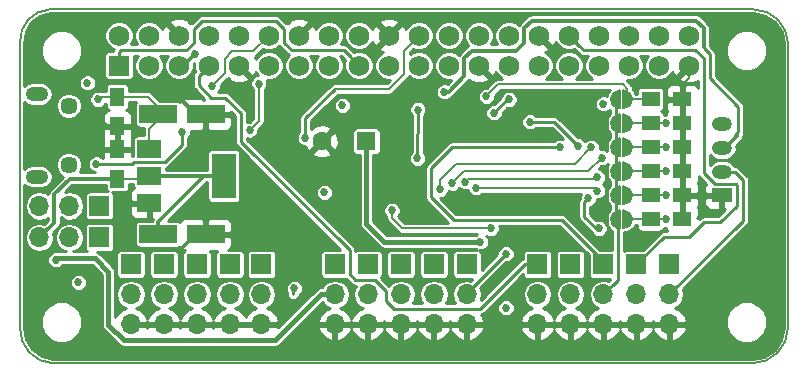
<source format=gbl>
%TF.GenerationSoftware,KiCad,Pcbnew,4.0.7*%
%TF.CreationDate,2018-07-08T22:20:32+02:00*%
%TF.ProjectId,Elemental-pHAT,456C656D656E74616C2D704841542E6B,rev?*%
%TF.FileFunction,Copper,L2,Bot,Signal*%
%FSLAX46Y46*%
G04 Gerber Fmt 4.6, Leading zero omitted, Abs format (unit mm)*
G04 Created by KiCad (PCBNEW 4.0.7) date 07/08/18 22:20:32*
%MOMM*%
%LPD*%
G01*
G04 APERTURE LIST*
%ADD10C,0.127000*%
%ADD11C,0.150000*%
%ADD12R,1.727200X1.727200*%
%ADD13C,1.727200*%
%ADD14R,3.200000X1.500000*%
%ADD15R,1.250000X1.500000*%
%ADD16R,1.600000X1.600000*%
%ADD17C,1.600000*%
%ADD18R,1.700000X1.700000*%
%ADD19O,1.700000X1.700000*%
%ADD20C,1.450000*%
%ADD21O,1.900000X1.200000*%
%ADD22R,1.700000X1.200000*%
%ADD23O,1.700000X1.200000*%
%ADD24R,1.500000X1.300000*%
%ADD25R,2.000000X3.800000*%
%ADD26R,2.000000X1.500000*%
%ADD27C,0.685800*%
%ADD28C,0.254000*%
%ADD29C,0.200000*%
%ADD30C,0.300000*%
%ADD31C,0.250000*%
%ADD32C,0.400000*%
G04 APERTURE END LIST*
D10*
X111125000Y-118491000D02*
X170053000Y-118491000D01*
X110617000Y-88519000D02*
X111125000Y-88519000D01*
X110617000Y-88519000D02*
G75*
G03X108077000Y-91313000I127000J-2667000D01*
G01*
X108077000Y-115443000D02*
X108077000Y-91313000D01*
X111125000Y-118491000D02*
X110871000Y-118491000D01*
X108077000Y-115443000D02*
G75*
G03X110871000Y-118491000I2921000J-127000D01*
G01*
X170053000Y-118491000D02*
G75*
G03X173101000Y-115443000I0J3048000D01*
G01*
X173101000Y-91440000D02*
X173101000Y-115443000D01*
X173101000Y-91440000D02*
G75*
G03X170180000Y-88519000I-2921000J0D01*
G01*
X111125000Y-88519000D02*
X170180000Y-88519000D01*
D11*
X159258000Y-106959400D02*
X159258000Y-105638600D01*
X159258000Y-105638600D02*
X159359600Y-105638600D01*
X159359600Y-105638600D02*
X159359600Y-106959400D01*
X159359600Y-106959400D02*
X159461200Y-106959400D01*
X159461200Y-106959400D02*
X159461200Y-105689400D01*
X159461200Y-105689400D02*
X159562800Y-105689400D01*
X159562800Y-105689400D02*
X159562800Y-106857800D01*
X159562800Y-106857800D02*
X159664400Y-106807000D01*
X159664400Y-106807000D02*
X159664400Y-105841800D01*
X159664400Y-105841800D02*
X159766000Y-105943400D01*
X159766000Y-105943400D02*
X159766000Y-106654600D01*
X159766000Y-106654600D02*
X159816800Y-106603800D01*
X159816800Y-106603800D02*
X159816800Y-106045000D01*
X158546800Y-105689400D02*
X158445200Y-105689400D01*
X158445200Y-105689400D02*
X158445200Y-106807000D01*
X158445200Y-106807000D02*
X158343600Y-106807000D01*
X158343600Y-106807000D02*
X158343600Y-105841800D01*
X158343600Y-105841800D02*
X158292800Y-105841800D01*
X158292800Y-105841800D02*
X158292800Y-106705400D01*
X158292800Y-106705400D02*
X158242000Y-106705400D01*
X158242000Y-106705400D02*
X158242000Y-105994200D01*
X158242000Y-105994200D02*
X158191200Y-105994200D01*
X158191200Y-105994200D02*
X158191200Y-106553000D01*
X158750000Y-107010200D02*
X158750000Y-105638600D01*
X158750000Y-105638600D02*
X158648400Y-105638600D01*
X158648400Y-105638600D02*
X158648400Y-106959400D01*
X158648400Y-106959400D02*
X158546800Y-106959400D01*
X158546800Y-106959400D02*
X158546800Y-105689400D01*
X158546800Y-105689400D02*
X158496000Y-105689400D01*
X158851600Y-107061000D02*
X158851600Y-105537000D01*
X159156400Y-107061000D02*
X159156400Y-105537000D01*
X159156400Y-105537000D02*
G75*
G02X159918400Y-106299000I0J-762000D01*
G01*
X159918400Y-106299000D02*
G75*
G02X159156400Y-107061000I-762000J0D01*
G01*
X158851600Y-107061000D02*
G75*
G02X158089600Y-106299000I0J762000D01*
G01*
X158089600Y-106299000D02*
G75*
G02X158851600Y-105537000I762000J0D01*
G01*
X159258000Y-104927400D02*
X159258000Y-103606600D01*
X159258000Y-103606600D02*
X159359600Y-103606600D01*
X159359600Y-103606600D02*
X159359600Y-104927400D01*
X159359600Y-104927400D02*
X159461200Y-104927400D01*
X159461200Y-104927400D02*
X159461200Y-103657400D01*
X159461200Y-103657400D02*
X159562800Y-103657400D01*
X159562800Y-103657400D02*
X159562800Y-104825800D01*
X159562800Y-104825800D02*
X159664400Y-104775000D01*
X159664400Y-104775000D02*
X159664400Y-103809800D01*
X159664400Y-103809800D02*
X159766000Y-103911400D01*
X159766000Y-103911400D02*
X159766000Y-104622600D01*
X159766000Y-104622600D02*
X159816800Y-104571800D01*
X159816800Y-104571800D02*
X159816800Y-104013000D01*
X158546800Y-103657400D02*
X158445200Y-103657400D01*
X158445200Y-103657400D02*
X158445200Y-104775000D01*
X158445200Y-104775000D02*
X158343600Y-104775000D01*
X158343600Y-104775000D02*
X158343600Y-103809800D01*
X158343600Y-103809800D02*
X158292800Y-103809800D01*
X158292800Y-103809800D02*
X158292800Y-104673400D01*
X158292800Y-104673400D02*
X158242000Y-104673400D01*
X158242000Y-104673400D02*
X158242000Y-103962200D01*
X158242000Y-103962200D02*
X158191200Y-103962200D01*
X158191200Y-103962200D02*
X158191200Y-104521000D01*
X158750000Y-104978200D02*
X158750000Y-103606600D01*
X158750000Y-103606600D02*
X158648400Y-103606600D01*
X158648400Y-103606600D02*
X158648400Y-104927400D01*
X158648400Y-104927400D02*
X158546800Y-104927400D01*
X158546800Y-104927400D02*
X158546800Y-103657400D01*
X158546800Y-103657400D02*
X158496000Y-103657400D01*
X158851600Y-105029000D02*
X158851600Y-103505000D01*
X159156400Y-105029000D02*
X159156400Y-103505000D01*
X159156400Y-103505000D02*
G75*
G02X159918400Y-104267000I0J-762000D01*
G01*
X159918400Y-104267000D02*
G75*
G02X159156400Y-105029000I-762000J0D01*
G01*
X158851600Y-105029000D02*
G75*
G02X158089600Y-104267000I0J762000D01*
G01*
X158089600Y-104267000D02*
G75*
G02X158851600Y-103505000I762000J0D01*
G01*
X159258000Y-102895400D02*
X159258000Y-101574600D01*
X159258000Y-101574600D02*
X159359600Y-101574600D01*
X159359600Y-101574600D02*
X159359600Y-102895400D01*
X159359600Y-102895400D02*
X159461200Y-102895400D01*
X159461200Y-102895400D02*
X159461200Y-101625400D01*
X159461200Y-101625400D02*
X159562800Y-101625400D01*
X159562800Y-101625400D02*
X159562800Y-102793800D01*
X159562800Y-102793800D02*
X159664400Y-102743000D01*
X159664400Y-102743000D02*
X159664400Y-101777800D01*
X159664400Y-101777800D02*
X159766000Y-101879400D01*
X159766000Y-101879400D02*
X159766000Y-102590600D01*
X159766000Y-102590600D02*
X159816800Y-102539800D01*
X159816800Y-102539800D02*
X159816800Y-101981000D01*
X158546800Y-101625400D02*
X158445200Y-101625400D01*
X158445200Y-101625400D02*
X158445200Y-102743000D01*
X158445200Y-102743000D02*
X158343600Y-102743000D01*
X158343600Y-102743000D02*
X158343600Y-101777800D01*
X158343600Y-101777800D02*
X158292800Y-101777800D01*
X158292800Y-101777800D02*
X158292800Y-102641400D01*
X158292800Y-102641400D02*
X158242000Y-102641400D01*
X158242000Y-102641400D02*
X158242000Y-101930200D01*
X158242000Y-101930200D02*
X158191200Y-101930200D01*
X158191200Y-101930200D02*
X158191200Y-102489000D01*
X158750000Y-102946200D02*
X158750000Y-101574600D01*
X158750000Y-101574600D02*
X158648400Y-101574600D01*
X158648400Y-101574600D02*
X158648400Y-102895400D01*
X158648400Y-102895400D02*
X158546800Y-102895400D01*
X158546800Y-102895400D02*
X158546800Y-101625400D01*
X158546800Y-101625400D02*
X158496000Y-101625400D01*
X158851600Y-102997000D02*
X158851600Y-101473000D01*
X159156400Y-102997000D02*
X159156400Y-101473000D01*
X159156400Y-101473000D02*
G75*
G02X159918400Y-102235000I0J-762000D01*
G01*
X159918400Y-102235000D02*
G75*
G02X159156400Y-102997000I-762000J0D01*
G01*
X158851600Y-102997000D02*
G75*
G02X158089600Y-102235000I0J762000D01*
G01*
X158089600Y-102235000D02*
G75*
G02X158851600Y-101473000I762000J0D01*
G01*
X159258000Y-100863400D02*
X159258000Y-99542600D01*
X159258000Y-99542600D02*
X159359600Y-99542600D01*
X159359600Y-99542600D02*
X159359600Y-100863400D01*
X159359600Y-100863400D02*
X159461200Y-100863400D01*
X159461200Y-100863400D02*
X159461200Y-99593400D01*
X159461200Y-99593400D02*
X159562800Y-99593400D01*
X159562800Y-99593400D02*
X159562800Y-100761800D01*
X159562800Y-100761800D02*
X159664400Y-100711000D01*
X159664400Y-100711000D02*
X159664400Y-99745800D01*
X159664400Y-99745800D02*
X159766000Y-99847400D01*
X159766000Y-99847400D02*
X159766000Y-100558600D01*
X159766000Y-100558600D02*
X159816800Y-100507800D01*
X159816800Y-100507800D02*
X159816800Y-99949000D01*
X158546800Y-99593400D02*
X158445200Y-99593400D01*
X158445200Y-99593400D02*
X158445200Y-100711000D01*
X158445200Y-100711000D02*
X158343600Y-100711000D01*
X158343600Y-100711000D02*
X158343600Y-99745800D01*
X158343600Y-99745800D02*
X158292800Y-99745800D01*
X158292800Y-99745800D02*
X158292800Y-100609400D01*
X158292800Y-100609400D02*
X158242000Y-100609400D01*
X158242000Y-100609400D02*
X158242000Y-99898200D01*
X158242000Y-99898200D02*
X158191200Y-99898200D01*
X158191200Y-99898200D02*
X158191200Y-100457000D01*
X158750000Y-100914200D02*
X158750000Y-99542600D01*
X158750000Y-99542600D02*
X158648400Y-99542600D01*
X158648400Y-99542600D02*
X158648400Y-100863400D01*
X158648400Y-100863400D02*
X158546800Y-100863400D01*
X158546800Y-100863400D02*
X158546800Y-99593400D01*
X158546800Y-99593400D02*
X158496000Y-99593400D01*
X158851600Y-100965000D02*
X158851600Y-99441000D01*
X159156400Y-100965000D02*
X159156400Y-99441000D01*
X159156400Y-99441000D02*
G75*
G02X159918400Y-100203000I0J-762000D01*
G01*
X159918400Y-100203000D02*
G75*
G02X159156400Y-100965000I-762000J0D01*
G01*
X158851600Y-100965000D02*
G75*
G02X158089600Y-100203000I0J762000D01*
G01*
X158089600Y-100203000D02*
G75*
G02X158851600Y-99441000I762000J0D01*
G01*
X159258000Y-98831400D02*
X159258000Y-97510600D01*
X159258000Y-97510600D02*
X159359600Y-97510600D01*
X159359600Y-97510600D02*
X159359600Y-98831400D01*
X159359600Y-98831400D02*
X159461200Y-98831400D01*
X159461200Y-98831400D02*
X159461200Y-97561400D01*
X159461200Y-97561400D02*
X159562800Y-97561400D01*
X159562800Y-97561400D02*
X159562800Y-98729800D01*
X159562800Y-98729800D02*
X159664400Y-98679000D01*
X159664400Y-98679000D02*
X159664400Y-97713800D01*
X159664400Y-97713800D02*
X159766000Y-97815400D01*
X159766000Y-97815400D02*
X159766000Y-98526600D01*
X159766000Y-98526600D02*
X159816800Y-98475800D01*
X159816800Y-98475800D02*
X159816800Y-97917000D01*
X158546800Y-97561400D02*
X158445200Y-97561400D01*
X158445200Y-97561400D02*
X158445200Y-98679000D01*
X158445200Y-98679000D02*
X158343600Y-98679000D01*
X158343600Y-98679000D02*
X158343600Y-97713800D01*
X158343600Y-97713800D02*
X158292800Y-97713800D01*
X158292800Y-97713800D02*
X158292800Y-98577400D01*
X158292800Y-98577400D02*
X158242000Y-98577400D01*
X158242000Y-98577400D02*
X158242000Y-97866200D01*
X158242000Y-97866200D02*
X158191200Y-97866200D01*
X158191200Y-97866200D02*
X158191200Y-98425000D01*
X158750000Y-98882200D02*
X158750000Y-97510600D01*
X158750000Y-97510600D02*
X158648400Y-97510600D01*
X158648400Y-97510600D02*
X158648400Y-98831400D01*
X158648400Y-98831400D02*
X158546800Y-98831400D01*
X158546800Y-98831400D02*
X158546800Y-97561400D01*
X158546800Y-97561400D02*
X158496000Y-97561400D01*
X158851600Y-98933000D02*
X158851600Y-97409000D01*
X159156400Y-98933000D02*
X159156400Y-97409000D01*
X159156400Y-97409000D02*
G75*
G02X159918400Y-98171000I0J-762000D01*
G01*
X159918400Y-98171000D02*
G75*
G02X159156400Y-98933000I-762000J0D01*
G01*
X158851600Y-98933000D02*
G75*
G02X158089600Y-98171000I0J762000D01*
G01*
X158089600Y-98171000D02*
G75*
G02X158851600Y-97409000I762000J0D01*
G01*
X159258000Y-96799400D02*
X159258000Y-95478600D01*
X159258000Y-95478600D02*
X159359600Y-95478600D01*
X159359600Y-95478600D02*
X159359600Y-96799400D01*
X159359600Y-96799400D02*
X159461200Y-96799400D01*
X159461200Y-96799400D02*
X159461200Y-95529400D01*
X159461200Y-95529400D02*
X159562800Y-95529400D01*
X159562800Y-95529400D02*
X159562800Y-96697800D01*
X159562800Y-96697800D02*
X159664400Y-96647000D01*
X159664400Y-96647000D02*
X159664400Y-95681800D01*
X159664400Y-95681800D02*
X159766000Y-95783400D01*
X159766000Y-95783400D02*
X159766000Y-96494600D01*
X159766000Y-96494600D02*
X159816800Y-96443800D01*
X159816800Y-96443800D02*
X159816800Y-95885000D01*
X158546800Y-95529400D02*
X158445200Y-95529400D01*
X158445200Y-95529400D02*
X158445200Y-96647000D01*
X158445200Y-96647000D02*
X158343600Y-96647000D01*
X158343600Y-96647000D02*
X158343600Y-95681800D01*
X158343600Y-95681800D02*
X158292800Y-95681800D01*
X158292800Y-95681800D02*
X158292800Y-96545400D01*
X158292800Y-96545400D02*
X158242000Y-96545400D01*
X158242000Y-96545400D02*
X158242000Y-95834200D01*
X158242000Y-95834200D02*
X158191200Y-95834200D01*
X158191200Y-95834200D02*
X158191200Y-96393000D01*
X158750000Y-96850200D02*
X158750000Y-95478600D01*
X158750000Y-95478600D02*
X158648400Y-95478600D01*
X158648400Y-95478600D02*
X158648400Y-96799400D01*
X158648400Y-96799400D02*
X158546800Y-96799400D01*
X158546800Y-96799400D02*
X158546800Y-95529400D01*
X158546800Y-95529400D02*
X158496000Y-95529400D01*
X158851600Y-96901000D02*
X158851600Y-95377000D01*
X159156400Y-96901000D02*
X159156400Y-95377000D01*
X159156400Y-95377000D02*
G75*
G02X159918400Y-96139000I0J-762000D01*
G01*
X159918400Y-96139000D02*
G75*
G02X159156400Y-96901000I-762000J0D01*
G01*
X158851600Y-96901000D02*
G75*
G02X158089600Y-96139000I0J762000D01*
G01*
X158089600Y-96139000D02*
G75*
G02X158851600Y-95377000I762000J0D01*
G01*
D12*
X116459000Y-93275000D03*
D13*
X116459000Y-90735000D03*
X118999000Y-93275000D03*
X118999000Y-90735000D03*
X121539000Y-93275000D03*
X121539000Y-90735000D03*
X124079000Y-93275000D03*
X124079000Y-90735000D03*
X126619000Y-93275000D03*
X126619000Y-90735000D03*
X129159000Y-93275000D03*
X129159000Y-90735000D03*
X131699000Y-93275000D03*
X131699000Y-90735000D03*
X134239000Y-93275000D03*
X134239000Y-90735000D03*
X136779000Y-93275000D03*
X136779000Y-90735000D03*
X139319000Y-93275000D03*
X139319000Y-90735000D03*
X141859000Y-93275000D03*
X141859000Y-90735000D03*
X144399000Y-93275000D03*
X144399000Y-90735000D03*
X146939000Y-93275000D03*
X146939000Y-90735000D03*
X149479000Y-93275000D03*
X149479000Y-90735000D03*
X152019000Y-93275000D03*
X152019000Y-90735000D03*
X154559000Y-93275000D03*
X154559000Y-90735000D03*
X157099000Y-93275000D03*
X157099000Y-90735000D03*
X159639000Y-93275000D03*
X159639000Y-90735000D03*
X162179000Y-93275000D03*
X162179000Y-90735000D03*
X164719000Y-93275000D03*
X164719000Y-90735000D03*
D14*
X119793000Y-97409000D03*
X123793000Y-97409000D03*
D15*
X116332000Y-95905000D03*
X116332000Y-98405000D03*
X116332000Y-102850000D03*
X116332000Y-100350000D03*
D14*
X119793000Y-107569000D03*
X123793000Y-107569000D03*
D16*
X137414000Y-99695000D03*
D17*
X133614000Y-99695000D03*
D18*
X151892000Y-110109000D03*
D19*
X151892000Y-112649000D03*
X151892000Y-115189000D03*
D18*
X134747000Y-110109000D03*
D19*
X134747000Y-112649000D03*
X134747000Y-115189000D03*
D18*
X117475000Y-110109000D03*
D19*
X117475000Y-112649000D03*
X117475000Y-115189000D03*
D18*
X154686000Y-110109000D03*
D19*
X154686000Y-112649000D03*
X154686000Y-115189000D03*
D18*
X137541000Y-110109000D03*
D19*
X137541000Y-112649000D03*
X137541000Y-115189000D03*
D18*
X120269000Y-110109000D03*
D19*
X120269000Y-112649000D03*
X120269000Y-115189000D03*
D18*
X157480000Y-110109000D03*
D19*
X157480000Y-112649000D03*
X157480000Y-115189000D03*
D18*
X140335000Y-110109000D03*
D19*
X140335000Y-112649000D03*
X140335000Y-115189000D03*
D18*
X123063000Y-110109000D03*
D19*
X123063000Y-112649000D03*
X123063000Y-115189000D03*
D20*
X112205000Y-96687000D03*
X112205000Y-101687000D03*
D21*
X109505000Y-95687000D03*
X109505000Y-102687000D03*
D18*
X160274000Y-110109000D03*
D19*
X160274000Y-112649000D03*
X160274000Y-115189000D03*
D18*
X143129000Y-110109000D03*
D19*
X143129000Y-112649000D03*
X143129000Y-115189000D03*
D18*
X125857000Y-110109000D03*
D19*
X125857000Y-112649000D03*
X125857000Y-115189000D03*
D18*
X114808000Y-107823000D03*
D19*
X112268000Y-107823000D03*
X109728000Y-107823000D03*
D18*
X163068000Y-110109000D03*
D19*
X163068000Y-112649000D03*
X163068000Y-115189000D03*
D18*
X145923000Y-110109000D03*
D19*
X145923000Y-112649000D03*
X145923000Y-115189000D03*
D18*
X128524000Y-110109000D03*
D19*
X128524000Y-112649000D03*
X128524000Y-115189000D03*
D18*
X114808000Y-105156000D03*
D19*
X112268000Y-105156000D03*
X109728000Y-105156000D03*
D22*
X167513000Y-104267000D03*
D23*
X167513000Y-102267000D03*
X167513000Y-100267000D03*
X167513000Y-98267000D03*
D10*
G36*
X159204000Y-106849000D02*
X159204000Y-105749000D01*
X159804000Y-105849000D01*
X159804000Y-106749000D01*
X159204000Y-106849000D01*
X159204000Y-106849000D01*
G37*
G36*
X158804000Y-105749000D02*
X158804000Y-106849000D01*
X158204000Y-106749000D01*
X158204000Y-105849000D01*
X158804000Y-105749000D01*
X158804000Y-105749000D01*
G37*
G36*
X159204000Y-104817000D02*
X159204000Y-103717000D01*
X159804000Y-103817000D01*
X159804000Y-104717000D01*
X159204000Y-104817000D01*
X159204000Y-104817000D01*
G37*
G36*
X158804000Y-103717000D02*
X158804000Y-104817000D01*
X158204000Y-104717000D01*
X158204000Y-103817000D01*
X158804000Y-103717000D01*
X158804000Y-103717000D01*
G37*
G36*
X159204000Y-102785000D02*
X159204000Y-101685000D01*
X159804000Y-101785000D01*
X159804000Y-102685000D01*
X159204000Y-102785000D01*
X159204000Y-102785000D01*
G37*
G36*
X158804000Y-101685000D02*
X158804000Y-102785000D01*
X158204000Y-102685000D01*
X158204000Y-101785000D01*
X158804000Y-101685000D01*
X158804000Y-101685000D01*
G37*
G36*
X159204000Y-100753000D02*
X159204000Y-99653000D01*
X159804000Y-99753000D01*
X159804000Y-100653000D01*
X159204000Y-100753000D01*
X159204000Y-100753000D01*
G37*
G36*
X158804000Y-99653000D02*
X158804000Y-100753000D01*
X158204000Y-100653000D01*
X158204000Y-99753000D01*
X158804000Y-99653000D01*
X158804000Y-99653000D01*
G37*
G36*
X159204000Y-98721000D02*
X159204000Y-97621000D01*
X159804000Y-97721000D01*
X159804000Y-98621000D01*
X159204000Y-98721000D01*
X159204000Y-98721000D01*
G37*
G36*
X158804000Y-97621000D02*
X158804000Y-98721000D01*
X158204000Y-98621000D01*
X158204000Y-97721000D01*
X158804000Y-97621000D01*
X158804000Y-97621000D01*
G37*
G36*
X159204000Y-96689000D02*
X159204000Y-95589000D01*
X159804000Y-95689000D01*
X159804000Y-96589000D01*
X159204000Y-96689000D01*
X159204000Y-96689000D01*
G37*
G36*
X158804000Y-95589000D02*
X158804000Y-96689000D01*
X158204000Y-96589000D01*
X158204000Y-95689000D01*
X158804000Y-95589000D01*
X158804000Y-95589000D01*
G37*
D24*
X161464000Y-106299000D03*
X164164000Y-106299000D03*
X161464000Y-104267000D03*
X164164000Y-104267000D03*
X161464000Y-102235000D03*
X164164000Y-102235000D03*
X161464000Y-100203000D03*
X164164000Y-100203000D03*
X161464000Y-98171000D03*
X164164000Y-98171000D03*
X161464000Y-96139000D03*
X164164000Y-96139000D03*
D25*
X125324000Y-102616000D03*
D26*
X119024000Y-102616000D03*
X119024000Y-100316000D03*
X119024000Y-104916000D03*
D27*
X149479000Y-96139000D03*
X148209000Y-97282000D03*
X157480000Y-96520000D03*
X149225000Y-113792000D03*
X113792000Y-94742000D03*
X113030000Y-111633000D03*
X131318000Y-112141000D03*
X135382000Y-96647000D03*
X133858000Y-104013000D03*
X114681000Y-96139000D03*
X160909000Y-107950000D03*
X157607000Y-108077000D03*
X152273000Y-105537000D03*
X113919000Y-100457000D03*
X121793000Y-98933000D03*
X114554000Y-101600000D03*
X147066000Y-108204000D03*
X149225000Y-109220000D03*
X111125000Y-109728000D03*
X157099000Y-107061000D03*
X156210000Y-104521000D03*
X155321000Y-100076000D03*
X151257000Y-98044000D03*
X153797000Y-100203000D03*
X144018000Y-95504000D03*
X122874282Y-92259703D03*
X141732059Y-101143429D03*
X141761883Y-96998117D03*
X139573000Y-105537000D03*
X147955000Y-107061000D03*
X162814000Y-106299000D03*
X146685000Y-103632000D03*
X156972000Y-103886000D03*
X162814000Y-104267000D03*
X145796000Y-103124000D03*
X156972000Y-102743000D03*
X162814000Y-102235000D03*
X162814000Y-100203000D03*
X157353000Y-101092000D03*
X144653000Y-103251000D03*
X143637000Y-103759000D03*
X156464000Y-100203000D03*
X162814000Y-98171000D03*
X147574000Y-95885000D03*
X124333000Y-94996000D03*
X127508994Y-98747716D03*
X128303621Y-94807100D03*
X136779000Y-90735000D03*
X132242905Y-99404415D03*
D28*
X149479000Y-96139000D02*
X149352000Y-96139000D01*
X149352000Y-96139000D02*
X148209000Y-97282000D01*
X157607000Y-96393000D02*
X157480000Y-96520000D01*
X131191000Y-112649000D02*
X131191000Y-112268000D01*
X131191000Y-112268000D02*
X131318000Y-112141000D01*
X133858000Y-103886000D02*
X133858000Y-104013000D01*
D29*
X119793000Y-97409000D02*
X119793000Y-97885000D01*
X119793000Y-97885000D02*
X119024000Y-98654000D01*
X119024000Y-98654000D02*
X119024000Y-100316000D01*
X116332000Y-95905000D02*
X118892000Y-95905000D01*
X118892000Y-95905000D02*
X119793000Y-96806000D01*
X119793000Y-96806000D02*
X119793000Y-97409000D01*
X114915000Y-95905000D02*
X116332000Y-95905000D01*
X114681000Y-96139000D02*
X114915000Y-95905000D01*
D28*
X156972000Y-108077000D02*
X157607000Y-108077000D01*
X154559000Y-105664000D02*
X156972000Y-108077000D01*
X152400000Y-105664000D02*
X154559000Y-105664000D01*
X152273000Y-105537000D02*
X152400000Y-105664000D01*
D30*
X113934099Y-96932099D02*
X115407000Y-98405000D01*
X122943000Y-97409000D02*
X120284999Y-94750999D01*
X120284999Y-94750999D02*
X114926001Y-94750999D01*
X123793000Y-97409000D02*
X122943000Y-97409000D01*
X113934099Y-95742901D02*
X113934099Y-96932099D01*
X114926001Y-94750999D02*
X113934099Y-95742901D01*
X115407000Y-98405000D02*
X116332000Y-98405000D01*
X116713000Y-105537000D02*
X117334000Y-104916000D01*
X117334000Y-104916000D02*
X119024000Y-104916000D01*
X116713000Y-108204000D02*
X116713000Y-105537000D01*
X117348000Y-108839000D02*
X116713000Y-108204000D01*
X121673000Y-108839000D02*
X117348000Y-108839000D01*
X123793000Y-107569000D02*
X122943000Y-107569000D01*
X122943000Y-107569000D02*
X121673000Y-108839000D01*
D29*
X164164000Y-104267000D02*
X164164000Y-106299000D01*
X164164000Y-104267000D02*
X167513000Y-104267000D01*
X164164000Y-102235000D02*
X164164000Y-104267000D01*
X164164000Y-100203000D02*
X164164000Y-102235000D01*
X164164000Y-98171000D02*
X164164000Y-100203000D01*
X164164000Y-96139000D02*
X164164000Y-98171000D01*
X164719000Y-93275000D02*
X164719000Y-94361000D01*
X164164000Y-94916000D02*
X164164000Y-96139000D01*
X164719000Y-94361000D02*
X164164000Y-94916000D01*
X123793000Y-97409000D02*
X124460000Y-97409000D01*
X116332000Y-100350000D02*
X114026000Y-100350000D01*
X114026000Y-100350000D02*
X113919000Y-100457000D01*
X116332000Y-100350000D02*
X116332000Y-98405000D01*
D30*
X112288000Y-102850000D02*
X110982001Y-104155999D01*
X110982001Y-104155999D02*
X110982001Y-106568999D01*
X110982001Y-106568999D02*
X110577999Y-106973001D01*
X110577999Y-106973001D02*
X109728000Y-107823000D01*
X116332000Y-102850000D02*
X112288000Y-102850000D01*
X119024000Y-102616000D02*
X124079000Y-102616000D01*
X124079000Y-102616000D02*
X125324000Y-102616000D01*
X119793000Y-106519000D02*
X123696000Y-102616000D01*
X119793000Y-107569000D02*
X119793000Y-106519000D01*
X123696000Y-102616000D02*
X124079000Y-102616000D01*
D29*
X116332000Y-102850000D02*
X118790000Y-102850000D01*
X118790000Y-102850000D02*
X119024000Y-102616000D01*
D31*
X169291000Y-102945000D02*
X169291000Y-106426000D01*
X169291000Y-106426000D02*
X163068000Y-112649000D01*
X167513000Y-102267000D02*
X168613000Y-102267000D01*
X168613000Y-102267000D02*
X169291000Y-102945000D01*
X158504000Y-106299000D02*
X158504000Y-106899000D01*
X158709001Y-111419999D02*
X158329999Y-111799001D01*
X158504000Y-106899000D02*
X158709001Y-107104001D01*
X158709001Y-107104001D02*
X158709001Y-111419999D01*
X158329999Y-111799001D02*
X157480000Y-112649000D01*
X158504000Y-104267000D02*
X158504000Y-106299000D01*
X158504000Y-102235000D02*
X158504000Y-104267000D01*
X158504000Y-100203000D02*
X158504000Y-102235000D01*
X158504000Y-98171000D02*
X158504000Y-100203000D01*
X158504000Y-96139000D02*
X158504000Y-98171000D01*
X121793000Y-99979202D02*
X121793000Y-98933000D01*
X114554000Y-101600000D02*
X117565800Y-101600000D01*
X117565800Y-101600000D02*
X117720799Y-101445001D01*
X117720799Y-101445001D02*
X120327201Y-101445001D01*
X120327201Y-101445001D02*
X121793000Y-99979202D01*
D32*
X138938000Y-108204000D02*
X137414000Y-106680000D01*
X137414000Y-106680000D02*
X137414000Y-99695000D01*
X147066000Y-108204000D02*
X138938000Y-108204000D01*
D31*
X126787093Y-99736093D02*
X135976001Y-108925001D01*
X135976001Y-108925001D02*
X135976001Y-110957001D01*
X135976001Y-110957001D02*
X136438999Y-111419999D01*
X136438999Y-111419999D02*
X138130921Y-111419999D01*
X138130921Y-111419999D02*
X139105999Y-112395077D01*
X139105999Y-112395077D02*
X139105999Y-113238921D01*
X139105999Y-113238921D02*
X139745079Y-113878001D01*
X139745079Y-113878001D02*
X147022999Y-113878001D01*
X147022999Y-113878001D02*
X150792000Y-110109000D01*
X150792000Y-110109000D02*
X151892000Y-110109000D01*
X125476000Y-96012000D02*
X126787093Y-97323093D01*
X126787093Y-97323093D02*
X126787093Y-99736093D01*
X124280586Y-96012000D02*
X125476000Y-96012000D01*
X124079000Y-93275000D02*
X123215401Y-94138599D01*
X123215401Y-94138599D02*
X123215401Y-94946815D01*
X123215401Y-94946815D02*
X124280586Y-96012000D01*
X151892000Y-110109000D02*
X151182414Y-110109000D01*
X149225000Y-109220000D02*
X145923000Y-112522000D01*
X145923000Y-112522000D02*
X145923000Y-112649000D01*
D32*
X114427000Y-109601000D02*
X111252000Y-109601000D01*
X111252000Y-109601000D02*
X111125000Y-109728000D01*
X115570000Y-115213922D02*
X115570000Y-110744000D01*
X115570000Y-110744000D02*
X114427000Y-109601000D01*
X132274919Y-113919000D02*
X129700918Y-116493001D01*
X129700918Y-116493001D02*
X116849079Y-116493001D01*
X116849079Y-116493001D02*
X115570000Y-115213922D01*
X134747000Y-112649000D02*
X133544919Y-112649000D01*
X133544919Y-112649000D02*
X132274919Y-113919000D01*
D31*
X155867101Y-106083101D02*
X156845000Y-107061000D01*
X156845000Y-107061000D02*
X157099000Y-107061000D01*
X156210000Y-104521000D02*
X155867101Y-104863899D01*
X155867101Y-104863899D02*
X155867101Y-106083101D01*
X153289000Y-98044000D02*
X155321000Y-100076000D01*
X151257000Y-98044000D02*
X153289000Y-98044000D01*
X153797000Y-100203000D02*
X144653000Y-100203000D01*
X144653000Y-100203000D02*
X142915099Y-101940901D01*
X142915099Y-101940901D02*
X142915099Y-104434099D01*
X142915099Y-104434099D02*
X144820099Y-106339099D01*
X144820099Y-106339099D02*
X153964099Y-106339099D01*
X153964099Y-106339099D02*
X157480000Y-109855000D01*
X157480000Y-109855000D02*
X157480000Y-110109000D01*
X160274000Y-110109000D02*
X162593001Y-107789999D01*
X165989000Y-106556202D02*
X167356000Y-106556202D01*
X166899470Y-103287999D02*
X165961601Y-102350130D01*
X162593001Y-107789999D02*
X164755203Y-107789999D01*
X164755203Y-107789999D02*
X165989000Y-106556202D01*
X168666201Y-103287999D02*
X166899470Y-103287999D01*
X165961601Y-92678551D02*
X165260651Y-91977601D01*
X167356000Y-106556202D02*
X168742001Y-105170201D01*
X165260651Y-91977601D02*
X155801601Y-91977601D01*
X155801601Y-91977601D02*
X155422599Y-91598599D01*
X168742001Y-105170201D02*
X168742001Y-103363799D01*
X168742001Y-103363799D02*
X168666201Y-103287999D01*
X165961601Y-102350130D02*
X165961601Y-92678551D01*
X155422599Y-91598599D02*
X154559000Y-90735000D01*
X116459000Y-92161400D02*
X116642799Y-91977601D01*
X135915401Y-92411401D02*
X136779000Y-93275000D01*
X116642799Y-91977601D02*
X122135449Y-91977601D01*
X131102551Y-91977601D02*
X135481601Y-91977601D01*
X130456399Y-91331449D02*
X131102551Y-91977601D01*
X129755449Y-89492399D02*
X130456399Y-90193349D01*
X130456399Y-90193349D02*
X130456399Y-91331449D01*
X123482551Y-89492399D02*
X129755449Y-89492399D01*
X116459000Y-93275000D02*
X116459000Y-92161400D01*
X122135449Y-91977601D02*
X122781601Y-91331449D01*
X122781601Y-91331449D02*
X122781601Y-90193349D01*
X135481601Y-91977601D02*
X135915401Y-92411401D01*
X122781601Y-90193349D02*
X123482551Y-89492399D01*
D28*
X165986601Y-91691601D02*
X165986601Y-91818601D01*
D30*
X145666601Y-92671349D02*
X145666601Y-94198813D01*
X150082651Y-92007399D02*
X146330551Y-92007399D01*
X150746601Y-90934399D02*
X150746601Y-91343449D01*
X150751399Y-90929601D02*
X150746601Y-90934399D01*
X150751399Y-90126551D02*
X150751399Y-90929601D01*
X146330551Y-92007399D02*
X145666601Y-92671349D01*
X151410551Y-89467399D02*
X150751399Y-90126551D01*
X165986601Y-90126551D02*
X165327449Y-89467399D01*
X165986601Y-91691601D02*
X165986601Y-90126551D01*
X150746601Y-91343449D02*
X150082651Y-92007399D01*
X165327449Y-89467399D02*
X151410551Y-89467399D01*
X144361414Y-95504000D02*
X144018000Y-95504000D01*
X145666601Y-94198813D02*
X144361414Y-95504000D01*
D28*
X168656000Y-99187000D02*
X168656000Y-99374000D01*
X168910000Y-98933000D02*
X168656000Y-99187000D01*
X168910000Y-96774000D02*
X168910000Y-98933000D01*
X166467603Y-94331603D02*
X168910000Y-96774000D01*
X166467603Y-92299603D02*
X166467603Y-94331603D01*
X165986601Y-91818601D02*
X166467603Y-92299603D01*
D30*
X167513000Y-100267000D02*
X167763000Y-100267000D01*
X167763000Y-100267000D02*
X168656000Y-99374000D01*
X168656000Y-99374000D02*
X168767010Y-99262990D01*
X121539000Y-93275000D02*
X121858985Y-93275000D01*
X122531383Y-92602602D02*
X122874282Y-92259703D01*
X121858985Y-93275000D02*
X122531383Y-92602602D01*
D31*
X141761883Y-96998117D02*
X141732059Y-101143429D01*
X141761883Y-101189117D02*
X141732059Y-101159293D01*
X141732059Y-101159293D02*
X141732059Y-101143429D01*
D29*
X161464000Y-106299000D02*
X162814000Y-106299000D01*
X139573000Y-106172000D02*
X139573000Y-105537000D01*
X140462000Y-107061000D02*
X139573000Y-106172000D01*
X147955000Y-107061000D02*
X140462000Y-107061000D01*
X161464000Y-106299000D02*
X159504000Y-106299000D01*
X161464000Y-104267000D02*
X162814000Y-104267000D01*
X156718000Y-103632000D02*
X146685000Y-103632000D01*
X156972000Y-103886000D02*
X156718000Y-103632000D01*
X161464000Y-104267000D02*
X159504000Y-104267000D01*
X161464000Y-102235000D02*
X162814000Y-102235000D01*
X146050000Y-102870000D02*
X145796000Y-103124000D01*
X156845000Y-102870000D02*
X146050000Y-102870000D01*
X156972000Y-102743000D02*
X156845000Y-102870000D01*
X159504000Y-102235000D02*
X161464000Y-102235000D01*
X162814000Y-100203000D02*
X161464000Y-100203000D01*
X156210000Y-102235000D02*
X157353000Y-101092000D01*
X145669000Y-102235000D02*
X156210000Y-102235000D01*
X144653000Y-103251000D02*
X145669000Y-102235000D01*
X159504000Y-100203000D02*
X161464000Y-100203000D01*
X161464000Y-98171000D02*
X162814000Y-98171000D01*
X143637000Y-102997000D02*
X143637000Y-103759000D01*
X145034000Y-101600000D02*
X143637000Y-102997000D01*
X155067000Y-101600000D02*
X145034000Y-101600000D01*
X156464000Y-100203000D02*
X155067000Y-101600000D01*
X159504000Y-98171000D02*
X161464000Y-98171000D01*
X147574000Y-95885000D02*
X148590000Y-94869000D01*
X159504000Y-95242000D02*
X159504000Y-96139000D01*
X148590000Y-94869000D02*
X159131000Y-94869000D01*
X159131000Y-94869000D02*
X159504000Y-95242000D01*
X159504000Y-96139000D02*
X161464000Y-96139000D01*
X124675899Y-94653101D02*
X124333000Y-94996000D01*
X125401399Y-93927601D02*
X124675899Y-94653101D01*
X126034551Y-92057399D02*
X125401399Y-92690551D01*
X127836601Y-92057399D02*
X126034551Y-92057399D01*
X125401399Y-92690551D02*
X125401399Y-93927601D01*
X129159000Y-90735000D02*
X127836601Y-92057399D01*
X128303621Y-94807100D02*
X128303621Y-97953089D01*
X127851893Y-98404817D02*
X127508994Y-98747716D01*
X128303621Y-97953089D02*
X127851893Y-98404817D01*
D31*
X134747000Y-95250000D02*
X132242905Y-97754095D01*
X132242905Y-98919482D02*
X132242905Y-99404415D01*
X132242905Y-97754095D02*
X132242905Y-98919482D01*
D29*
X140589000Y-93980000D02*
X139319000Y-95250000D01*
X141859000Y-90735000D02*
X140589000Y-92005000D01*
X139319000Y-95250000D02*
X134747000Y-95250000D01*
X140589000Y-92005000D02*
X140589000Y-93980000D01*
D28*
G36*
X171164025Y-89064352D02*
X171998242Y-89621758D01*
X172555648Y-90455975D01*
X172758100Y-91473771D01*
X172758100Y-115409229D01*
X172545981Y-116475625D01*
X171961044Y-117351044D01*
X171085625Y-117935981D01*
X170019229Y-118148100D01*
X110912311Y-118148100D01*
X109910547Y-117903163D01*
X109100461Y-117309410D01*
X108579259Y-116450850D01*
X108419900Y-115416732D01*
X108419900Y-115352758D01*
X109832696Y-115352758D01*
X110099468Y-115998395D01*
X110593007Y-116492796D01*
X111238178Y-116760694D01*
X111936758Y-116761304D01*
X112582395Y-116494532D01*
X113076796Y-116000993D01*
X113344694Y-115355822D01*
X113345304Y-114657242D01*
X113078532Y-114011605D01*
X112584993Y-113517204D01*
X111939822Y-113249306D01*
X111241242Y-113248696D01*
X110595605Y-113515468D01*
X110101204Y-114009007D01*
X109833306Y-114654178D01*
X109832696Y-115352758D01*
X108419900Y-115352758D01*
X108419900Y-111776361D01*
X112305975Y-111776361D01*
X112415950Y-112042521D01*
X112619408Y-112246335D01*
X112885376Y-112356774D01*
X113173361Y-112357025D01*
X113439521Y-112247050D01*
X113643335Y-112043592D01*
X113753774Y-111777624D01*
X113754025Y-111489639D01*
X113644050Y-111223479D01*
X113440592Y-111019665D01*
X113174624Y-110909226D01*
X112886639Y-110908975D01*
X112620479Y-111018950D01*
X112416665Y-111222408D01*
X112306226Y-111488376D01*
X112305975Y-111776361D01*
X108419900Y-111776361D01*
X108419900Y-105131883D01*
X108497000Y-105131883D01*
X108497000Y-105180117D01*
X108590704Y-105651200D01*
X108857552Y-106050565D01*
X109256917Y-106317413D01*
X109728000Y-106411117D01*
X110199083Y-106317413D01*
X110451001Y-106149086D01*
X110451001Y-106349051D01*
X110148522Y-106651530D01*
X109728000Y-106567883D01*
X109256917Y-106661587D01*
X108857552Y-106928435D01*
X108590704Y-107327800D01*
X108497000Y-107798883D01*
X108497000Y-107847117D01*
X108590704Y-108318200D01*
X108857552Y-108717565D01*
X109256917Y-108984413D01*
X109728000Y-109078117D01*
X110199083Y-108984413D01*
X110598448Y-108717565D01*
X110865296Y-108318200D01*
X110959000Y-107847117D01*
X110959000Y-107798883D01*
X110883356Y-107418592D01*
X111357475Y-106944473D01*
X111472581Y-106772204D01*
X111513001Y-106568999D01*
X111513001Y-106127706D01*
X111796917Y-106317413D01*
X112268000Y-106411117D01*
X112739083Y-106317413D01*
X113138448Y-106050565D01*
X113405296Y-105651200D01*
X113499000Y-105180117D01*
X113499000Y-105131883D01*
X113405296Y-104660800D01*
X113138448Y-104261435D01*
X112739083Y-103994587D01*
X112268000Y-103900883D01*
X111918556Y-103970392D01*
X112507947Y-103381000D01*
X115318536Y-103381000D01*
X115318536Y-103600000D01*
X115345103Y-103741190D01*
X115428546Y-103870865D01*
X115496851Y-103917536D01*
X113958000Y-103917536D01*
X113816810Y-103944103D01*
X113687135Y-104027546D01*
X113600141Y-104154866D01*
X113569536Y-104306000D01*
X113569536Y-106006000D01*
X113596103Y-106147190D01*
X113679546Y-106276865D01*
X113806866Y-106363859D01*
X113958000Y-106394464D01*
X115658000Y-106394464D01*
X115799190Y-106367897D01*
X115928865Y-106284454D01*
X116015859Y-106157134D01*
X116046464Y-106006000D01*
X116046464Y-105201750D01*
X117389000Y-105201750D01*
X117389000Y-105792310D01*
X117485673Y-106025699D01*
X117664302Y-106204327D01*
X117897691Y-106301000D01*
X118738250Y-106301000D01*
X118897000Y-106142250D01*
X118897000Y-105043000D01*
X117547750Y-105043000D01*
X117389000Y-105201750D01*
X116046464Y-105201750D01*
X116046464Y-104306000D01*
X116019897Y-104164810D01*
X115936454Y-104035135D01*
X115868149Y-103988464D01*
X116957000Y-103988464D01*
X117098190Y-103961897D01*
X117227865Y-103878454D01*
X117314859Y-103751134D01*
X117345464Y-103600000D01*
X117345464Y-103331000D01*
X117635536Y-103331000D01*
X117635536Y-103366000D01*
X117662103Y-103507190D01*
X117723778Y-103603037D01*
X117664302Y-103627673D01*
X117485673Y-103806301D01*
X117389000Y-104039690D01*
X117389000Y-104630250D01*
X117547750Y-104789000D01*
X118897000Y-104789000D01*
X118897000Y-104769000D01*
X119151000Y-104769000D01*
X119151000Y-104789000D01*
X119171000Y-104789000D01*
X119171000Y-105043000D01*
X119151000Y-105043000D01*
X119151000Y-106142250D01*
X119309750Y-106301000D01*
X119312306Y-106301000D01*
X119302420Y-106315795D01*
X119279597Y-106430536D01*
X118193000Y-106430536D01*
X118051810Y-106457103D01*
X117922135Y-106540546D01*
X117835141Y-106667866D01*
X117804536Y-106819000D01*
X117804536Y-108319000D01*
X117831103Y-108460190D01*
X117914546Y-108589865D01*
X118041866Y-108676859D01*
X118193000Y-108707464D01*
X121393000Y-108707464D01*
X121534190Y-108680897D01*
X121630037Y-108619222D01*
X121654673Y-108678699D01*
X121833302Y-108857327D01*
X122016012Y-108933008D01*
X121942135Y-108980546D01*
X121855141Y-109107866D01*
X121824536Y-109259000D01*
X121824536Y-110959000D01*
X121851103Y-111100190D01*
X121934546Y-111229865D01*
X122061866Y-111316859D01*
X122213000Y-111347464D01*
X123913000Y-111347464D01*
X124054190Y-111320897D01*
X124183865Y-111237454D01*
X124270859Y-111110134D01*
X124301464Y-110959000D01*
X124301464Y-109259000D01*
X124274897Y-109117810D01*
X124191454Y-108988135D01*
X124141496Y-108954000D01*
X124777389Y-108954000D01*
X124736135Y-108980546D01*
X124649141Y-109107866D01*
X124618536Y-109259000D01*
X124618536Y-110959000D01*
X124645103Y-111100190D01*
X124728546Y-111229865D01*
X124855866Y-111316859D01*
X125007000Y-111347464D01*
X126707000Y-111347464D01*
X126848190Y-111320897D01*
X126977865Y-111237454D01*
X127064859Y-111110134D01*
X127095464Y-110959000D01*
X127095464Y-109259000D01*
X127285536Y-109259000D01*
X127285536Y-110959000D01*
X127312103Y-111100190D01*
X127395546Y-111229865D01*
X127522866Y-111316859D01*
X127674000Y-111347464D01*
X129374000Y-111347464D01*
X129515190Y-111320897D01*
X129644865Y-111237454D01*
X129731859Y-111110134D01*
X129762464Y-110959000D01*
X129762464Y-109259000D01*
X129735897Y-109117810D01*
X129652454Y-108988135D01*
X129525134Y-108901141D01*
X129374000Y-108870536D01*
X127674000Y-108870536D01*
X127532810Y-108897103D01*
X127403135Y-108980546D01*
X127316141Y-109107866D01*
X127285536Y-109259000D01*
X127095464Y-109259000D01*
X127068897Y-109117810D01*
X126985454Y-108988135D01*
X126858134Y-108901141D01*
X126707000Y-108870536D01*
X125720809Y-108870536D01*
X125752698Y-108857327D01*
X125931327Y-108678699D01*
X126028000Y-108445310D01*
X126028000Y-107854750D01*
X125869250Y-107696000D01*
X123920000Y-107696000D01*
X123920000Y-107716000D01*
X123666000Y-107716000D01*
X123666000Y-107696000D01*
X123646000Y-107696000D01*
X123646000Y-107442000D01*
X123666000Y-107442000D01*
X123666000Y-106342750D01*
X123920000Y-106342750D01*
X123920000Y-107442000D01*
X125869250Y-107442000D01*
X126028000Y-107283250D01*
X126028000Y-106692690D01*
X125931327Y-106459301D01*
X125752698Y-106280673D01*
X125519309Y-106184000D01*
X124078750Y-106184000D01*
X123920000Y-106342750D01*
X123666000Y-106342750D01*
X123507250Y-106184000D01*
X122066691Y-106184000D01*
X121833302Y-106280673D01*
X121654673Y-106459301D01*
X121629695Y-106519602D01*
X121544134Y-106461141D01*
X121393000Y-106430536D01*
X120632412Y-106430536D01*
X123915947Y-103147000D01*
X123935536Y-103147000D01*
X123935536Y-104516000D01*
X123962103Y-104657190D01*
X124045546Y-104786865D01*
X124172866Y-104873859D01*
X124324000Y-104904464D01*
X126324000Y-104904464D01*
X126465190Y-104877897D01*
X126594865Y-104794454D01*
X126681859Y-104667134D01*
X126712464Y-104516000D01*
X126712464Y-100716000D01*
X126685897Y-100574810D01*
X126602454Y-100445135D01*
X126475134Y-100358141D01*
X126324000Y-100327536D01*
X124324000Y-100327536D01*
X124182810Y-100354103D01*
X124053135Y-100437546D01*
X123966141Y-100564866D01*
X123935536Y-100716000D01*
X123935536Y-102085000D01*
X123696005Y-102085000D01*
X123696000Y-102084999D01*
X123695995Y-102085000D01*
X120412464Y-102085000D01*
X120412464Y-101934041D01*
X120520839Y-101912484D01*
X120684997Y-101802797D01*
X122150796Y-100336998D01*
X122260483Y-100172840D01*
X122299000Y-99979202D01*
X122299000Y-99450740D01*
X122406335Y-99343592D01*
X122516774Y-99077624D01*
X122517021Y-98794000D01*
X123507250Y-98794000D01*
X123666000Y-98635250D01*
X123666000Y-97536000D01*
X123920000Y-97536000D01*
X123920000Y-98635250D01*
X124078750Y-98794000D01*
X125519309Y-98794000D01*
X125752698Y-98697327D01*
X125931327Y-98518699D01*
X126028000Y-98285310D01*
X126028000Y-97694750D01*
X125869250Y-97536000D01*
X123920000Y-97536000D01*
X123666000Y-97536000D01*
X123646000Y-97536000D01*
X123646000Y-97282000D01*
X123666000Y-97282000D01*
X123666000Y-97262000D01*
X123920000Y-97262000D01*
X123920000Y-97282000D01*
X125869250Y-97282000D01*
X125949829Y-97201421D01*
X126281093Y-97532685D01*
X126281093Y-99736093D01*
X126319610Y-99929731D01*
X126429297Y-100093889D01*
X135205944Y-108870536D01*
X133897000Y-108870536D01*
X133755810Y-108897103D01*
X133626135Y-108980546D01*
X133539141Y-109107866D01*
X133508536Y-109259000D01*
X133508536Y-110959000D01*
X133535103Y-111100190D01*
X133618546Y-111229865D01*
X133745866Y-111316859D01*
X133897000Y-111347464D01*
X135597000Y-111347464D01*
X135642341Y-111338933D01*
X136081203Y-111777795D01*
X136245361Y-111887482D01*
X136438999Y-111925999D01*
X136547914Y-111925999D01*
X136379587Y-112177917D01*
X136285883Y-112649000D01*
X136379587Y-113120083D01*
X136646435Y-113519448D01*
X137045800Y-113786296D01*
X137084947Y-113794083D01*
X136659642Y-113993817D01*
X136269355Y-114422076D01*
X136144000Y-114724729D01*
X136018645Y-114422076D01*
X135628358Y-113993817D01*
X135203053Y-113794083D01*
X135242200Y-113786296D01*
X135641565Y-113519448D01*
X135908413Y-113120083D01*
X136002117Y-112649000D01*
X135908413Y-112177917D01*
X135641565Y-111778552D01*
X135242200Y-111511704D01*
X134771117Y-111418000D01*
X134722883Y-111418000D01*
X134251800Y-111511704D01*
X133852435Y-111778552D01*
X133659031Y-112068000D01*
X133544919Y-112068000D01*
X133322580Y-112112226D01*
X133134090Y-112238171D01*
X129917424Y-115454837D01*
X129844155Y-115316000D01*
X128651000Y-115316000D01*
X128651000Y-115336000D01*
X128397000Y-115336000D01*
X128397000Y-115316000D01*
X127203845Y-115316000D01*
X127190500Y-115341287D01*
X127177155Y-115316000D01*
X125984000Y-115316000D01*
X125984000Y-115336000D01*
X125730000Y-115336000D01*
X125730000Y-115316000D01*
X124536845Y-115316000D01*
X124460000Y-115461613D01*
X124383155Y-115316000D01*
X123190000Y-115316000D01*
X123190000Y-115336000D01*
X122936000Y-115336000D01*
X122936000Y-115316000D01*
X121742845Y-115316000D01*
X121666000Y-115461613D01*
X121589155Y-115316000D01*
X120396000Y-115316000D01*
X120396000Y-115336000D01*
X120142000Y-115336000D01*
X120142000Y-115316000D01*
X118948845Y-115316000D01*
X118872000Y-115461613D01*
X118795155Y-115316000D01*
X117602000Y-115316000D01*
X117602000Y-115336000D01*
X117348000Y-115336000D01*
X117348000Y-115316000D01*
X117328000Y-115316000D01*
X117328000Y-115062000D01*
X117348000Y-115062000D01*
X117348000Y-115042000D01*
X117602000Y-115042000D01*
X117602000Y-115062000D01*
X118795155Y-115062000D01*
X118872000Y-114916387D01*
X118948845Y-115062000D01*
X120142000Y-115062000D01*
X120142000Y-115042000D01*
X120396000Y-115042000D01*
X120396000Y-115062000D01*
X121589155Y-115062000D01*
X121666000Y-114916387D01*
X121742845Y-115062000D01*
X122936000Y-115062000D01*
X122936000Y-115042000D01*
X123190000Y-115042000D01*
X123190000Y-115062000D01*
X124383155Y-115062000D01*
X124460000Y-114916387D01*
X124536845Y-115062000D01*
X125730000Y-115062000D01*
X125730000Y-115042000D01*
X125984000Y-115042000D01*
X125984000Y-115062000D01*
X127177155Y-115062000D01*
X127190500Y-115036713D01*
X127203845Y-115062000D01*
X128397000Y-115062000D01*
X128397000Y-115042000D01*
X128651000Y-115042000D01*
X128651000Y-115062000D01*
X129844155Y-115062000D01*
X129965476Y-114832110D01*
X129795645Y-114422076D01*
X129405358Y-113993817D01*
X128980053Y-113794083D01*
X129019200Y-113786296D01*
X129418565Y-113519448D01*
X129685413Y-113120083D01*
X129779117Y-112649000D01*
X129706586Y-112284361D01*
X130593975Y-112284361D01*
X130683000Y-112499818D01*
X130683000Y-112649000D01*
X130721669Y-112843403D01*
X130831790Y-113008210D01*
X130996597Y-113118331D01*
X131191000Y-113157000D01*
X131385403Y-113118331D01*
X131550210Y-113008210D01*
X131660331Y-112843403D01*
X131673462Y-112777387D01*
X131727521Y-112755050D01*
X131931335Y-112551592D01*
X132041774Y-112285624D01*
X132042025Y-111997639D01*
X131932050Y-111731479D01*
X131728592Y-111527665D01*
X131462624Y-111417226D01*
X131174639Y-111416975D01*
X130908479Y-111526950D01*
X130704665Y-111730408D01*
X130594226Y-111996376D01*
X130593975Y-112284361D01*
X129706586Y-112284361D01*
X129685413Y-112177917D01*
X129418565Y-111778552D01*
X129019200Y-111511704D01*
X128548117Y-111418000D01*
X128499883Y-111418000D01*
X128028800Y-111511704D01*
X127629435Y-111778552D01*
X127362587Y-112177917D01*
X127268883Y-112649000D01*
X127362587Y-113120083D01*
X127629435Y-113519448D01*
X128028800Y-113786296D01*
X128067947Y-113794083D01*
X127642642Y-113993817D01*
X127252355Y-114422076D01*
X127190500Y-114571417D01*
X127128645Y-114422076D01*
X126738358Y-113993817D01*
X126313053Y-113794083D01*
X126352200Y-113786296D01*
X126751565Y-113519448D01*
X127018413Y-113120083D01*
X127112117Y-112649000D01*
X127018413Y-112177917D01*
X126751565Y-111778552D01*
X126352200Y-111511704D01*
X125881117Y-111418000D01*
X125832883Y-111418000D01*
X125361800Y-111511704D01*
X124962435Y-111778552D01*
X124695587Y-112177917D01*
X124601883Y-112649000D01*
X124695587Y-113120083D01*
X124962435Y-113519448D01*
X125361800Y-113786296D01*
X125400947Y-113794083D01*
X124975642Y-113993817D01*
X124585355Y-114422076D01*
X124460000Y-114724729D01*
X124334645Y-114422076D01*
X123944358Y-113993817D01*
X123519053Y-113794083D01*
X123558200Y-113786296D01*
X123957565Y-113519448D01*
X124224413Y-113120083D01*
X124318117Y-112649000D01*
X124224413Y-112177917D01*
X123957565Y-111778552D01*
X123558200Y-111511704D01*
X123087117Y-111418000D01*
X123038883Y-111418000D01*
X122567800Y-111511704D01*
X122168435Y-111778552D01*
X121901587Y-112177917D01*
X121807883Y-112649000D01*
X121901587Y-113120083D01*
X122168435Y-113519448D01*
X122567800Y-113786296D01*
X122606947Y-113794083D01*
X122181642Y-113993817D01*
X121791355Y-114422076D01*
X121666000Y-114724729D01*
X121540645Y-114422076D01*
X121150358Y-113993817D01*
X120725053Y-113794083D01*
X120764200Y-113786296D01*
X121163565Y-113519448D01*
X121430413Y-113120083D01*
X121524117Y-112649000D01*
X121430413Y-112177917D01*
X121163565Y-111778552D01*
X120764200Y-111511704D01*
X120293117Y-111418000D01*
X120244883Y-111418000D01*
X119773800Y-111511704D01*
X119374435Y-111778552D01*
X119107587Y-112177917D01*
X119013883Y-112649000D01*
X119107587Y-113120083D01*
X119374435Y-113519448D01*
X119773800Y-113786296D01*
X119812947Y-113794083D01*
X119387642Y-113993817D01*
X118997355Y-114422076D01*
X118872000Y-114724729D01*
X118746645Y-114422076D01*
X118356358Y-113993817D01*
X117931053Y-113794083D01*
X117970200Y-113786296D01*
X118369565Y-113519448D01*
X118636413Y-113120083D01*
X118730117Y-112649000D01*
X118636413Y-112177917D01*
X118369565Y-111778552D01*
X117970200Y-111511704D01*
X117499117Y-111418000D01*
X117450883Y-111418000D01*
X116979800Y-111511704D01*
X116580435Y-111778552D01*
X116313587Y-112177917D01*
X116219883Y-112649000D01*
X116313587Y-113120083D01*
X116580435Y-113519448D01*
X116979800Y-113786296D01*
X117018947Y-113794083D01*
X116593642Y-113993817D01*
X116203355Y-114422076D01*
X116151000Y-114548480D01*
X116151000Y-110744000D01*
X116106774Y-110521661D01*
X115980829Y-110333171D01*
X114906658Y-109259000D01*
X116236536Y-109259000D01*
X116236536Y-110959000D01*
X116263103Y-111100190D01*
X116346546Y-111229865D01*
X116473866Y-111316859D01*
X116625000Y-111347464D01*
X118325000Y-111347464D01*
X118466190Y-111320897D01*
X118595865Y-111237454D01*
X118682859Y-111110134D01*
X118713464Y-110959000D01*
X118713464Y-109259000D01*
X119030536Y-109259000D01*
X119030536Y-110959000D01*
X119057103Y-111100190D01*
X119140546Y-111229865D01*
X119267866Y-111316859D01*
X119419000Y-111347464D01*
X121119000Y-111347464D01*
X121260190Y-111320897D01*
X121389865Y-111237454D01*
X121476859Y-111110134D01*
X121507464Y-110959000D01*
X121507464Y-109259000D01*
X121480897Y-109117810D01*
X121397454Y-108988135D01*
X121270134Y-108901141D01*
X121119000Y-108870536D01*
X119419000Y-108870536D01*
X119277810Y-108897103D01*
X119148135Y-108980546D01*
X119061141Y-109107866D01*
X119030536Y-109259000D01*
X118713464Y-109259000D01*
X118686897Y-109117810D01*
X118603454Y-108988135D01*
X118476134Y-108901141D01*
X118325000Y-108870536D01*
X116625000Y-108870536D01*
X116483810Y-108897103D01*
X116354135Y-108980546D01*
X116267141Y-109107866D01*
X116236536Y-109259000D01*
X114906658Y-109259000D01*
X114837829Y-109190171D01*
X114649339Y-109064226D01*
X114635453Y-109061464D01*
X115658000Y-109061464D01*
X115799190Y-109034897D01*
X115928865Y-108951454D01*
X116015859Y-108824134D01*
X116046464Y-108673000D01*
X116046464Y-106973000D01*
X116019897Y-106831810D01*
X115936454Y-106702135D01*
X115809134Y-106615141D01*
X115658000Y-106584536D01*
X113958000Y-106584536D01*
X113816810Y-106611103D01*
X113687135Y-106694546D01*
X113600141Y-106821866D01*
X113569536Y-106973000D01*
X113569536Y-108673000D01*
X113596103Y-108814190D01*
X113679546Y-108943865D01*
X113790973Y-109020000D01*
X112560175Y-109020000D01*
X112739083Y-108984413D01*
X113138448Y-108717565D01*
X113405296Y-108318200D01*
X113499000Y-107847117D01*
X113499000Y-107798883D01*
X113405296Y-107327800D01*
X113138448Y-106928435D01*
X112739083Y-106661587D01*
X112268000Y-106567883D01*
X111796917Y-106661587D01*
X111397552Y-106928435D01*
X111130704Y-107327800D01*
X111037000Y-107798883D01*
X111037000Y-107847117D01*
X111130704Y-108318200D01*
X111397552Y-108717565D01*
X111796917Y-108984413D01*
X111975825Y-109020000D01*
X111307612Y-109020000D01*
X111269624Y-109004226D01*
X110981639Y-109003975D01*
X110715479Y-109113950D01*
X110511665Y-109317408D01*
X110401226Y-109583376D01*
X110400975Y-109871361D01*
X110510950Y-110137521D01*
X110714408Y-110341335D01*
X110980376Y-110451774D01*
X111268361Y-110452025D01*
X111534521Y-110342050D01*
X111694851Y-110182000D01*
X114186342Y-110182000D01*
X114989000Y-110984658D01*
X114989000Y-115213922D01*
X115033226Y-115436261D01*
X115159171Y-115624751D01*
X116438250Y-116903830D01*
X116626740Y-117029775D01*
X116849079Y-117074001D01*
X129700918Y-117074001D01*
X129923257Y-117029775D01*
X130111747Y-116903830D01*
X131469687Y-115545890D01*
X133305524Y-115545890D01*
X133475355Y-115955924D01*
X133865642Y-116384183D01*
X134390108Y-116630486D01*
X134620000Y-116509819D01*
X134620000Y-115316000D01*
X134874000Y-115316000D01*
X134874000Y-116509819D01*
X135103892Y-116630486D01*
X135628358Y-116384183D01*
X136018645Y-115955924D01*
X136144000Y-115653271D01*
X136269355Y-115955924D01*
X136659642Y-116384183D01*
X137184108Y-116630486D01*
X137414000Y-116509819D01*
X137414000Y-115316000D01*
X137668000Y-115316000D01*
X137668000Y-116509819D01*
X137897892Y-116630486D01*
X138422358Y-116384183D01*
X138812645Y-115955924D01*
X138938000Y-115653271D01*
X139063355Y-115955924D01*
X139453642Y-116384183D01*
X139978108Y-116630486D01*
X140208000Y-116509819D01*
X140208000Y-115316000D01*
X140462000Y-115316000D01*
X140462000Y-116509819D01*
X140691892Y-116630486D01*
X141216358Y-116384183D01*
X141606645Y-115955924D01*
X141732000Y-115653271D01*
X141857355Y-115955924D01*
X142247642Y-116384183D01*
X142772108Y-116630486D01*
X143002000Y-116509819D01*
X143002000Y-115316000D01*
X143256000Y-115316000D01*
X143256000Y-116509819D01*
X143485892Y-116630486D01*
X144010358Y-116384183D01*
X144400645Y-115955924D01*
X144526000Y-115653271D01*
X144651355Y-115955924D01*
X145041642Y-116384183D01*
X145566108Y-116630486D01*
X145796000Y-116509819D01*
X145796000Y-115316000D01*
X146050000Y-115316000D01*
X146050000Y-116509819D01*
X146279892Y-116630486D01*
X146804358Y-116384183D01*
X147194645Y-115955924D01*
X147364476Y-115545890D01*
X150450524Y-115545890D01*
X150620355Y-115955924D01*
X151010642Y-116384183D01*
X151535108Y-116630486D01*
X151765000Y-116509819D01*
X151765000Y-115316000D01*
X152019000Y-115316000D01*
X152019000Y-116509819D01*
X152248892Y-116630486D01*
X152773358Y-116384183D01*
X153163645Y-115955924D01*
X153289000Y-115653271D01*
X153414355Y-115955924D01*
X153804642Y-116384183D01*
X154329108Y-116630486D01*
X154559000Y-116509819D01*
X154559000Y-115316000D01*
X154813000Y-115316000D01*
X154813000Y-116509819D01*
X155042892Y-116630486D01*
X155567358Y-116384183D01*
X155957645Y-115955924D01*
X156083000Y-115653271D01*
X156208355Y-115955924D01*
X156598642Y-116384183D01*
X157123108Y-116630486D01*
X157353000Y-116509819D01*
X157353000Y-115316000D01*
X157607000Y-115316000D01*
X157607000Y-116509819D01*
X157836892Y-116630486D01*
X158361358Y-116384183D01*
X158751645Y-115955924D01*
X158877000Y-115653271D01*
X159002355Y-115955924D01*
X159392642Y-116384183D01*
X159917108Y-116630486D01*
X160147000Y-116509819D01*
X160147000Y-115316000D01*
X160401000Y-115316000D01*
X160401000Y-116509819D01*
X160630892Y-116630486D01*
X161155358Y-116384183D01*
X161545645Y-115955924D01*
X161671000Y-115653271D01*
X161796355Y-115955924D01*
X162186642Y-116384183D01*
X162711108Y-116630486D01*
X162941000Y-116509819D01*
X162941000Y-115316000D01*
X163195000Y-115316000D01*
X163195000Y-116509819D01*
X163424892Y-116630486D01*
X163949358Y-116384183D01*
X164339645Y-115955924D01*
X164509476Y-115545890D01*
X164407554Y-115352758D01*
X167832696Y-115352758D01*
X168099468Y-115998395D01*
X168593007Y-116492796D01*
X169238178Y-116760694D01*
X169936758Y-116761304D01*
X170582395Y-116494532D01*
X171076796Y-116000993D01*
X171344694Y-115355822D01*
X171345304Y-114657242D01*
X171078532Y-114011605D01*
X170584993Y-113517204D01*
X169939822Y-113249306D01*
X169241242Y-113248696D01*
X168595605Y-113515468D01*
X168101204Y-114009007D01*
X167833306Y-114654178D01*
X167832696Y-115352758D01*
X164407554Y-115352758D01*
X164388155Y-115316000D01*
X163195000Y-115316000D01*
X162941000Y-115316000D01*
X161747845Y-115316000D01*
X161671000Y-115461613D01*
X161594155Y-115316000D01*
X160401000Y-115316000D01*
X160147000Y-115316000D01*
X158953845Y-115316000D01*
X158877000Y-115461613D01*
X158800155Y-115316000D01*
X157607000Y-115316000D01*
X157353000Y-115316000D01*
X156159845Y-115316000D01*
X156083000Y-115461613D01*
X156006155Y-115316000D01*
X154813000Y-115316000D01*
X154559000Y-115316000D01*
X153365845Y-115316000D01*
X153289000Y-115461613D01*
X153212155Y-115316000D01*
X152019000Y-115316000D01*
X151765000Y-115316000D01*
X150571845Y-115316000D01*
X150450524Y-115545890D01*
X147364476Y-115545890D01*
X147243155Y-115316000D01*
X146050000Y-115316000D01*
X145796000Y-115316000D01*
X144602845Y-115316000D01*
X144526000Y-115461613D01*
X144449155Y-115316000D01*
X143256000Y-115316000D01*
X143002000Y-115316000D01*
X141808845Y-115316000D01*
X141732000Y-115461613D01*
X141655155Y-115316000D01*
X140462000Y-115316000D01*
X140208000Y-115316000D01*
X139014845Y-115316000D01*
X138938000Y-115461613D01*
X138861155Y-115316000D01*
X137668000Y-115316000D01*
X137414000Y-115316000D01*
X136220845Y-115316000D01*
X136144000Y-115461613D01*
X136067155Y-115316000D01*
X134874000Y-115316000D01*
X134620000Y-115316000D01*
X133426845Y-115316000D01*
X133305524Y-115545890D01*
X131469687Y-115545890D01*
X133709719Y-113305858D01*
X133852435Y-113519448D01*
X134251800Y-113786296D01*
X134290947Y-113794083D01*
X133865642Y-113993817D01*
X133475355Y-114422076D01*
X133305524Y-114832110D01*
X133426845Y-115062000D01*
X134620000Y-115062000D01*
X134620000Y-115042000D01*
X134874000Y-115042000D01*
X134874000Y-115062000D01*
X136067155Y-115062000D01*
X136144000Y-114916387D01*
X136220845Y-115062000D01*
X137414000Y-115062000D01*
X137414000Y-115042000D01*
X137668000Y-115042000D01*
X137668000Y-115062000D01*
X138861155Y-115062000D01*
X138938000Y-114916387D01*
X139014845Y-115062000D01*
X140208000Y-115062000D01*
X140208000Y-115042000D01*
X140462000Y-115042000D01*
X140462000Y-115062000D01*
X141655155Y-115062000D01*
X141732000Y-114916387D01*
X141808845Y-115062000D01*
X143002000Y-115062000D01*
X143002000Y-115042000D01*
X143256000Y-115042000D01*
X143256000Y-115062000D01*
X144449155Y-115062000D01*
X144526000Y-114916387D01*
X144602845Y-115062000D01*
X145796000Y-115062000D01*
X145796000Y-115042000D01*
X146050000Y-115042000D01*
X146050000Y-115062000D01*
X147243155Y-115062000D01*
X147364476Y-114832110D01*
X147194645Y-114422076D01*
X147138930Y-114360941D01*
X147216637Y-114345484D01*
X147380795Y-114235797D01*
X147681231Y-113935361D01*
X148500975Y-113935361D01*
X148610950Y-114201521D01*
X148814408Y-114405335D01*
X149080376Y-114515774D01*
X149368361Y-114516025D01*
X149634521Y-114406050D01*
X149838335Y-114202592D01*
X149948774Y-113936624D01*
X149949025Y-113648639D01*
X149839050Y-113382479D01*
X149635592Y-113178665D01*
X149369624Y-113068226D01*
X149081639Y-113067975D01*
X148815479Y-113177950D01*
X148611665Y-113381408D01*
X148501226Y-113647376D01*
X148500975Y-113935361D01*
X147681231Y-113935361D01*
X150654178Y-110962414D01*
X150680103Y-111100190D01*
X150763546Y-111229865D01*
X150890866Y-111316859D01*
X151042000Y-111347464D01*
X152742000Y-111347464D01*
X152883190Y-111320897D01*
X153012865Y-111237454D01*
X153099859Y-111110134D01*
X153130464Y-110959000D01*
X153130464Y-109259000D01*
X153447536Y-109259000D01*
X153447536Y-110959000D01*
X153474103Y-111100190D01*
X153557546Y-111229865D01*
X153684866Y-111316859D01*
X153836000Y-111347464D01*
X155536000Y-111347464D01*
X155677190Y-111320897D01*
X155806865Y-111237454D01*
X155893859Y-111110134D01*
X155924464Y-110959000D01*
X155924464Y-109259000D01*
X155897897Y-109117810D01*
X155814454Y-108988135D01*
X155687134Y-108901141D01*
X155536000Y-108870536D01*
X153836000Y-108870536D01*
X153694810Y-108897103D01*
X153565135Y-108980546D01*
X153478141Y-109107866D01*
X153447536Y-109259000D01*
X153130464Y-109259000D01*
X153103897Y-109117810D01*
X153020454Y-108988135D01*
X152893134Y-108901141D01*
X152742000Y-108870536D01*
X151042000Y-108870536D01*
X150900810Y-108897103D01*
X150771135Y-108980546D01*
X150684141Y-109107866D01*
X150653536Y-109259000D01*
X150653536Y-109630542D01*
X150598362Y-109641517D01*
X150434204Y-109751204D01*
X147089153Y-113096255D01*
X147178117Y-112649000D01*
X147084413Y-112177917D01*
X147043662Y-112116930D01*
X149216699Y-109943893D01*
X149368361Y-109944025D01*
X149634521Y-109834050D01*
X149838335Y-109630592D01*
X149948774Y-109364624D01*
X149949025Y-109076639D01*
X149839050Y-108810479D01*
X149635592Y-108606665D01*
X149369624Y-108496226D01*
X149081639Y-108495975D01*
X148815479Y-108605950D01*
X148611665Y-108809408D01*
X148501226Y-109075376D01*
X148501093Y-109228315D01*
X147161464Y-110567944D01*
X147161464Y-109259000D01*
X147134897Y-109117810D01*
X147051454Y-108988135D01*
X146963166Y-108927810D01*
X147209361Y-108928025D01*
X147475521Y-108818050D01*
X147679335Y-108614592D01*
X147789774Y-108348624D01*
X147790025Y-108060639D01*
X147680050Y-107794479D01*
X147571237Y-107685475D01*
X147810376Y-107784774D01*
X148098361Y-107785025D01*
X148364521Y-107675050D01*
X148568335Y-107471592D01*
X148678774Y-107205624D01*
X148679025Y-106917639D01*
X148649052Y-106845099D01*
X153754507Y-106845099D01*
X156241536Y-109332128D01*
X156241536Y-110959000D01*
X156268103Y-111100190D01*
X156351546Y-111229865D01*
X156478866Y-111316859D01*
X156630000Y-111347464D01*
X158065944Y-111347464D01*
X157913898Y-111499510D01*
X157504117Y-111418000D01*
X157455883Y-111418000D01*
X156984800Y-111511704D01*
X156585435Y-111778552D01*
X156318587Y-112177917D01*
X156224883Y-112649000D01*
X156318587Y-113120083D01*
X156585435Y-113519448D01*
X156984800Y-113786296D01*
X157023947Y-113794083D01*
X156598642Y-113993817D01*
X156208355Y-114422076D01*
X156083000Y-114724729D01*
X155957645Y-114422076D01*
X155567358Y-113993817D01*
X155142053Y-113794083D01*
X155181200Y-113786296D01*
X155580565Y-113519448D01*
X155847413Y-113120083D01*
X155941117Y-112649000D01*
X155847413Y-112177917D01*
X155580565Y-111778552D01*
X155181200Y-111511704D01*
X154710117Y-111418000D01*
X154661883Y-111418000D01*
X154190800Y-111511704D01*
X153791435Y-111778552D01*
X153524587Y-112177917D01*
X153430883Y-112649000D01*
X153524587Y-113120083D01*
X153791435Y-113519448D01*
X154190800Y-113786296D01*
X154229947Y-113794083D01*
X153804642Y-113993817D01*
X153414355Y-114422076D01*
X153289000Y-114724729D01*
X153163645Y-114422076D01*
X152773358Y-113993817D01*
X152348053Y-113794083D01*
X152387200Y-113786296D01*
X152786565Y-113519448D01*
X153053413Y-113120083D01*
X153147117Y-112649000D01*
X153053413Y-112177917D01*
X152786565Y-111778552D01*
X152387200Y-111511704D01*
X151916117Y-111418000D01*
X151867883Y-111418000D01*
X151396800Y-111511704D01*
X150997435Y-111778552D01*
X150730587Y-112177917D01*
X150636883Y-112649000D01*
X150730587Y-113120083D01*
X150997435Y-113519448D01*
X151396800Y-113786296D01*
X151435947Y-113794083D01*
X151010642Y-113993817D01*
X150620355Y-114422076D01*
X150450524Y-114832110D01*
X150571845Y-115062000D01*
X151765000Y-115062000D01*
X151765000Y-115042000D01*
X152019000Y-115042000D01*
X152019000Y-115062000D01*
X153212155Y-115062000D01*
X153289000Y-114916387D01*
X153365845Y-115062000D01*
X154559000Y-115062000D01*
X154559000Y-115042000D01*
X154813000Y-115042000D01*
X154813000Y-115062000D01*
X156006155Y-115062000D01*
X156083000Y-114916387D01*
X156159845Y-115062000D01*
X157353000Y-115062000D01*
X157353000Y-115042000D01*
X157607000Y-115042000D01*
X157607000Y-115062000D01*
X158800155Y-115062000D01*
X158877000Y-114916387D01*
X158953845Y-115062000D01*
X160147000Y-115062000D01*
X160147000Y-115042000D01*
X160401000Y-115042000D01*
X160401000Y-115062000D01*
X161594155Y-115062000D01*
X161671000Y-114916387D01*
X161747845Y-115062000D01*
X162941000Y-115062000D01*
X162941000Y-115042000D01*
X163195000Y-115042000D01*
X163195000Y-115062000D01*
X164388155Y-115062000D01*
X164509476Y-114832110D01*
X164339645Y-114422076D01*
X163949358Y-113993817D01*
X163524053Y-113794083D01*
X163563200Y-113786296D01*
X163962565Y-113519448D01*
X164229413Y-113120083D01*
X164323117Y-112649000D01*
X164233604Y-112198988D01*
X169648796Y-106783796D01*
X169758483Y-106619638D01*
X169797000Y-106426000D01*
X169797000Y-102945000D01*
X169758483Y-102751362D01*
X169648796Y-102587204D01*
X168970796Y-101909204D01*
X168806638Y-101799517D01*
X168613000Y-101761000D01*
X168606187Y-101761000D01*
X168480789Y-101573328D01*
X168162529Y-101360674D01*
X167787117Y-101286000D01*
X167238883Y-101286000D01*
X166863471Y-101360674D01*
X166545211Y-101573328D01*
X166467601Y-101689480D01*
X166467601Y-100844520D01*
X166545211Y-100960672D01*
X166863471Y-101173326D01*
X167238883Y-101248000D01*
X167787117Y-101248000D01*
X168162529Y-101173326D01*
X168480789Y-100960672D01*
X168693443Y-100642412D01*
X168768117Y-100267000D01*
X168725948Y-100055000D01*
X169031471Y-99749476D01*
X169031474Y-99749474D01*
X169142484Y-99638464D01*
X169257590Y-99466195D01*
X169298011Y-99262990D01*
X169295883Y-99252292D01*
X169379331Y-99127404D01*
X169393254Y-99057405D01*
X169418000Y-98933000D01*
X169418000Y-96774000D01*
X169379331Y-96579597D01*
X169269210Y-96414790D01*
X166975603Y-94121183D01*
X166975603Y-92352758D01*
X167832696Y-92352758D01*
X168099468Y-92998395D01*
X168593007Y-93492796D01*
X169238178Y-93760694D01*
X169936758Y-93761304D01*
X170582395Y-93494532D01*
X171076796Y-93000993D01*
X171344694Y-92355822D01*
X171345304Y-91657242D01*
X171078532Y-91011605D01*
X170584993Y-90517204D01*
X169939822Y-90249306D01*
X169241242Y-90248696D01*
X168595605Y-90515468D01*
X168101204Y-91009007D01*
X167833306Y-91654178D01*
X167832696Y-92352758D01*
X166975603Y-92352758D01*
X166975603Y-92299603D01*
X166936934Y-92105200D01*
X166936532Y-92104599D01*
X166826814Y-91940393D01*
X166517601Y-91631181D01*
X166517601Y-90126556D01*
X166517602Y-90126551D01*
X166477181Y-89923346D01*
X166423410Y-89842872D01*
X166362075Y-89751077D01*
X166362072Y-89751075D01*
X165702923Y-89091925D01*
X165530654Y-88976819D01*
X165327449Y-88936399D01*
X151410556Y-88936399D01*
X151410551Y-88936398D01*
X151219180Y-88974465D01*
X151207346Y-88976819D01*
X151035077Y-89091925D01*
X151035075Y-89091928D01*
X150375925Y-89751077D01*
X150327595Y-89823409D01*
X150184930Y-89680495D01*
X149727652Y-89490617D01*
X149232520Y-89490185D01*
X148774912Y-89679264D01*
X148424495Y-90029070D01*
X148234617Y-90486348D01*
X148234185Y-90981480D01*
X148423264Y-91439088D01*
X148460510Y-91476399D01*
X147957974Y-91476399D01*
X147993505Y-91440930D01*
X148183383Y-90983652D01*
X148183815Y-90488520D01*
X147994736Y-90030912D01*
X147644930Y-89680495D01*
X147187652Y-89490617D01*
X146692520Y-89490185D01*
X146234912Y-89679264D01*
X145884495Y-90029070D01*
X145694617Y-90486348D01*
X145694185Y-90981480D01*
X145883264Y-91439088D01*
X146027475Y-91583551D01*
X145955077Y-91631925D01*
X145291127Y-92295875D01*
X145246641Y-92362453D01*
X145104930Y-92220495D01*
X144647652Y-92030617D01*
X144152520Y-92030185D01*
X143694912Y-92219264D01*
X143344495Y-92569070D01*
X143154617Y-93026348D01*
X143154185Y-93521480D01*
X143343264Y-93979088D01*
X143693070Y-94329505D01*
X144150348Y-94519383D01*
X144594695Y-94519771D01*
X144283887Y-94830579D01*
X144162624Y-94780226D01*
X143874639Y-94779975D01*
X143608479Y-94889950D01*
X143404665Y-95093408D01*
X143294226Y-95359376D01*
X143293975Y-95647361D01*
X143403950Y-95913521D01*
X143607408Y-96117335D01*
X143873376Y-96227774D01*
X144161361Y-96228025D01*
X144427521Y-96118050D01*
X144547870Y-95997912D01*
X144564619Y-95994580D01*
X144736888Y-95879474D01*
X146042075Y-94574287D01*
X146110966Y-94471184D01*
X146146741Y-94581516D01*
X146707030Y-94785248D01*
X147302635Y-94759058D01*
X147731259Y-94581516D01*
X147813200Y-94328805D01*
X146939000Y-93454605D01*
X146924858Y-93468748D01*
X146745253Y-93289143D01*
X146759395Y-93275000D01*
X146745253Y-93260858D01*
X146924858Y-93081253D01*
X146939000Y-93095395D01*
X146953143Y-93081253D01*
X147132748Y-93260858D01*
X147118605Y-93275000D01*
X147992805Y-94149200D01*
X148245516Y-94067259D01*
X148345772Y-93791542D01*
X148423264Y-93979088D01*
X148773070Y-94329505D01*
X148913942Y-94388000D01*
X148590000Y-94388000D01*
X148405929Y-94424614D01*
X148298502Y-94496395D01*
X148249882Y-94528882D01*
X147617626Y-95161138D01*
X147430639Y-95160975D01*
X147164479Y-95270950D01*
X146960665Y-95474408D01*
X146850226Y-95740376D01*
X146849975Y-96028361D01*
X146959950Y-96294521D01*
X147163408Y-96498335D01*
X147429376Y-96608774D01*
X147717361Y-96609025D01*
X147983521Y-96499050D01*
X148187335Y-96295592D01*
X148297774Y-96029624D01*
X148297938Y-95841298D01*
X148789236Y-95350000D01*
X158027227Y-95350000D01*
X157933135Y-95410546D01*
X157846141Y-95537866D01*
X157815536Y-95689000D01*
X157815536Y-95740780D01*
X157800014Y-95778254D01*
X157800014Y-95778255D01*
X157783331Y-95862127D01*
X157624624Y-95796226D01*
X157336639Y-95795975D01*
X157070479Y-95905950D01*
X156866665Y-96109408D01*
X156756226Y-96375376D01*
X156755975Y-96663361D01*
X156865950Y-96929521D01*
X157069408Y-97133335D01*
X157335376Y-97243774D01*
X157623361Y-97244025D01*
X157889521Y-97134050D01*
X157998000Y-97025760D01*
X157998000Y-97400807D01*
X157933135Y-97442546D01*
X157846141Y-97569866D01*
X157815536Y-97721000D01*
X157815536Y-97772780D01*
X157800014Y-97810254D01*
X157800014Y-97810255D01*
X157742010Y-98101860D01*
X157742010Y-98240140D01*
X157800014Y-98531745D01*
X157800014Y-98531746D01*
X157815536Y-98569220D01*
X157815536Y-98621000D01*
X157823815Y-98700774D01*
X157884805Y-98842402D01*
X157996091Y-98949143D01*
X157998000Y-98949872D01*
X157998000Y-99432807D01*
X157933135Y-99474546D01*
X157846141Y-99601866D01*
X157815536Y-99753000D01*
X157815536Y-99804780D01*
X157811744Y-99813936D01*
X157800014Y-99842255D01*
X157742010Y-100133860D01*
X157742010Y-100272140D01*
X157787943Y-100503058D01*
X157763592Y-100478665D01*
X157497624Y-100368226D01*
X157209639Y-100367975D01*
X157173045Y-100383095D01*
X157187774Y-100347624D01*
X157188025Y-100059639D01*
X157078050Y-99793479D01*
X156874592Y-99589665D01*
X156608624Y-99479226D01*
X156320639Y-99478975D01*
X156054479Y-99588950D01*
X155947246Y-99695996D01*
X155935050Y-99666479D01*
X155731592Y-99462665D01*
X155465624Y-99352226D01*
X155312685Y-99352093D01*
X153646796Y-97686204D01*
X153482638Y-97576517D01*
X153289000Y-97538000D01*
X151774740Y-97538000D01*
X151667592Y-97430665D01*
X151401624Y-97320226D01*
X151113639Y-97319975D01*
X150847479Y-97429950D01*
X150643665Y-97633408D01*
X150533226Y-97899376D01*
X150532975Y-98187361D01*
X150642950Y-98453521D01*
X150846408Y-98657335D01*
X151112376Y-98767774D01*
X151400361Y-98768025D01*
X151666521Y-98658050D01*
X151774760Y-98550000D01*
X153079408Y-98550000D01*
X154056217Y-99526809D01*
X153941624Y-99479226D01*
X153653639Y-99478975D01*
X153387479Y-99588950D01*
X153279240Y-99697000D01*
X144653000Y-99697000D01*
X144459362Y-99735517D01*
X144295204Y-99845204D01*
X142557303Y-101583105D01*
X142447616Y-101747263D01*
X142409099Y-101940901D01*
X142409099Y-104434099D01*
X142447616Y-104627737D01*
X142557303Y-104791895D01*
X144345408Y-106580000D01*
X140661236Y-106580000D01*
X140107513Y-106026277D01*
X140186335Y-105947592D01*
X140296774Y-105681624D01*
X140297025Y-105393639D01*
X140187050Y-105127479D01*
X139983592Y-104923665D01*
X139717624Y-104813226D01*
X139429639Y-104812975D01*
X139163479Y-104922950D01*
X138959665Y-105126408D01*
X138849226Y-105392376D01*
X138848975Y-105680361D01*
X138958950Y-105946521D01*
X139092000Y-106079804D01*
X139092000Y-106172000D01*
X139125238Y-106339099D01*
X139128614Y-106356071D01*
X139232882Y-106512118D01*
X140121882Y-107401118D01*
X140277929Y-107505386D01*
X140462000Y-107542000D01*
X146772527Y-107542000D01*
X146656479Y-107589950D01*
X146623371Y-107623000D01*
X139178658Y-107623000D01*
X137995000Y-106439342D01*
X137995000Y-101286790D01*
X141008034Y-101286790D01*
X141118009Y-101552950D01*
X141321467Y-101756764D01*
X141587435Y-101867203D01*
X141875420Y-101867454D01*
X142141580Y-101757479D01*
X142345394Y-101554021D01*
X142455833Y-101288053D01*
X142456084Y-101000068D01*
X142346109Y-100733908D01*
X142241771Y-100629387D01*
X142264144Y-97519589D01*
X142358536Y-97425361D01*
X147484975Y-97425361D01*
X147594950Y-97691521D01*
X147798408Y-97895335D01*
X148064376Y-98005774D01*
X148352361Y-98006025D01*
X148618521Y-97896050D01*
X148822335Y-97692592D01*
X148932774Y-97426624D01*
X148932905Y-97276515D01*
X149346635Y-96862785D01*
X149622361Y-96863025D01*
X149888521Y-96753050D01*
X150092335Y-96549592D01*
X150202774Y-96283624D01*
X150203025Y-95995639D01*
X150093050Y-95729479D01*
X149889592Y-95525665D01*
X149623624Y-95415226D01*
X149335639Y-95414975D01*
X149069479Y-95524950D01*
X148865665Y-95728408D01*
X148755226Y-95994376D01*
X148755206Y-96017374D01*
X148214475Y-96558105D01*
X148065639Y-96557975D01*
X147799479Y-96667950D01*
X147595665Y-96871408D01*
X147485226Y-97137376D01*
X147484975Y-97425361D01*
X142358536Y-97425361D01*
X142375218Y-97408709D01*
X142485657Y-97142741D01*
X142485908Y-96854756D01*
X142375933Y-96588596D01*
X142172475Y-96384782D01*
X141906507Y-96274343D01*
X141618522Y-96274092D01*
X141352362Y-96384067D01*
X141148548Y-96587525D01*
X141038109Y-96853493D01*
X141037858Y-97141478D01*
X141147833Y-97407638D01*
X141252171Y-97512159D01*
X141229798Y-100621957D01*
X141118724Y-100732837D01*
X141008285Y-100998805D01*
X141008034Y-101286790D01*
X137995000Y-101286790D01*
X137995000Y-100883464D01*
X138214000Y-100883464D01*
X138355190Y-100856897D01*
X138484865Y-100773454D01*
X138571859Y-100646134D01*
X138602464Y-100495000D01*
X138602464Y-98895000D01*
X138575897Y-98753810D01*
X138492454Y-98624135D01*
X138365134Y-98537141D01*
X138214000Y-98506536D01*
X136614000Y-98506536D01*
X136472810Y-98533103D01*
X136343135Y-98616546D01*
X136256141Y-98743866D01*
X136225536Y-98895000D01*
X136225536Y-100495000D01*
X136252103Y-100636190D01*
X136335546Y-100765865D01*
X136462866Y-100852859D01*
X136614000Y-100883464D01*
X136833000Y-100883464D01*
X136833000Y-106680000D01*
X136877226Y-106902339D01*
X137003171Y-107090829D01*
X138527171Y-108614829D01*
X138715661Y-108740774D01*
X138938000Y-108785000D01*
X146623129Y-108785000D01*
X146655408Y-108817335D01*
X146793555Y-108874699D01*
X146773000Y-108870536D01*
X145073000Y-108870536D01*
X144931810Y-108897103D01*
X144802135Y-108980546D01*
X144715141Y-109107866D01*
X144684536Y-109259000D01*
X144684536Y-110959000D01*
X144711103Y-111100190D01*
X144794546Y-111229865D01*
X144921866Y-111316859D01*
X145073000Y-111347464D01*
X146381944Y-111347464D01*
X146250968Y-111478440D01*
X145947117Y-111418000D01*
X145898883Y-111418000D01*
X145427800Y-111511704D01*
X145028435Y-111778552D01*
X144761587Y-112177917D01*
X144667883Y-112649000D01*
X144761587Y-113120083D01*
X144929914Y-113372001D01*
X144122086Y-113372001D01*
X144290413Y-113120083D01*
X144384117Y-112649000D01*
X144290413Y-112177917D01*
X144023565Y-111778552D01*
X143624200Y-111511704D01*
X143153117Y-111418000D01*
X143104883Y-111418000D01*
X142633800Y-111511704D01*
X142234435Y-111778552D01*
X141967587Y-112177917D01*
X141873883Y-112649000D01*
X141967587Y-113120083D01*
X142135914Y-113372001D01*
X141328086Y-113372001D01*
X141496413Y-113120083D01*
X141590117Y-112649000D01*
X141496413Y-112177917D01*
X141229565Y-111778552D01*
X140830200Y-111511704D01*
X140359117Y-111418000D01*
X140310883Y-111418000D01*
X139839800Y-111511704D01*
X139440435Y-111778552D01*
X139346159Y-111919645D01*
X138662719Y-111236205D01*
X138748859Y-111110134D01*
X138779464Y-110959000D01*
X138779464Y-109259000D01*
X139096536Y-109259000D01*
X139096536Y-110959000D01*
X139123103Y-111100190D01*
X139206546Y-111229865D01*
X139333866Y-111316859D01*
X139485000Y-111347464D01*
X141185000Y-111347464D01*
X141326190Y-111320897D01*
X141455865Y-111237454D01*
X141542859Y-111110134D01*
X141573464Y-110959000D01*
X141573464Y-109259000D01*
X141890536Y-109259000D01*
X141890536Y-110959000D01*
X141917103Y-111100190D01*
X142000546Y-111229865D01*
X142127866Y-111316859D01*
X142279000Y-111347464D01*
X143979000Y-111347464D01*
X144120190Y-111320897D01*
X144249865Y-111237454D01*
X144336859Y-111110134D01*
X144367464Y-110959000D01*
X144367464Y-109259000D01*
X144340897Y-109117810D01*
X144257454Y-108988135D01*
X144130134Y-108901141D01*
X143979000Y-108870536D01*
X142279000Y-108870536D01*
X142137810Y-108897103D01*
X142008135Y-108980546D01*
X141921141Y-109107866D01*
X141890536Y-109259000D01*
X141573464Y-109259000D01*
X141546897Y-109117810D01*
X141463454Y-108988135D01*
X141336134Y-108901141D01*
X141185000Y-108870536D01*
X139485000Y-108870536D01*
X139343810Y-108897103D01*
X139214135Y-108980546D01*
X139127141Y-109107866D01*
X139096536Y-109259000D01*
X138779464Y-109259000D01*
X138752897Y-109117810D01*
X138669454Y-108988135D01*
X138542134Y-108901141D01*
X138391000Y-108870536D01*
X136691000Y-108870536D01*
X136549810Y-108897103D01*
X136482001Y-108940737D01*
X136482001Y-108925001D01*
X136443484Y-108731363D01*
X136333797Y-108567205D01*
X131922953Y-104156361D01*
X133133975Y-104156361D01*
X133243950Y-104422521D01*
X133447408Y-104626335D01*
X133713376Y-104736774D01*
X134001361Y-104737025D01*
X134267521Y-104627050D01*
X134471335Y-104423592D01*
X134581774Y-104157624D01*
X134582025Y-103869639D01*
X134472050Y-103603479D01*
X134268592Y-103399665D01*
X134002624Y-103289226D01*
X133714639Y-103288975D01*
X133448479Y-103398950D01*
X133244665Y-103602408D01*
X133134226Y-103868376D01*
X133133975Y-104156361D01*
X131922953Y-104156361D01*
X128469337Y-100702745D01*
X132785861Y-100702745D01*
X132859995Y-100948864D01*
X133397223Y-101141965D01*
X133967454Y-101114778D01*
X134368005Y-100948864D01*
X134442139Y-100702745D01*
X133614000Y-99874605D01*
X132785861Y-100702745D01*
X128469337Y-100702745D01*
X127314368Y-99547776D01*
X131518880Y-99547776D01*
X131628855Y-99813936D01*
X131832313Y-100017750D01*
X132098281Y-100128189D01*
X132227296Y-100128301D01*
X132360136Y-100449005D01*
X132606255Y-100523139D01*
X133434395Y-99695000D01*
X133793605Y-99695000D01*
X134621745Y-100523139D01*
X134867864Y-100449005D01*
X135060965Y-99911777D01*
X135033778Y-99341546D01*
X134867864Y-98940995D01*
X134621745Y-98866861D01*
X133793605Y-99695000D01*
X133434395Y-99695000D01*
X133420253Y-99680858D01*
X133599858Y-99501252D01*
X133614000Y-99515395D01*
X134442139Y-98687255D01*
X134368005Y-98441136D01*
X133830777Y-98248035D01*
X133260546Y-98275222D01*
X132859995Y-98441136D01*
X132785861Y-98687253D01*
X132748905Y-98650297D01*
X132748905Y-97963687D01*
X133922231Y-96790361D01*
X134657975Y-96790361D01*
X134767950Y-97056521D01*
X134971408Y-97260335D01*
X135237376Y-97370774D01*
X135525361Y-97371025D01*
X135791521Y-97261050D01*
X135995335Y-97057592D01*
X136105774Y-96791624D01*
X136106025Y-96503639D01*
X135996050Y-96237479D01*
X135792592Y-96033665D01*
X135526624Y-95923226D01*
X135238639Y-95922975D01*
X134972479Y-96032950D01*
X134768665Y-96236408D01*
X134658226Y-96502376D01*
X134657975Y-96790361D01*
X133922231Y-96790361D01*
X134981592Y-95731000D01*
X139319000Y-95731000D01*
X139503071Y-95694386D01*
X139659118Y-95590118D01*
X140929118Y-94320119D01*
X141015158Y-94191352D01*
X141153070Y-94329505D01*
X141610348Y-94519383D01*
X142105480Y-94519815D01*
X142563088Y-94330736D01*
X142913505Y-93980930D01*
X143103383Y-93523652D01*
X143103815Y-93028520D01*
X142914736Y-92570912D01*
X142564930Y-92220495D01*
X142107652Y-92030617D01*
X141612520Y-92030185D01*
X141154912Y-92219264D01*
X141070000Y-92304028D01*
X141070000Y-92204236D01*
X141387421Y-91886816D01*
X141610348Y-91979383D01*
X142105480Y-91979815D01*
X142563088Y-91790736D01*
X142913505Y-91440930D01*
X143103383Y-90983652D01*
X143103384Y-90981480D01*
X143154185Y-90981480D01*
X143343264Y-91439088D01*
X143693070Y-91789505D01*
X144150348Y-91979383D01*
X144645480Y-91979815D01*
X145103088Y-91790736D01*
X145453505Y-91440930D01*
X145643383Y-90983652D01*
X145643815Y-90488520D01*
X145454736Y-90030912D01*
X145104930Y-89680495D01*
X144647652Y-89490617D01*
X144152520Y-89490185D01*
X143694912Y-89679264D01*
X143344495Y-90029070D01*
X143154617Y-90486348D01*
X143154185Y-90981480D01*
X143103384Y-90981480D01*
X143103815Y-90488520D01*
X142914736Y-90030912D01*
X142564930Y-89680495D01*
X142107652Y-89490617D01*
X141612520Y-89490185D01*
X141154912Y-89679264D01*
X140804495Y-90029070D01*
X140732797Y-90201739D01*
X140625516Y-89942741D01*
X140372805Y-89860800D01*
X139498605Y-90735000D01*
X139512748Y-90749143D01*
X139333143Y-90928748D01*
X139319000Y-90914605D01*
X138444800Y-91788805D01*
X138526741Y-92041516D01*
X138802458Y-92141772D01*
X138614912Y-92219264D01*
X138264495Y-92569070D01*
X138074617Y-93026348D01*
X138074185Y-93521480D01*
X138263264Y-93979088D01*
X138613070Y-94329505D01*
X139070348Y-94519383D01*
X139369120Y-94519644D01*
X139119764Y-94769000D01*
X134872683Y-94769000D01*
X134747000Y-94744000D01*
X134553362Y-94782517D01*
X134389204Y-94892204D01*
X131885109Y-97396299D01*
X131775422Y-97560457D01*
X131736905Y-97754095D01*
X131736905Y-98886675D01*
X131629570Y-98993823D01*
X131519131Y-99259791D01*
X131518880Y-99547776D01*
X127314368Y-99547776D01*
X127293093Y-99526501D01*
X127293093Y-99441893D01*
X127364370Y-99471490D01*
X127652355Y-99471741D01*
X127918515Y-99361766D01*
X128122329Y-99158308D01*
X128232768Y-98892340D01*
X128232932Y-98704014D01*
X128643739Y-98293207D01*
X128665864Y-98260095D01*
X128748007Y-98137160D01*
X128784621Y-97953089D01*
X128784621Y-95349796D01*
X128916956Y-95217692D01*
X129027395Y-94951724D01*
X129027646Y-94663739D01*
X128968020Y-94519433D01*
X129405480Y-94519815D01*
X129863088Y-94330736D01*
X130213505Y-93980930D01*
X130403383Y-93523652D01*
X130403815Y-93028520D01*
X130214736Y-92570912D01*
X129864930Y-92220495D01*
X129407652Y-92030617D01*
X128912520Y-92030185D01*
X128454912Y-92219264D01*
X128104495Y-92569070D01*
X128032797Y-92741739D01*
X127940047Y-92517822D01*
X128020672Y-92501785D01*
X128176719Y-92397517D01*
X128687421Y-91886816D01*
X128910348Y-91979383D01*
X129405480Y-91979815D01*
X129863088Y-91790736D01*
X130045048Y-91609094D01*
X130098603Y-91689245D01*
X130744755Y-92335397D01*
X130824919Y-92388961D01*
X130644495Y-92569070D01*
X130454617Y-93026348D01*
X130454185Y-93521480D01*
X130643264Y-93979088D01*
X130993070Y-94329505D01*
X131450348Y-94519383D01*
X131945480Y-94519815D01*
X132403088Y-94330736D01*
X132753505Y-93980930D01*
X132943383Y-93523652D01*
X132943815Y-93028520D01*
X132754736Y-92570912D01*
X132667577Y-92483601D01*
X133270113Y-92483601D01*
X133184495Y-92569070D01*
X132994617Y-93026348D01*
X132994185Y-93521480D01*
X133183264Y-93979088D01*
X133533070Y-94329505D01*
X133990348Y-94519383D01*
X134485480Y-94519815D01*
X134943088Y-94330736D01*
X135293505Y-93980930D01*
X135483383Y-93523652D01*
X135483815Y-93028520D01*
X135294736Y-92570912D01*
X135207577Y-92483601D01*
X135272009Y-92483601D01*
X135616811Y-92828403D01*
X135534617Y-93026348D01*
X135534185Y-93521480D01*
X135723264Y-93979088D01*
X136073070Y-94329505D01*
X136530348Y-94519383D01*
X137025480Y-94519815D01*
X137483088Y-94330736D01*
X137833505Y-93980930D01*
X138023383Y-93523652D01*
X138023815Y-93028520D01*
X137834736Y-92570912D01*
X137484930Y-92220495D01*
X137027652Y-92030617D01*
X136532520Y-92030185D01*
X136332446Y-92112854D01*
X135839397Y-91619805D01*
X135675239Y-91510118D01*
X135481601Y-91471601D01*
X135262780Y-91471601D01*
X135293505Y-91440930D01*
X135483383Y-90983652D01*
X135483384Y-90981480D01*
X135534185Y-90981480D01*
X135723264Y-91439088D01*
X136073070Y-91789505D01*
X136530348Y-91979383D01*
X137025480Y-91979815D01*
X137483088Y-91790736D01*
X137833505Y-91440930D01*
X137905203Y-91268261D01*
X138012484Y-91527259D01*
X138265195Y-91609200D01*
X139139395Y-90735000D01*
X138265195Y-89860800D01*
X138012484Y-89942741D01*
X137912228Y-90218458D01*
X137834736Y-90030912D01*
X137485629Y-89681195D01*
X138444800Y-89681195D01*
X139319000Y-90555395D01*
X140193200Y-89681195D01*
X140111259Y-89428484D01*
X139550970Y-89224752D01*
X138955365Y-89250942D01*
X138526741Y-89428484D01*
X138444800Y-89681195D01*
X137485629Y-89681195D01*
X137484930Y-89680495D01*
X137027652Y-89490617D01*
X136532520Y-89490185D01*
X136074912Y-89679264D01*
X135724495Y-90029070D01*
X135534617Y-90486348D01*
X135534185Y-90981480D01*
X135483384Y-90981480D01*
X135483815Y-90488520D01*
X135294736Y-90030912D01*
X134944930Y-89680495D01*
X134487652Y-89490617D01*
X133992520Y-89490185D01*
X133534912Y-89679264D01*
X133184495Y-90029070D01*
X133112797Y-90201739D01*
X133005516Y-89942741D01*
X132752805Y-89860800D01*
X131878605Y-90735000D01*
X131892748Y-90749143D01*
X131713143Y-90928748D01*
X131699000Y-90914605D01*
X131684858Y-90928748D01*
X131505253Y-90749143D01*
X131519395Y-90735000D01*
X131505253Y-90720858D01*
X131684858Y-90541253D01*
X131699000Y-90555395D01*
X132573200Y-89681195D01*
X132491259Y-89428484D01*
X131930970Y-89224752D01*
X131335365Y-89250942D01*
X130906741Y-89428484D01*
X130824801Y-89681193D01*
X130710133Y-89566525D01*
X130627650Y-89649008D01*
X130113245Y-89134603D01*
X129949087Y-89024916D01*
X129755449Y-88986399D01*
X123482551Y-88986399D01*
X123288913Y-89024916D01*
X123124755Y-89134603D01*
X122610350Y-89649008D01*
X122527867Y-89566525D01*
X122413199Y-89681193D01*
X122331259Y-89428484D01*
X121770970Y-89224752D01*
X121175365Y-89250942D01*
X120746741Y-89428484D01*
X120664800Y-89681195D01*
X121539000Y-90555395D01*
X121553143Y-90541253D01*
X121732748Y-90720858D01*
X121718605Y-90735000D01*
X121732748Y-90749143D01*
X121553143Y-90928748D01*
X121539000Y-90914605D01*
X121524858Y-90928748D01*
X121345253Y-90749143D01*
X121359395Y-90735000D01*
X120485195Y-89860800D01*
X120232484Y-89942741D01*
X120132228Y-90218458D01*
X120054736Y-90030912D01*
X119704930Y-89680495D01*
X119247652Y-89490617D01*
X118752520Y-89490185D01*
X118294912Y-89679264D01*
X117944495Y-90029070D01*
X117754617Y-90486348D01*
X117754185Y-90981480D01*
X117943264Y-91439088D01*
X117975720Y-91471601D01*
X117482780Y-91471601D01*
X117513505Y-91440930D01*
X117703383Y-90983652D01*
X117703815Y-90488520D01*
X117514736Y-90030912D01*
X117164930Y-89680495D01*
X116707652Y-89490617D01*
X116212520Y-89490185D01*
X115754912Y-89679264D01*
X115404495Y-90029070D01*
X115214617Y-90486348D01*
X115214185Y-90981480D01*
X115403264Y-91439088D01*
X115753070Y-91789505D01*
X116032967Y-91905728D01*
X115991517Y-91967762D01*
X115980542Y-92022936D01*
X115595400Y-92022936D01*
X115454210Y-92049503D01*
X115324535Y-92132946D01*
X115237541Y-92260266D01*
X115206936Y-92411400D01*
X115206936Y-94138600D01*
X115233503Y-94279790D01*
X115316946Y-94409465D01*
X115444266Y-94496459D01*
X115595400Y-94527064D01*
X117322600Y-94527064D01*
X117463790Y-94500497D01*
X117593465Y-94417054D01*
X117680459Y-94289734D01*
X117711064Y-94138600D01*
X117711064Y-92483601D01*
X118030113Y-92483601D01*
X117944495Y-92569070D01*
X117754617Y-93026348D01*
X117754185Y-93521480D01*
X117943264Y-93979088D01*
X118293070Y-94329505D01*
X118750348Y-94519383D01*
X119245480Y-94519815D01*
X119703088Y-94330736D01*
X120053505Y-93980930D01*
X120243383Y-93523652D01*
X120243815Y-93028520D01*
X120054736Y-92570912D01*
X119967577Y-92483601D01*
X120570113Y-92483601D01*
X120484495Y-92569070D01*
X120294617Y-93026348D01*
X120294185Y-93521480D01*
X120483264Y-93979088D01*
X120833070Y-94329505D01*
X121290348Y-94519383D01*
X121785480Y-94519815D01*
X122243088Y-94330736D01*
X122593505Y-93980930D01*
X122783383Y-93523652D01*
X122783752Y-93101181D01*
X122834596Y-93050336D01*
X122834185Y-93521480D01*
X122916854Y-93721554D01*
X122857605Y-93780803D01*
X122747918Y-93944961D01*
X122709401Y-94138599D01*
X122709401Y-94946815D01*
X122747918Y-95140453D01*
X122857605Y-95304611D01*
X123665998Y-96113004D01*
X123665998Y-96182748D01*
X123507250Y-96024000D01*
X122066691Y-96024000D01*
X121833302Y-96120673D01*
X121654673Y-96299301D01*
X121629695Y-96359602D01*
X121544134Y-96301141D01*
X121393000Y-96270536D01*
X119937773Y-96270536D01*
X119232118Y-95564882D01*
X119076071Y-95460614D01*
X119052759Y-95455977D01*
X118892000Y-95424000D01*
X117345464Y-95424000D01*
X117345464Y-95155000D01*
X117318897Y-95013810D01*
X117235454Y-94884135D01*
X117108134Y-94797141D01*
X116957000Y-94766536D01*
X115707000Y-94766536D01*
X115565810Y-94793103D01*
X115436135Y-94876546D01*
X115349141Y-95003866D01*
X115318536Y-95155000D01*
X115318536Y-95424000D01*
X114915000Y-95424000D01*
X114868858Y-95433178D01*
X114825624Y-95415226D01*
X114537639Y-95414975D01*
X114271479Y-95524950D01*
X114067665Y-95728408D01*
X113957226Y-95994376D01*
X113956975Y-96282361D01*
X114066950Y-96548521D01*
X114270408Y-96752335D01*
X114536376Y-96862774D01*
X114824361Y-96863025D01*
X115090521Y-96753050D01*
X115294335Y-96549592D01*
X115318536Y-96491309D01*
X115318536Y-96655000D01*
X115345103Y-96796190D01*
X115428546Y-96925865D01*
X115555866Y-97012859D01*
X115591130Y-97020000D01*
X115580690Y-97020000D01*
X115347301Y-97116673D01*
X115168673Y-97295302D01*
X115072000Y-97528691D01*
X115072000Y-98119250D01*
X115230750Y-98278000D01*
X116205000Y-98278000D01*
X116205000Y-98258000D01*
X116459000Y-98258000D01*
X116459000Y-98278000D01*
X117433250Y-98278000D01*
X117592000Y-98119250D01*
X117592000Y-97528691D01*
X117495327Y-97295302D01*
X117316699Y-97116673D01*
X117083310Y-97020000D01*
X117081699Y-97020000D01*
X117098190Y-97016897D01*
X117227865Y-96933454D01*
X117314859Y-96806134D01*
X117345464Y-96655000D01*
X117345464Y-96386000D01*
X117918408Y-96386000D01*
X117835141Y-96507866D01*
X117804536Y-96659000D01*
X117804536Y-98159000D01*
X117831103Y-98300190D01*
X117914546Y-98429865D01*
X118041866Y-98516859D01*
X118193000Y-98547464D01*
X118564191Y-98547464D01*
X118543000Y-98654000D01*
X118543000Y-99177536D01*
X118024000Y-99177536D01*
X117882810Y-99204103D01*
X117753135Y-99287546D01*
X117666141Y-99414866D01*
X117635536Y-99566000D01*
X117635536Y-100955961D01*
X117592000Y-100964621D01*
X117592000Y-100635750D01*
X117433250Y-100477000D01*
X116459000Y-100477000D01*
X116459000Y-100497000D01*
X116205000Y-100497000D01*
X116205000Y-100477000D01*
X115230750Y-100477000D01*
X115072000Y-100635750D01*
X115072000Y-101094000D01*
X115071740Y-101094000D01*
X114964592Y-100986665D01*
X114698624Y-100876226D01*
X114410639Y-100875975D01*
X114144479Y-100985950D01*
X113940665Y-101189408D01*
X113830226Y-101455376D01*
X113829975Y-101743361D01*
X113939950Y-102009521D01*
X114143408Y-102213335D01*
X114397879Y-102319000D01*
X113137384Y-102319000D01*
X113142075Y-102314317D01*
X113310808Y-101907962D01*
X113311192Y-101467968D01*
X113143168Y-101061320D01*
X112832317Y-100749925D01*
X112425962Y-100581192D01*
X111985968Y-100580808D01*
X111579320Y-100748832D01*
X111267925Y-101059683D01*
X111099192Y-101466038D01*
X111098808Y-101906032D01*
X111266832Y-102312680D01*
X111577683Y-102624075D01*
X111708612Y-102678441D01*
X110606527Y-103780525D01*
X110491421Y-103952794D01*
X110451001Y-104155999D01*
X110451001Y-104162914D01*
X110199083Y-103994587D01*
X109728000Y-103900883D01*
X109256917Y-103994587D01*
X108857552Y-104261435D01*
X108590704Y-104660800D01*
X108497000Y-105131883D01*
X108419900Y-105131883D01*
X108419900Y-103357696D01*
X108435252Y-103380672D01*
X108753512Y-103593326D01*
X109128924Y-103668000D01*
X109881076Y-103668000D01*
X110256488Y-103593326D01*
X110574748Y-103380672D01*
X110787402Y-103062412D01*
X110862076Y-102687000D01*
X110787402Y-102311588D01*
X110574748Y-101993328D01*
X110256488Y-101780674D01*
X109881076Y-101706000D01*
X109128924Y-101706000D01*
X108753512Y-101780674D01*
X108435252Y-101993328D01*
X108419900Y-102016304D01*
X108419900Y-98690750D01*
X115072000Y-98690750D01*
X115072000Y-99281309D01*
X115111844Y-99377500D01*
X115072000Y-99473691D01*
X115072000Y-100064250D01*
X115230750Y-100223000D01*
X116205000Y-100223000D01*
X116205000Y-98532000D01*
X116459000Y-98532000D01*
X116459000Y-100223000D01*
X117433250Y-100223000D01*
X117592000Y-100064250D01*
X117592000Y-99473691D01*
X117552156Y-99377500D01*
X117592000Y-99281309D01*
X117592000Y-98690750D01*
X117433250Y-98532000D01*
X116459000Y-98532000D01*
X116205000Y-98532000D01*
X115230750Y-98532000D01*
X115072000Y-98690750D01*
X108419900Y-98690750D01*
X108419900Y-96906032D01*
X111098808Y-96906032D01*
X111266832Y-97312680D01*
X111577683Y-97624075D01*
X111984038Y-97792808D01*
X112424032Y-97793192D01*
X112830680Y-97625168D01*
X113142075Y-97314317D01*
X113310808Y-96907962D01*
X113311192Y-96467968D01*
X113143168Y-96061320D01*
X112832317Y-95749925D01*
X112425962Y-95581192D01*
X111985968Y-95580808D01*
X111579320Y-95748832D01*
X111267925Y-96059683D01*
X111099192Y-96466038D01*
X111098808Y-96906032D01*
X108419900Y-96906032D01*
X108419900Y-96357696D01*
X108435252Y-96380672D01*
X108753512Y-96593326D01*
X109128924Y-96668000D01*
X109881076Y-96668000D01*
X110256488Y-96593326D01*
X110574748Y-96380672D01*
X110787402Y-96062412D01*
X110862076Y-95687000D01*
X110787402Y-95311588D01*
X110574748Y-94993328D01*
X110413164Y-94885361D01*
X113067975Y-94885361D01*
X113177950Y-95151521D01*
X113381408Y-95355335D01*
X113647376Y-95465774D01*
X113935361Y-95466025D01*
X114201521Y-95356050D01*
X114405335Y-95152592D01*
X114515774Y-94886624D01*
X114516025Y-94598639D01*
X114406050Y-94332479D01*
X114202592Y-94128665D01*
X113936624Y-94018226D01*
X113648639Y-94017975D01*
X113382479Y-94127950D01*
X113178665Y-94331408D01*
X113068226Y-94597376D01*
X113067975Y-94885361D01*
X110413164Y-94885361D01*
X110256488Y-94780674D01*
X109881076Y-94706000D01*
X109128924Y-94706000D01*
X108753512Y-94780674D01*
X108435252Y-94993328D01*
X108419900Y-95016304D01*
X108419900Y-92352758D01*
X109832696Y-92352758D01*
X110099468Y-92998395D01*
X110593007Y-93492796D01*
X111238178Y-93760694D01*
X111936758Y-93761304D01*
X112582395Y-93494532D01*
X113076796Y-93000993D01*
X113344694Y-92355822D01*
X113345304Y-91657242D01*
X113078532Y-91011605D01*
X112584993Y-90517204D01*
X111939822Y-90249306D01*
X111241242Y-90248696D01*
X110595605Y-90515468D01*
X110101204Y-91009007D01*
X109833306Y-91654178D01*
X109832696Y-92352758D01*
X108419900Y-92352758D01*
X108419900Y-91338556D01*
X108560416Y-90400991D01*
X109027039Y-89625129D01*
X109755057Y-89086889D01*
X110659033Y-88861900D01*
X170146228Y-88861900D01*
X171164025Y-89064352D01*
X171164025Y-89064352D01*
G37*
X171164025Y-89064352D02*
X171998242Y-89621758D01*
X172555648Y-90455975D01*
X172758100Y-91473771D01*
X172758100Y-115409229D01*
X172545981Y-116475625D01*
X171961044Y-117351044D01*
X171085625Y-117935981D01*
X170019229Y-118148100D01*
X110912311Y-118148100D01*
X109910547Y-117903163D01*
X109100461Y-117309410D01*
X108579259Y-116450850D01*
X108419900Y-115416732D01*
X108419900Y-115352758D01*
X109832696Y-115352758D01*
X110099468Y-115998395D01*
X110593007Y-116492796D01*
X111238178Y-116760694D01*
X111936758Y-116761304D01*
X112582395Y-116494532D01*
X113076796Y-116000993D01*
X113344694Y-115355822D01*
X113345304Y-114657242D01*
X113078532Y-114011605D01*
X112584993Y-113517204D01*
X111939822Y-113249306D01*
X111241242Y-113248696D01*
X110595605Y-113515468D01*
X110101204Y-114009007D01*
X109833306Y-114654178D01*
X109832696Y-115352758D01*
X108419900Y-115352758D01*
X108419900Y-111776361D01*
X112305975Y-111776361D01*
X112415950Y-112042521D01*
X112619408Y-112246335D01*
X112885376Y-112356774D01*
X113173361Y-112357025D01*
X113439521Y-112247050D01*
X113643335Y-112043592D01*
X113753774Y-111777624D01*
X113754025Y-111489639D01*
X113644050Y-111223479D01*
X113440592Y-111019665D01*
X113174624Y-110909226D01*
X112886639Y-110908975D01*
X112620479Y-111018950D01*
X112416665Y-111222408D01*
X112306226Y-111488376D01*
X112305975Y-111776361D01*
X108419900Y-111776361D01*
X108419900Y-105131883D01*
X108497000Y-105131883D01*
X108497000Y-105180117D01*
X108590704Y-105651200D01*
X108857552Y-106050565D01*
X109256917Y-106317413D01*
X109728000Y-106411117D01*
X110199083Y-106317413D01*
X110451001Y-106149086D01*
X110451001Y-106349051D01*
X110148522Y-106651530D01*
X109728000Y-106567883D01*
X109256917Y-106661587D01*
X108857552Y-106928435D01*
X108590704Y-107327800D01*
X108497000Y-107798883D01*
X108497000Y-107847117D01*
X108590704Y-108318200D01*
X108857552Y-108717565D01*
X109256917Y-108984413D01*
X109728000Y-109078117D01*
X110199083Y-108984413D01*
X110598448Y-108717565D01*
X110865296Y-108318200D01*
X110959000Y-107847117D01*
X110959000Y-107798883D01*
X110883356Y-107418592D01*
X111357475Y-106944473D01*
X111472581Y-106772204D01*
X111513001Y-106568999D01*
X111513001Y-106127706D01*
X111796917Y-106317413D01*
X112268000Y-106411117D01*
X112739083Y-106317413D01*
X113138448Y-106050565D01*
X113405296Y-105651200D01*
X113499000Y-105180117D01*
X113499000Y-105131883D01*
X113405296Y-104660800D01*
X113138448Y-104261435D01*
X112739083Y-103994587D01*
X112268000Y-103900883D01*
X111918556Y-103970392D01*
X112507947Y-103381000D01*
X115318536Y-103381000D01*
X115318536Y-103600000D01*
X115345103Y-103741190D01*
X115428546Y-103870865D01*
X115496851Y-103917536D01*
X113958000Y-103917536D01*
X113816810Y-103944103D01*
X113687135Y-104027546D01*
X113600141Y-104154866D01*
X113569536Y-104306000D01*
X113569536Y-106006000D01*
X113596103Y-106147190D01*
X113679546Y-106276865D01*
X113806866Y-106363859D01*
X113958000Y-106394464D01*
X115658000Y-106394464D01*
X115799190Y-106367897D01*
X115928865Y-106284454D01*
X116015859Y-106157134D01*
X116046464Y-106006000D01*
X116046464Y-105201750D01*
X117389000Y-105201750D01*
X117389000Y-105792310D01*
X117485673Y-106025699D01*
X117664302Y-106204327D01*
X117897691Y-106301000D01*
X118738250Y-106301000D01*
X118897000Y-106142250D01*
X118897000Y-105043000D01*
X117547750Y-105043000D01*
X117389000Y-105201750D01*
X116046464Y-105201750D01*
X116046464Y-104306000D01*
X116019897Y-104164810D01*
X115936454Y-104035135D01*
X115868149Y-103988464D01*
X116957000Y-103988464D01*
X117098190Y-103961897D01*
X117227865Y-103878454D01*
X117314859Y-103751134D01*
X117345464Y-103600000D01*
X117345464Y-103331000D01*
X117635536Y-103331000D01*
X117635536Y-103366000D01*
X117662103Y-103507190D01*
X117723778Y-103603037D01*
X117664302Y-103627673D01*
X117485673Y-103806301D01*
X117389000Y-104039690D01*
X117389000Y-104630250D01*
X117547750Y-104789000D01*
X118897000Y-104789000D01*
X118897000Y-104769000D01*
X119151000Y-104769000D01*
X119151000Y-104789000D01*
X119171000Y-104789000D01*
X119171000Y-105043000D01*
X119151000Y-105043000D01*
X119151000Y-106142250D01*
X119309750Y-106301000D01*
X119312306Y-106301000D01*
X119302420Y-106315795D01*
X119279597Y-106430536D01*
X118193000Y-106430536D01*
X118051810Y-106457103D01*
X117922135Y-106540546D01*
X117835141Y-106667866D01*
X117804536Y-106819000D01*
X117804536Y-108319000D01*
X117831103Y-108460190D01*
X117914546Y-108589865D01*
X118041866Y-108676859D01*
X118193000Y-108707464D01*
X121393000Y-108707464D01*
X121534190Y-108680897D01*
X121630037Y-108619222D01*
X121654673Y-108678699D01*
X121833302Y-108857327D01*
X122016012Y-108933008D01*
X121942135Y-108980546D01*
X121855141Y-109107866D01*
X121824536Y-109259000D01*
X121824536Y-110959000D01*
X121851103Y-111100190D01*
X121934546Y-111229865D01*
X122061866Y-111316859D01*
X122213000Y-111347464D01*
X123913000Y-111347464D01*
X124054190Y-111320897D01*
X124183865Y-111237454D01*
X124270859Y-111110134D01*
X124301464Y-110959000D01*
X124301464Y-109259000D01*
X124274897Y-109117810D01*
X124191454Y-108988135D01*
X124141496Y-108954000D01*
X124777389Y-108954000D01*
X124736135Y-108980546D01*
X124649141Y-109107866D01*
X124618536Y-109259000D01*
X124618536Y-110959000D01*
X124645103Y-111100190D01*
X124728546Y-111229865D01*
X124855866Y-111316859D01*
X125007000Y-111347464D01*
X126707000Y-111347464D01*
X126848190Y-111320897D01*
X126977865Y-111237454D01*
X127064859Y-111110134D01*
X127095464Y-110959000D01*
X127095464Y-109259000D01*
X127285536Y-109259000D01*
X127285536Y-110959000D01*
X127312103Y-111100190D01*
X127395546Y-111229865D01*
X127522866Y-111316859D01*
X127674000Y-111347464D01*
X129374000Y-111347464D01*
X129515190Y-111320897D01*
X129644865Y-111237454D01*
X129731859Y-111110134D01*
X129762464Y-110959000D01*
X129762464Y-109259000D01*
X129735897Y-109117810D01*
X129652454Y-108988135D01*
X129525134Y-108901141D01*
X129374000Y-108870536D01*
X127674000Y-108870536D01*
X127532810Y-108897103D01*
X127403135Y-108980546D01*
X127316141Y-109107866D01*
X127285536Y-109259000D01*
X127095464Y-109259000D01*
X127068897Y-109117810D01*
X126985454Y-108988135D01*
X126858134Y-108901141D01*
X126707000Y-108870536D01*
X125720809Y-108870536D01*
X125752698Y-108857327D01*
X125931327Y-108678699D01*
X126028000Y-108445310D01*
X126028000Y-107854750D01*
X125869250Y-107696000D01*
X123920000Y-107696000D01*
X123920000Y-107716000D01*
X123666000Y-107716000D01*
X123666000Y-107696000D01*
X123646000Y-107696000D01*
X123646000Y-107442000D01*
X123666000Y-107442000D01*
X123666000Y-106342750D01*
X123920000Y-106342750D01*
X123920000Y-107442000D01*
X125869250Y-107442000D01*
X126028000Y-107283250D01*
X126028000Y-106692690D01*
X125931327Y-106459301D01*
X125752698Y-106280673D01*
X125519309Y-106184000D01*
X124078750Y-106184000D01*
X123920000Y-106342750D01*
X123666000Y-106342750D01*
X123507250Y-106184000D01*
X122066691Y-106184000D01*
X121833302Y-106280673D01*
X121654673Y-106459301D01*
X121629695Y-106519602D01*
X121544134Y-106461141D01*
X121393000Y-106430536D01*
X120632412Y-106430536D01*
X123915947Y-103147000D01*
X123935536Y-103147000D01*
X123935536Y-104516000D01*
X123962103Y-104657190D01*
X124045546Y-104786865D01*
X124172866Y-104873859D01*
X124324000Y-104904464D01*
X126324000Y-104904464D01*
X126465190Y-104877897D01*
X126594865Y-104794454D01*
X126681859Y-104667134D01*
X126712464Y-104516000D01*
X126712464Y-100716000D01*
X126685897Y-100574810D01*
X126602454Y-100445135D01*
X126475134Y-100358141D01*
X126324000Y-100327536D01*
X124324000Y-100327536D01*
X124182810Y-100354103D01*
X124053135Y-100437546D01*
X123966141Y-100564866D01*
X123935536Y-100716000D01*
X123935536Y-102085000D01*
X123696005Y-102085000D01*
X123696000Y-102084999D01*
X123695995Y-102085000D01*
X120412464Y-102085000D01*
X120412464Y-101934041D01*
X120520839Y-101912484D01*
X120684997Y-101802797D01*
X122150796Y-100336998D01*
X122260483Y-100172840D01*
X122299000Y-99979202D01*
X122299000Y-99450740D01*
X122406335Y-99343592D01*
X122516774Y-99077624D01*
X122517021Y-98794000D01*
X123507250Y-98794000D01*
X123666000Y-98635250D01*
X123666000Y-97536000D01*
X123920000Y-97536000D01*
X123920000Y-98635250D01*
X124078750Y-98794000D01*
X125519309Y-98794000D01*
X125752698Y-98697327D01*
X125931327Y-98518699D01*
X126028000Y-98285310D01*
X126028000Y-97694750D01*
X125869250Y-97536000D01*
X123920000Y-97536000D01*
X123666000Y-97536000D01*
X123646000Y-97536000D01*
X123646000Y-97282000D01*
X123666000Y-97282000D01*
X123666000Y-97262000D01*
X123920000Y-97262000D01*
X123920000Y-97282000D01*
X125869250Y-97282000D01*
X125949829Y-97201421D01*
X126281093Y-97532685D01*
X126281093Y-99736093D01*
X126319610Y-99929731D01*
X126429297Y-100093889D01*
X135205944Y-108870536D01*
X133897000Y-108870536D01*
X133755810Y-108897103D01*
X133626135Y-108980546D01*
X133539141Y-109107866D01*
X133508536Y-109259000D01*
X133508536Y-110959000D01*
X133535103Y-111100190D01*
X133618546Y-111229865D01*
X133745866Y-111316859D01*
X133897000Y-111347464D01*
X135597000Y-111347464D01*
X135642341Y-111338933D01*
X136081203Y-111777795D01*
X136245361Y-111887482D01*
X136438999Y-111925999D01*
X136547914Y-111925999D01*
X136379587Y-112177917D01*
X136285883Y-112649000D01*
X136379587Y-113120083D01*
X136646435Y-113519448D01*
X137045800Y-113786296D01*
X137084947Y-113794083D01*
X136659642Y-113993817D01*
X136269355Y-114422076D01*
X136144000Y-114724729D01*
X136018645Y-114422076D01*
X135628358Y-113993817D01*
X135203053Y-113794083D01*
X135242200Y-113786296D01*
X135641565Y-113519448D01*
X135908413Y-113120083D01*
X136002117Y-112649000D01*
X135908413Y-112177917D01*
X135641565Y-111778552D01*
X135242200Y-111511704D01*
X134771117Y-111418000D01*
X134722883Y-111418000D01*
X134251800Y-111511704D01*
X133852435Y-111778552D01*
X133659031Y-112068000D01*
X133544919Y-112068000D01*
X133322580Y-112112226D01*
X133134090Y-112238171D01*
X129917424Y-115454837D01*
X129844155Y-115316000D01*
X128651000Y-115316000D01*
X128651000Y-115336000D01*
X128397000Y-115336000D01*
X128397000Y-115316000D01*
X127203845Y-115316000D01*
X127190500Y-115341287D01*
X127177155Y-115316000D01*
X125984000Y-115316000D01*
X125984000Y-115336000D01*
X125730000Y-115336000D01*
X125730000Y-115316000D01*
X124536845Y-115316000D01*
X124460000Y-115461613D01*
X124383155Y-115316000D01*
X123190000Y-115316000D01*
X123190000Y-115336000D01*
X122936000Y-115336000D01*
X122936000Y-115316000D01*
X121742845Y-115316000D01*
X121666000Y-115461613D01*
X121589155Y-115316000D01*
X120396000Y-115316000D01*
X120396000Y-115336000D01*
X120142000Y-115336000D01*
X120142000Y-115316000D01*
X118948845Y-115316000D01*
X118872000Y-115461613D01*
X118795155Y-115316000D01*
X117602000Y-115316000D01*
X117602000Y-115336000D01*
X117348000Y-115336000D01*
X117348000Y-115316000D01*
X117328000Y-115316000D01*
X117328000Y-115062000D01*
X117348000Y-115062000D01*
X117348000Y-115042000D01*
X117602000Y-115042000D01*
X117602000Y-115062000D01*
X118795155Y-115062000D01*
X118872000Y-114916387D01*
X118948845Y-115062000D01*
X120142000Y-115062000D01*
X120142000Y-115042000D01*
X120396000Y-115042000D01*
X120396000Y-115062000D01*
X121589155Y-115062000D01*
X121666000Y-114916387D01*
X121742845Y-115062000D01*
X122936000Y-115062000D01*
X122936000Y-115042000D01*
X123190000Y-115042000D01*
X123190000Y-115062000D01*
X124383155Y-115062000D01*
X124460000Y-114916387D01*
X124536845Y-115062000D01*
X125730000Y-115062000D01*
X125730000Y-115042000D01*
X125984000Y-115042000D01*
X125984000Y-115062000D01*
X127177155Y-115062000D01*
X127190500Y-115036713D01*
X127203845Y-115062000D01*
X128397000Y-115062000D01*
X128397000Y-115042000D01*
X128651000Y-115042000D01*
X128651000Y-115062000D01*
X129844155Y-115062000D01*
X129965476Y-114832110D01*
X129795645Y-114422076D01*
X129405358Y-113993817D01*
X128980053Y-113794083D01*
X129019200Y-113786296D01*
X129418565Y-113519448D01*
X129685413Y-113120083D01*
X129779117Y-112649000D01*
X129706586Y-112284361D01*
X130593975Y-112284361D01*
X130683000Y-112499818D01*
X130683000Y-112649000D01*
X130721669Y-112843403D01*
X130831790Y-113008210D01*
X130996597Y-113118331D01*
X131191000Y-113157000D01*
X131385403Y-113118331D01*
X131550210Y-113008210D01*
X131660331Y-112843403D01*
X131673462Y-112777387D01*
X131727521Y-112755050D01*
X131931335Y-112551592D01*
X132041774Y-112285624D01*
X132042025Y-111997639D01*
X131932050Y-111731479D01*
X131728592Y-111527665D01*
X131462624Y-111417226D01*
X131174639Y-111416975D01*
X130908479Y-111526950D01*
X130704665Y-111730408D01*
X130594226Y-111996376D01*
X130593975Y-112284361D01*
X129706586Y-112284361D01*
X129685413Y-112177917D01*
X129418565Y-111778552D01*
X129019200Y-111511704D01*
X128548117Y-111418000D01*
X128499883Y-111418000D01*
X128028800Y-111511704D01*
X127629435Y-111778552D01*
X127362587Y-112177917D01*
X127268883Y-112649000D01*
X127362587Y-113120083D01*
X127629435Y-113519448D01*
X128028800Y-113786296D01*
X128067947Y-113794083D01*
X127642642Y-113993817D01*
X127252355Y-114422076D01*
X127190500Y-114571417D01*
X127128645Y-114422076D01*
X126738358Y-113993817D01*
X126313053Y-113794083D01*
X126352200Y-113786296D01*
X126751565Y-113519448D01*
X127018413Y-113120083D01*
X127112117Y-112649000D01*
X127018413Y-112177917D01*
X126751565Y-111778552D01*
X126352200Y-111511704D01*
X125881117Y-111418000D01*
X125832883Y-111418000D01*
X125361800Y-111511704D01*
X124962435Y-111778552D01*
X124695587Y-112177917D01*
X124601883Y-112649000D01*
X124695587Y-113120083D01*
X124962435Y-113519448D01*
X125361800Y-113786296D01*
X125400947Y-113794083D01*
X124975642Y-113993817D01*
X124585355Y-114422076D01*
X124460000Y-114724729D01*
X124334645Y-114422076D01*
X123944358Y-113993817D01*
X123519053Y-113794083D01*
X123558200Y-113786296D01*
X123957565Y-113519448D01*
X124224413Y-113120083D01*
X124318117Y-112649000D01*
X124224413Y-112177917D01*
X123957565Y-111778552D01*
X123558200Y-111511704D01*
X123087117Y-111418000D01*
X123038883Y-111418000D01*
X122567800Y-111511704D01*
X122168435Y-111778552D01*
X121901587Y-112177917D01*
X121807883Y-112649000D01*
X121901587Y-113120083D01*
X122168435Y-113519448D01*
X122567800Y-113786296D01*
X122606947Y-113794083D01*
X122181642Y-113993817D01*
X121791355Y-114422076D01*
X121666000Y-114724729D01*
X121540645Y-114422076D01*
X121150358Y-113993817D01*
X120725053Y-113794083D01*
X120764200Y-113786296D01*
X121163565Y-113519448D01*
X121430413Y-113120083D01*
X121524117Y-112649000D01*
X121430413Y-112177917D01*
X121163565Y-111778552D01*
X120764200Y-111511704D01*
X120293117Y-111418000D01*
X120244883Y-111418000D01*
X119773800Y-111511704D01*
X119374435Y-111778552D01*
X119107587Y-112177917D01*
X119013883Y-112649000D01*
X119107587Y-113120083D01*
X119374435Y-113519448D01*
X119773800Y-113786296D01*
X119812947Y-113794083D01*
X119387642Y-113993817D01*
X118997355Y-114422076D01*
X118872000Y-114724729D01*
X118746645Y-114422076D01*
X118356358Y-113993817D01*
X117931053Y-113794083D01*
X117970200Y-113786296D01*
X118369565Y-113519448D01*
X118636413Y-113120083D01*
X118730117Y-112649000D01*
X118636413Y-112177917D01*
X118369565Y-111778552D01*
X117970200Y-111511704D01*
X117499117Y-111418000D01*
X117450883Y-111418000D01*
X116979800Y-111511704D01*
X116580435Y-111778552D01*
X116313587Y-112177917D01*
X116219883Y-112649000D01*
X116313587Y-113120083D01*
X116580435Y-113519448D01*
X116979800Y-113786296D01*
X117018947Y-113794083D01*
X116593642Y-113993817D01*
X116203355Y-114422076D01*
X116151000Y-114548480D01*
X116151000Y-110744000D01*
X116106774Y-110521661D01*
X115980829Y-110333171D01*
X114906658Y-109259000D01*
X116236536Y-109259000D01*
X116236536Y-110959000D01*
X116263103Y-111100190D01*
X116346546Y-111229865D01*
X116473866Y-111316859D01*
X116625000Y-111347464D01*
X118325000Y-111347464D01*
X118466190Y-111320897D01*
X118595865Y-111237454D01*
X118682859Y-111110134D01*
X118713464Y-110959000D01*
X118713464Y-109259000D01*
X119030536Y-109259000D01*
X119030536Y-110959000D01*
X119057103Y-111100190D01*
X119140546Y-111229865D01*
X119267866Y-111316859D01*
X119419000Y-111347464D01*
X121119000Y-111347464D01*
X121260190Y-111320897D01*
X121389865Y-111237454D01*
X121476859Y-111110134D01*
X121507464Y-110959000D01*
X121507464Y-109259000D01*
X121480897Y-109117810D01*
X121397454Y-108988135D01*
X121270134Y-108901141D01*
X121119000Y-108870536D01*
X119419000Y-108870536D01*
X119277810Y-108897103D01*
X119148135Y-108980546D01*
X119061141Y-109107866D01*
X119030536Y-109259000D01*
X118713464Y-109259000D01*
X118686897Y-109117810D01*
X118603454Y-108988135D01*
X118476134Y-108901141D01*
X118325000Y-108870536D01*
X116625000Y-108870536D01*
X116483810Y-108897103D01*
X116354135Y-108980546D01*
X116267141Y-109107866D01*
X116236536Y-109259000D01*
X114906658Y-109259000D01*
X114837829Y-109190171D01*
X114649339Y-109064226D01*
X114635453Y-109061464D01*
X115658000Y-109061464D01*
X115799190Y-109034897D01*
X115928865Y-108951454D01*
X116015859Y-108824134D01*
X116046464Y-108673000D01*
X116046464Y-106973000D01*
X116019897Y-106831810D01*
X115936454Y-106702135D01*
X115809134Y-106615141D01*
X115658000Y-106584536D01*
X113958000Y-106584536D01*
X113816810Y-106611103D01*
X113687135Y-106694546D01*
X113600141Y-106821866D01*
X113569536Y-106973000D01*
X113569536Y-108673000D01*
X113596103Y-108814190D01*
X113679546Y-108943865D01*
X113790973Y-109020000D01*
X112560175Y-109020000D01*
X112739083Y-108984413D01*
X113138448Y-108717565D01*
X113405296Y-108318200D01*
X113499000Y-107847117D01*
X113499000Y-107798883D01*
X113405296Y-107327800D01*
X113138448Y-106928435D01*
X112739083Y-106661587D01*
X112268000Y-106567883D01*
X111796917Y-106661587D01*
X111397552Y-106928435D01*
X111130704Y-107327800D01*
X111037000Y-107798883D01*
X111037000Y-107847117D01*
X111130704Y-108318200D01*
X111397552Y-108717565D01*
X111796917Y-108984413D01*
X111975825Y-109020000D01*
X111307612Y-109020000D01*
X111269624Y-109004226D01*
X110981639Y-109003975D01*
X110715479Y-109113950D01*
X110511665Y-109317408D01*
X110401226Y-109583376D01*
X110400975Y-109871361D01*
X110510950Y-110137521D01*
X110714408Y-110341335D01*
X110980376Y-110451774D01*
X111268361Y-110452025D01*
X111534521Y-110342050D01*
X111694851Y-110182000D01*
X114186342Y-110182000D01*
X114989000Y-110984658D01*
X114989000Y-115213922D01*
X115033226Y-115436261D01*
X115159171Y-115624751D01*
X116438250Y-116903830D01*
X116626740Y-117029775D01*
X116849079Y-117074001D01*
X129700918Y-117074001D01*
X129923257Y-117029775D01*
X130111747Y-116903830D01*
X131469687Y-115545890D01*
X133305524Y-115545890D01*
X133475355Y-115955924D01*
X133865642Y-116384183D01*
X134390108Y-116630486D01*
X134620000Y-116509819D01*
X134620000Y-115316000D01*
X134874000Y-115316000D01*
X134874000Y-116509819D01*
X135103892Y-116630486D01*
X135628358Y-116384183D01*
X136018645Y-115955924D01*
X136144000Y-115653271D01*
X136269355Y-115955924D01*
X136659642Y-116384183D01*
X137184108Y-116630486D01*
X137414000Y-116509819D01*
X137414000Y-115316000D01*
X137668000Y-115316000D01*
X137668000Y-116509819D01*
X137897892Y-116630486D01*
X138422358Y-116384183D01*
X138812645Y-115955924D01*
X138938000Y-115653271D01*
X139063355Y-115955924D01*
X139453642Y-116384183D01*
X139978108Y-116630486D01*
X140208000Y-116509819D01*
X140208000Y-115316000D01*
X140462000Y-115316000D01*
X140462000Y-116509819D01*
X140691892Y-116630486D01*
X141216358Y-116384183D01*
X141606645Y-115955924D01*
X141732000Y-115653271D01*
X141857355Y-115955924D01*
X142247642Y-116384183D01*
X142772108Y-116630486D01*
X143002000Y-116509819D01*
X143002000Y-115316000D01*
X143256000Y-115316000D01*
X143256000Y-116509819D01*
X143485892Y-116630486D01*
X144010358Y-116384183D01*
X144400645Y-115955924D01*
X144526000Y-115653271D01*
X144651355Y-115955924D01*
X145041642Y-116384183D01*
X145566108Y-116630486D01*
X145796000Y-116509819D01*
X145796000Y-115316000D01*
X146050000Y-115316000D01*
X146050000Y-116509819D01*
X146279892Y-116630486D01*
X146804358Y-116384183D01*
X147194645Y-115955924D01*
X147364476Y-115545890D01*
X150450524Y-115545890D01*
X150620355Y-115955924D01*
X151010642Y-116384183D01*
X151535108Y-116630486D01*
X151765000Y-116509819D01*
X151765000Y-115316000D01*
X152019000Y-115316000D01*
X152019000Y-116509819D01*
X152248892Y-116630486D01*
X152773358Y-116384183D01*
X153163645Y-115955924D01*
X153289000Y-115653271D01*
X153414355Y-115955924D01*
X153804642Y-116384183D01*
X154329108Y-116630486D01*
X154559000Y-116509819D01*
X154559000Y-115316000D01*
X154813000Y-115316000D01*
X154813000Y-116509819D01*
X155042892Y-116630486D01*
X155567358Y-116384183D01*
X155957645Y-115955924D01*
X156083000Y-115653271D01*
X156208355Y-115955924D01*
X156598642Y-116384183D01*
X157123108Y-116630486D01*
X157353000Y-116509819D01*
X157353000Y-115316000D01*
X157607000Y-115316000D01*
X157607000Y-116509819D01*
X157836892Y-116630486D01*
X158361358Y-116384183D01*
X158751645Y-115955924D01*
X158877000Y-115653271D01*
X159002355Y-115955924D01*
X159392642Y-116384183D01*
X159917108Y-116630486D01*
X160147000Y-116509819D01*
X160147000Y-115316000D01*
X160401000Y-115316000D01*
X160401000Y-116509819D01*
X160630892Y-116630486D01*
X161155358Y-116384183D01*
X161545645Y-115955924D01*
X161671000Y-115653271D01*
X161796355Y-115955924D01*
X162186642Y-116384183D01*
X162711108Y-116630486D01*
X162941000Y-116509819D01*
X162941000Y-115316000D01*
X163195000Y-115316000D01*
X163195000Y-116509819D01*
X163424892Y-116630486D01*
X163949358Y-116384183D01*
X164339645Y-115955924D01*
X164509476Y-115545890D01*
X164407554Y-115352758D01*
X167832696Y-115352758D01*
X168099468Y-115998395D01*
X168593007Y-116492796D01*
X169238178Y-116760694D01*
X169936758Y-116761304D01*
X170582395Y-116494532D01*
X171076796Y-116000993D01*
X171344694Y-115355822D01*
X171345304Y-114657242D01*
X171078532Y-114011605D01*
X170584993Y-113517204D01*
X169939822Y-113249306D01*
X169241242Y-113248696D01*
X168595605Y-113515468D01*
X168101204Y-114009007D01*
X167833306Y-114654178D01*
X167832696Y-115352758D01*
X164407554Y-115352758D01*
X164388155Y-115316000D01*
X163195000Y-115316000D01*
X162941000Y-115316000D01*
X161747845Y-115316000D01*
X161671000Y-115461613D01*
X161594155Y-115316000D01*
X160401000Y-115316000D01*
X160147000Y-115316000D01*
X158953845Y-115316000D01*
X158877000Y-115461613D01*
X158800155Y-115316000D01*
X157607000Y-115316000D01*
X157353000Y-115316000D01*
X156159845Y-115316000D01*
X156083000Y-115461613D01*
X156006155Y-115316000D01*
X154813000Y-115316000D01*
X154559000Y-115316000D01*
X153365845Y-115316000D01*
X153289000Y-115461613D01*
X153212155Y-115316000D01*
X152019000Y-115316000D01*
X151765000Y-115316000D01*
X150571845Y-115316000D01*
X150450524Y-115545890D01*
X147364476Y-115545890D01*
X147243155Y-115316000D01*
X146050000Y-115316000D01*
X145796000Y-115316000D01*
X144602845Y-115316000D01*
X144526000Y-115461613D01*
X144449155Y-115316000D01*
X143256000Y-115316000D01*
X143002000Y-115316000D01*
X141808845Y-115316000D01*
X141732000Y-115461613D01*
X141655155Y-115316000D01*
X140462000Y-115316000D01*
X140208000Y-115316000D01*
X139014845Y-115316000D01*
X138938000Y-115461613D01*
X138861155Y-115316000D01*
X137668000Y-115316000D01*
X137414000Y-115316000D01*
X136220845Y-115316000D01*
X136144000Y-115461613D01*
X136067155Y-115316000D01*
X134874000Y-115316000D01*
X134620000Y-115316000D01*
X133426845Y-115316000D01*
X133305524Y-115545890D01*
X131469687Y-115545890D01*
X133709719Y-113305858D01*
X133852435Y-113519448D01*
X134251800Y-113786296D01*
X134290947Y-113794083D01*
X133865642Y-113993817D01*
X133475355Y-114422076D01*
X133305524Y-114832110D01*
X133426845Y-115062000D01*
X134620000Y-115062000D01*
X134620000Y-115042000D01*
X134874000Y-115042000D01*
X134874000Y-115062000D01*
X136067155Y-115062000D01*
X136144000Y-114916387D01*
X136220845Y-115062000D01*
X137414000Y-115062000D01*
X137414000Y-115042000D01*
X137668000Y-115042000D01*
X137668000Y-115062000D01*
X138861155Y-115062000D01*
X138938000Y-114916387D01*
X139014845Y-115062000D01*
X140208000Y-115062000D01*
X140208000Y-115042000D01*
X140462000Y-115042000D01*
X140462000Y-115062000D01*
X141655155Y-115062000D01*
X141732000Y-114916387D01*
X141808845Y-115062000D01*
X143002000Y-115062000D01*
X143002000Y-115042000D01*
X143256000Y-115042000D01*
X143256000Y-115062000D01*
X144449155Y-115062000D01*
X144526000Y-114916387D01*
X144602845Y-115062000D01*
X145796000Y-115062000D01*
X145796000Y-115042000D01*
X146050000Y-115042000D01*
X146050000Y-115062000D01*
X147243155Y-115062000D01*
X147364476Y-114832110D01*
X147194645Y-114422076D01*
X147138930Y-114360941D01*
X147216637Y-114345484D01*
X147380795Y-114235797D01*
X147681231Y-113935361D01*
X148500975Y-113935361D01*
X148610950Y-114201521D01*
X148814408Y-114405335D01*
X149080376Y-114515774D01*
X149368361Y-114516025D01*
X149634521Y-114406050D01*
X149838335Y-114202592D01*
X149948774Y-113936624D01*
X149949025Y-113648639D01*
X149839050Y-113382479D01*
X149635592Y-113178665D01*
X149369624Y-113068226D01*
X149081639Y-113067975D01*
X148815479Y-113177950D01*
X148611665Y-113381408D01*
X148501226Y-113647376D01*
X148500975Y-113935361D01*
X147681231Y-113935361D01*
X150654178Y-110962414D01*
X150680103Y-111100190D01*
X150763546Y-111229865D01*
X150890866Y-111316859D01*
X151042000Y-111347464D01*
X152742000Y-111347464D01*
X152883190Y-111320897D01*
X153012865Y-111237454D01*
X153099859Y-111110134D01*
X153130464Y-110959000D01*
X153130464Y-109259000D01*
X153447536Y-109259000D01*
X153447536Y-110959000D01*
X153474103Y-111100190D01*
X153557546Y-111229865D01*
X153684866Y-111316859D01*
X153836000Y-111347464D01*
X155536000Y-111347464D01*
X155677190Y-111320897D01*
X155806865Y-111237454D01*
X155893859Y-111110134D01*
X155924464Y-110959000D01*
X155924464Y-109259000D01*
X155897897Y-109117810D01*
X155814454Y-108988135D01*
X155687134Y-108901141D01*
X155536000Y-108870536D01*
X153836000Y-108870536D01*
X153694810Y-108897103D01*
X153565135Y-108980546D01*
X153478141Y-109107866D01*
X153447536Y-109259000D01*
X153130464Y-109259000D01*
X153103897Y-109117810D01*
X153020454Y-108988135D01*
X152893134Y-108901141D01*
X152742000Y-108870536D01*
X151042000Y-108870536D01*
X150900810Y-108897103D01*
X150771135Y-108980546D01*
X150684141Y-109107866D01*
X150653536Y-109259000D01*
X150653536Y-109630542D01*
X150598362Y-109641517D01*
X150434204Y-109751204D01*
X147089153Y-113096255D01*
X147178117Y-112649000D01*
X147084413Y-112177917D01*
X147043662Y-112116930D01*
X149216699Y-109943893D01*
X149368361Y-109944025D01*
X149634521Y-109834050D01*
X149838335Y-109630592D01*
X149948774Y-109364624D01*
X149949025Y-109076639D01*
X149839050Y-108810479D01*
X149635592Y-108606665D01*
X149369624Y-108496226D01*
X149081639Y-108495975D01*
X148815479Y-108605950D01*
X148611665Y-108809408D01*
X148501226Y-109075376D01*
X148501093Y-109228315D01*
X147161464Y-110567944D01*
X147161464Y-109259000D01*
X147134897Y-109117810D01*
X147051454Y-108988135D01*
X146963166Y-108927810D01*
X147209361Y-108928025D01*
X147475521Y-108818050D01*
X147679335Y-108614592D01*
X147789774Y-108348624D01*
X147790025Y-108060639D01*
X147680050Y-107794479D01*
X147571237Y-107685475D01*
X147810376Y-107784774D01*
X148098361Y-107785025D01*
X148364521Y-107675050D01*
X148568335Y-107471592D01*
X148678774Y-107205624D01*
X148679025Y-106917639D01*
X148649052Y-106845099D01*
X153754507Y-106845099D01*
X156241536Y-109332128D01*
X156241536Y-110959000D01*
X156268103Y-111100190D01*
X156351546Y-111229865D01*
X156478866Y-111316859D01*
X156630000Y-111347464D01*
X158065944Y-111347464D01*
X157913898Y-111499510D01*
X157504117Y-111418000D01*
X157455883Y-111418000D01*
X156984800Y-111511704D01*
X156585435Y-111778552D01*
X156318587Y-112177917D01*
X156224883Y-112649000D01*
X156318587Y-113120083D01*
X156585435Y-113519448D01*
X156984800Y-113786296D01*
X157023947Y-113794083D01*
X156598642Y-113993817D01*
X156208355Y-114422076D01*
X156083000Y-114724729D01*
X155957645Y-114422076D01*
X155567358Y-113993817D01*
X155142053Y-113794083D01*
X155181200Y-113786296D01*
X155580565Y-113519448D01*
X155847413Y-113120083D01*
X155941117Y-112649000D01*
X155847413Y-112177917D01*
X155580565Y-111778552D01*
X155181200Y-111511704D01*
X154710117Y-111418000D01*
X154661883Y-111418000D01*
X154190800Y-111511704D01*
X153791435Y-111778552D01*
X153524587Y-112177917D01*
X153430883Y-112649000D01*
X153524587Y-113120083D01*
X153791435Y-113519448D01*
X154190800Y-113786296D01*
X154229947Y-113794083D01*
X153804642Y-113993817D01*
X153414355Y-114422076D01*
X153289000Y-114724729D01*
X153163645Y-114422076D01*
X152773358Y-113993817D01*
X152348053Y-113794083D01*
X152387200Y-113786296D01*
X152786565Y-113519448D01*
X153053413Y-113120083D01*
X153147117Y-112649000D01*
X153053413Y-112177917D01*
X152786565Y-111778552D01*
X152387200Y-111511704D01*
X151916117Y-111418000D01*
X151867883Y-111418000D01*
X151396800Y-111511704D01*
X150997435Y-111778552D01*
X150730587Y-112177917D01*
X150636883Y-112649000D01*
X150730587Y-113120083D01*
X150997435Y-113519448D01*
X151396800Y-113786296D01*
X151435947Y-113794083D01*
X151010642Y-113993817D01*
X150620355Y-114422076D01*
X150450524Y-114832110D01*
X150571845Y-115062000D01*
X151765000Y-115062000D01*
X151765000Y-115042000D01*
X152019000Y-115042000D01*
X152019000Y-115062000D01*
X153212155Y-115062000D01*
X153289000Y-114916387D01*
X153365845Y-115062000D01*
X154559000Y-115062000D01*
X154559000Y-115042000D01*
X154813000Y-115042000D01*
X154813000Y-115062000D01*
X156006155Y-115062000D01*
X156083000Y-114916387D01*
X156159845Y-115062000D01*
X157353000Y-115062000D01*
X157353000Y-115042000D01*
X157607000Y-115042000D01*
X157607000Y-115062000D01*
X158800155Y-115062000D01*
X158877000Y-114916387D01*
X158953845Y-115062000D01*
X160147000Y-115062000D01*
X160147000Y-115042000D01*
X160401000Y-115042000D01*
X160401000Y-115062000D01*
X161594155Y-115062000D01*
X161671000Y-114916387D01*
X161747845Y-115062000D01*
X162941000Y-115062000D01*
X162941000Y-115042000D01*
X163195000Y-115042000D01*
X163195000Y-115062000D01*
X164388155Y-115062000D01*
X164509476Y-114832110D01*
X164339645Y-114422076D01*
X163949358Y-113993817D01*
X163524053Y-113794083D01*
X163563200Y-113786296D01*
X163962565Y-113519448D01*
X164229413Y-113120083D01*
X164323117Y-112649000D01*
X164233604Y-112198988D01*
X169648796Y-106783796D01*
X169758483Y-106619638D01*
X169797000Y-106426000D01*
X169797000Y-102945000D01*
X169758483Y-102751362D01*
X169648796Y-102587204D01*
X168970796Y-101909204D01*
X168806638Y-101799517D01*
X168613000Y-101761000D01*
X168606187Y-101761000D01*
X168480789Y-101573328D01*
X168162529Y-101360674D01*
X167787117Y-101286000D01*
X167238883Y-101286000D01*
X166863471Y-101360674D01*
X166545211Y-101573328D01*
X166467601Y-101689480D01*
X166467601Y-100844520D01*
X166545211Y-100960672D01*
X166863471Y-101173326D01*
X167238883Y-101248000D01*
X167787117Y-101248000D01*
X168162529Y-101173326D01*
X168480789Y-100960672D01*
X168693443Y-100642412D01*
X168768117Y-100267000D01*
X168725948Y-100055000D01*
X169031471Y-99749476D01*
X169031474Y-99749474D01*
X169142484Y-99638464D01*
X169257590Y-99466195D01*
X169298011Y-99262990D01*
X169295883Y-99252292D01*
X169379331Y-99127404D01*
X169393254Y-99057405D01*
X169418000Y-98933000D01*
X169418000Y-96774000D01*
X169379331Y-96579597D01*
X169269210Y-96414790D01*
X166975603Y-94121183D01*
X166975603Y-92352758D01*
X167832696Y-92352758D01*
X168099468Y-92998395D01*
X168593007Y-93492796D01*
X169238178Y-93760694D01*
X169936758Y-93761304D01*
X170582395Y-93494532D01*
X171076796Y-93000993D01*
X171344694Y-92355822D01*
X171345304Y-91657242D01*
X171078532Y-91011605D01*
X170584993Y-90517204D01*
X169939822Y-90249306D01*
X169241242Y-90248696D01*
X168595605Y-90515468D01*
X168101204Y-91009007D01*
X167833306Y-91654178D01*
X167832696Y-92352758D01*
X166975603Y-92352758D01*
X166975603Y-92299603D01*
X166936934Y-92105200D01*
X166936532Y-92104599D01*
X166826814Y-91940393D01*
X166517601Y-91631181D01*
X166517601Y-90126556D01*
X166517602Y-90126551D01*
X166477181Y-89923346D01*
X166423410Y-89842872D01*
X166362075Y-89751077D01*
X166362072Y-89751075D01*
X165702923Y-89091925D01*
X165530654Y-88976819D01*
X165327449Y-88936399D01*
X151410556Y-88936399D01*
X151410551Y-88936398D01*
X151219180Y-88974465D01*
X151207346Y-88976819D01*
X151035077Y-89091925D01*
X151035075Y-89091928D01*
X150375925Y-89751077D01*
X150327595Y-89823409D01*
X150184930Y-89680495D01*
X149727652Y-89490617D01*
X149232520Y-89490185D01*
X148774912Y-89679264D01*
X148424495Y-90029070D01*
X148234617Y-90486348D01*
X148234185Y-90981480D01*
X148423264Y-91439088D01*
X148460510Y-91476399D01*
X147957974Y-91476399D01*
X147993505Y-91440930D01*
X148183383Y-90983652D01*
X148183815Y-90488520D01*
X147994736Y-90030912D01*
X147644930Y-89680495D01*
X147187652Y-89490617D01*
X146692520Y-89490185D01*
X146234912Y-89679264D01*
X145884495Y-90029070D01*
X145694617Y-90486348D01*
X145694185Y-90981480D01*
X145883264Y-91439088D01*
X146027475Y-91583551D01*
X145955077Y-91631925D01*
X145291127Y-92295875D01*
X145246641Y-92362453D01*
X145104930Y-92220495D01*
X144647652Y-92030617D01*
X144152520Y-92030185D01*
X143694912Y-92219264D01*
X143344495Y-92569070D01*
X143154617Y-93026348D01*
X143154185Y-93521480D01*
X143343264Y-93979088D01*
X143693070Y-94329505D01*
X144150348Y-94519383D01*
X144594695Y-94519771D01*
X144283887Y-94830579D01*
X144162624Y-94780226D01*
X143874639Y-94779975D01*
X143608479Y-94889950D01*
X143404665Y-95093408D01*
X143294226Y-95359376D01*
X143293975Y-95647361D01*
X143403950Y-95913521D01*
X143607408Y-96117335D01*
X143873376Y-96227774D01*
X144161361Y-96228025D01*
X144427521Y-96118050D01*
X144547870Y-95997912D01*
X144564619Y-95994580D01*
X144736888Y-95879474D01*
X146042075Y-94574287D01*
X146110966Y-94471184D01*
X146146741Y-94581516D01*
X146707030Y-94785248D01*
X147302635Y-94759058D01*
X147731259Y-94581516D01*
X147813200Y-94328805D01*
X146939000Y-93454605D01*
X146924858Y-93468748D01*
X146745253Y-93289143D01*
X146759395Y-93275000D01*
X146745253Y-93260858D01*
X146924858Y-93081253D01*
X146939000Y-93095395D01*
X146953143Y-93081253D01*
X147132748Y-93260858D01*
X147118605Y-93275000D01*
X147992805Y-94149200D01*
X148245516Y-94067259D01*
X148345772Y-93791542D01*
X148423264Y-93979088D01*
X148773070Y-94329505D01*
X148913942Y-94388000D01*
X148590000Y-94388000D01*
X148405929Y-94424614D01*
X148298502Y-94496395D01*
X148249882Y-94528882D01*
X147617626Y-95161138D01*
X147430639Y-95160975D01*
X147164479Y-95270950D01*
X146960665Y-95474408D01*
X146850226Y-95740376D01*
X146849975Y-96028361D01*
X146959950Y-96294521D01*
X147163408Y-96498335D01*
X147429376Y-96608774D01*
X147717361Y-96609025D01*
X147983521Y-96499050D01*
X148187335Y-96295592D01*
X148297774Y-96029624D01*
X148297938Y-95841298D01*
X148789236Y-95350000D01*
X158027227Y-95350000D01*
X157933135Y-95410546D01*
X157846141Y-95537866D01*
X157815536Y-95689000D01*
X157815536Y-95740780D01*
X157800014Y-95778254D01*
X157800014Y-95778255D01*
X157783331Y-95862127D01*
X157624624Y-95796226D01*
X157336639Y-95795975D01*
X157070479Y-95905950D01*
X156866665Y-96109408D01*
X156756226Y-96375376D01*
X156755975Y-96663361D01*
X156865950Y-96929521D01*
X157069408Y-97133335D01*
X157335376Y-97243774D01*
X157623361Y-97244025D01*
X157889521Y-97134050D01*
X157998000Y-97025760D01*
X157998000Y-97400807D01*
X157933135Y-97442546D01*
X157846141Y-97569866D01*
X157815536Y-97721000D01*
X157815536Y-97772780D01*
X157800014Y-97810254D01*
X157800014Y-97810255D01*
X157742010Y-98101860D01*
X157742010Y-98240140D01*
X157800014Y-98531745D01*
X157800014Y-98531746D01*
X157815536Y-98569220D01*
X157815536Y-98621000D01*
X157823815Y-98700774D01*
X157884805Y-98842402D01*
X157996091Y-98949143D01*
X157998000Y-98949872D01*
X157998000Y-99432807D01*
X157933135Y-99474546D01*
X157846141Y-99601866D01*
X157815536Y-99753000D01*
X157815536Y-99804780D01*
X157811744Y-99813936D01*
X157800014Y-99842255D01*
X157742010Y-100133860D01*
X157742010Y-100272140D01*
X157787943Y-100503058D01*
X157763592Y-100478665D01*
X157497624Y-100368226D01*
X157209639Y-100367975D01*
X157173045Y-100383095D01*
X157187774Y-100347624D01*
X157188025Y-100059639D01*
X157078050Y-99793479D01*
X156874592Y-99589665D01*
X156608624Y-99479226D01*
X156320639Y-99478975D01*
X156054479Y-99588950D01*
X155947246Y-99695996D01*
X155935050Y-99666479D01*
X155731592Y-99462665D01*
X155465624Y-99352226D01*
X155312685Y-99352093D01*
X153646796Y-97686204D01*
X153482638Y-97576517D01*
X153289000Y-97538000D01*
X151774740Y-97538000D01*
X151667592Y-97430665D01*
X151401624Y-97320226D01*
X151113639Y-97319975D01*
X150847479Y-97429950D01*
X150643665Y-97633408D01*
X150533226Y-97899376D01*
X150532975Y-98187361D01*
X150642950Y-98453521D01*
X150846408Y-98657335D01*
X151112376Y-98767774D01*
X151400361Y-98768025D01*
X151666521Y-98658050D01*
X151774760Y-98550000D01*
X153079408Y-98550000D01*
X154056217Y-99526809D01*
X153941624Y-99479226D01*
X153653639Y-99478975D01*
X153387479Y-99588950D01*
X153279240Y-99697000D01*
X144653000Y-99697000D01*
X144459362Y-99735517D01*
X144295204Y-99845204D01*
X142557303Y-101583105D01*
X142447616Y-101747263D01*
X142409099Y-101940901D01*
X142409099Y-104434099D01*
X142447616Y-104627737D01*
X142557303Y-104791895D01*
X144345408Y-106580000D01*
X140661236Y-106580000D01*
X140107513Y-106026277D01*
X140186335Y-105947592D01*
X140296774Y-105681624D01*
X140297025Y-105393639D01*
X140187050Y-105127479D01*
X139983592Y-104923665D01*
X139717624Y-104813226D01*
X139429639Y-104812975D01*
X139163479Y-104922950D01*
X138959665Y-105126408D01*
X138849226Y-105392376D01*
X138848975Y-105680361D01*
X138958950Y-105946521D01*
X139092000Y-106079804D01*
X139092000Y-106172000D01*
X139125238Y-106339099D01*
X139128614Y-106356071D01*
X139232882Y-106512118D01*
X140121882Y-107401118D01*
X140277929Y-107505386D01*
X140462000Y-107542000D01*
X146772527Y-107542000D01*
X146656479Y-107589950D01*
X146623371Y-107623000D01*
X139178658Y-107623000D01*
X137995000Y-106439342D01*
X137995000Y-101286790D01*
X141008034Y-101286790D01*
X141118009Y-101552950D01*
X141321467Y-101756764D01*
X141587435Y-101867203D01*
X141875420Y-101867454D01*
X142141580Y-101757479D01*
X142345394Y-101554021D01*
X142455833Y-101288053D01*
X142456084Y-101000068D01*
X142346109Y-100733908D01*
X142241771Y-100629387D01*
X142264144Y-97519589D01*
X142358536Y-97425361D01*
X147484975Y-97425361D01*
X147594950Y-97691521D01*
X147798408Y-97895335D01*
X148064376Y-98005774D01*
X148352361Y-98006025D01*
X148618521Y-97896050D01*
X148822335Y-97692592D01*
X148932774Y-97426624D01*
X148932905Y-97276515D01*
X149346635Y-96862785D01*
X149622361Y-96863025D01*
X149888521Y-96753050D01*
X150092335Y-96549592D01*
X150202774Y-96283624D01*
X150203025Y-95995639D01*
X150093050Y-95729479D01*
X149889592Y-95525665D01*
X149623624Y-95415226D01*
X149335639Y-95414975D01*
X149069479Y-95524950D01*
X148865665Y-95728408D01*
X148755226Y-95994376D01*
X148755206Y-96017374D01*
X148214475Y-96558105D01*
X148065639Y-96557975D01*
X147799479Y-96667950D01*
X147595665Y-96871408D01*
X147485226Y-97137376D01*
X147484975Y-97425361D01*
X142358536Y-97425361D01*
X142375218Y-97408709D01*
X142485657Y-97142741D01*
X142485908Y-96854756D01*
X142375933Y-96588596D01*
X142172475Y-96384782D01*
X141906507Y-96274343D01*
X141618522Y-96274092D01*
X141352362Y-96384067D01*
X141148548Y-96587525D01*
X141038109Y-96853493D01*
X141037858Y-97141478D01*
X141147833Y-97407638D01*
X141252171Y-97512159D01*
X141229798Y-100621957D01*
X141118724Y-100732837D01*
X141008285Y-100998805D01*
X141008034Y-101286790D01*
X137995000Y-101286790D01*
X137995000Y-100883464D01*
X138214000Y-100883464D01*
X138355190Y-100856897D01*
X138484865Y-100773454D01*
X138571859Y-100646134D01*
X138602464Y-100495000D01*
X138602464Y-98895000D01*
X138575897Y-98753810D01*
X138492454Y-98624135D01*
X138365134Y-98537141D01*
X138214000Y-98506536D01*
X136614000Y-98506536D01*
X136472810Y-98533103D01*
X136343135Y-98616546D01*
X136256141Y-98743866D01*
X136225536Y-98895000D01*
X136225536Y-100495000D01*
X136252103Y-100636190D01*
X136335546Y-100765865D01*
X136462866Y-100852859D01*
X136614000Y-100883464D01*
X136833000Y-100883464D01*
X136833000Y-106680000D01*
X136877226Y-106902339D01*
X137003171Y-107090829D01*
X138527171Y-108614829D01*
X138715661Y-108740774D01*
X138938000Y-108785000D01*
X146623129Y-108785000D01*
X146655408Y-108817335D01*
X146793555Y-108874699D01*
X146773000Y-108870536D01*
X145073000Y-108870536D01*
X144931810Y-108897103D01*
X144802135Y-108980546D01*
X144715141Y-109107866D01*
X144684536Y-109259000D01*
X144684536Y-110959000D01*
X144711103Y-111100190D01*
X144794546Y-111229865D01*
X144921866Y-111316859D01*
X145073000Y-111347464D01*
X146381944Y-111347464D01*
X146250968Y-111478440D01*
X145947117Y-111418000D01*
X145898883Y-111418000D01*
X145427800Y-111511704D01*
X145028435Y-111778552D01*
X144761587Y-112177917D01*
X144667883Y-112649000D01*
X144761587Y-113120083D01*
X144929914Y-113372001D01*
X144122086Y-113372001D01*
X144290413Y-113120083D01*
X144384117Y-112649000D01*
X144290413Y-112177917D01*
X144023565Y-111778552D01*
X143624200Y-111511704D01*
X143153117Y-111418000D01*
X143104883Y-111418000D01*
X142633800Y-111511704D01*
X142234435Y-111778552D01*
X141967587Y-112177917D01*
X141873883Y-112649000D01*
X141967587Y-113120083D01*
X142135914Y-113372001D01*
X141328086Y-113372001D01*
X141496413Y-113120083D01*
X141590117Y-112649000D01*
X141496413Y-112177917D01*
X141229565Y-111778552D01*
X140830200Y-111511704D01*
X140359117Y-111418000D01*
X140310883Y-111418000D01*
X139839800Y-111511704D01*
X139440435Y-111778552D01*
X139346159Y-111919645D01*
X138662719Y-111236205D01*
X138748859Y-111110134D01*
X138779464Y-110959000D01*
X138779464Y-109259000D01*
X139096536Y-109259000D01*
X139096536Y-110959000D01*
X139123103Y-111100190D01*
X139206546Y-111229865D01*
X139333866Y-111316859D01*
X139485000Y-111347464D01*
X141185000Y-111347464D01*
X141326190Y-111320897D01*
X141455865Y-111237454D01*
X141542859Y-111110134D01*
X141573464Y-110959000D01*
X141573464Y-109259000D01*
X141890536Y-109259000D01*
X141890536Y-110959000D01*
X141917103Y-111100190D01*
X142000546Y-111229865D01*
X142127866Y-111316859D01*
X142279000Y-111347464D01*
X143979000Y-111347464D01*
X144120190Y-111320897D01*
X144249865Y-111237454D01*
X144336859Y-111110134D01*
X144367464Y-110959000D01*
X144367464Y-109259000D01*
X144340897Y-109117810D01*
X144257454Y-108988135D01*
X144130134Y-108901141D01*
X143979000Y-108870536D01*
X142279000Y-108870536D01*
X142137810Y-108897103D01*
X142008135Y-108980546D01*
X141921141Y-109107866D01*
X141890536Y-109259000D01*
X141573464Y-109259000D01*
X141546897Y-109117810D01*
X141463454Y-108988135D01*
X141336134Y-108901141D01*
X141185000Y-108870536D01*
X139485000Y-108870536D01*
X139343810Y-108897103D01*
X139214135Y-108980546D01*
X139127141Y-109107866D01*
X139096536Y-109259000D01*
X138779464Y-109259000D01*
X138752897Y-109117810D01*
X138669454Y-108988135D01*
X138542134Y-108901141D01*
X138391000Y-108870536D01*
X136691000Y-108870536D01*
X136549810Y-108897103D01*
X136482001Y-108940737D01*
X136482001Y-108925001D01*
X136443484Y-108731363D01*
X136333797Y-108567205D01*
X131922953Y-104156361D01*
X133133975Y-104156361D01*
X133243950Y-104422521D01*
X133447408Y-104626335D01*
X133713376Y-104736774D01*
X134001361Y-104737025D01*
X134267521Y-104627050D01*
X134471335Y-104423592D01*
X134581774Y-104157624D01*
X134582025Y-103869639D01*
X134472050Y-103603479D01*
X134268592Y-103399665D01*
X134002624Y-103289226D01*
X133714639Y-103288975D01*
X133448479Y-103398950D01*
X133244665Y-103602408D01*
X133134226Y-103868376D01*
X133133975Y-104156361D01*
X131922953Y-104156361D01*
X128469337Y-100702745D01*
X132785861Y-100702745D01*
X132859995Y-100948864D01*
X133397223Y-101141965D01*
X133967454Y-101114778D01*
X134368005Y-100948864D01*
X134442139Y-100702745D01*
X133614000Y-99874605D01*
X132785861Y-100702745D01*
X128469337Y-100702745D01*
X127314368Y-99547776D01*
X131518880Y-99547776D01*
X131628855Y-99813936D01*
X131832313Y-100017750D01*
X132098281Y-100128189D01*
X132227296Y-100128301D01*
X132360136Y-100449005D01*
X132606255Y-100523139D01*
X133434395Y-99695000D01*
X133793605Y-99695000D01*
X134621745Y-100523139D01*
X134867864Y-100449005D01*
X135060965Y-99911777D01*
X135033778Y-99341546D01*
X134867864Y-98940995D01*
X134621745Y-98866861D01*
X133793605Y-99695000D01*
X133434395Y-99695000D01*
X133420253Y-99680858D01*
X133599858Y-99501252D01*
X133614000Y-99515395D01*
X134442139Y-98687255D01*
X134368005Y-98441136D01*
X133830777Y-98248035D01*
X133260546Y-98275222D01*
X132859995Y-98441136D01*
X132785861Y-98687253D01*
X132748905Y-98650297D01*
X132748905Y-97963687D01*
X133922231Y-96790361D01*
X134657975Y-96790361D01*
X134767950Y-97056521D01*
X134971408Y-97260335D01*
X135237376Y-97370774D01*
X135525361Y-97371025D01*
X135791521Y-97261050D01*
X135995335Y-97057592D01*
X136105774Y-96791624D01*
X136106025Y-96503639D01*
X135996050Y-96237479D01*
X135792592Y-96033665D01*
X135526624Y-95923226D01*
X135238639Y-95922975D01*
X134972479Y-96032950D01*
X134768665Y-96236408D01*
X134658226Y-96502376D01*
X134657975Y-96790361D01*
X133922231Y-96790361D01*
X134981592Y-95731000D01*
X139319000Y-95731000D01*
X139503071Y-95694386D01*
X139659118Y-95590118D01*
X140929118Y-94320119D01*
X141015158Y-94191352D01*
X141153070Y-94329505D01*
X141610348Y-94519383D01*
X142105480Y-94519815D01*
X142563088Y-94330736D01*
X142913505Y-93980930D01*
X143103383Y-93523652D01*
X143103815Y-93028520D01*
X142914736Y-92570912D01*
X142564930Y-92220495D01*
X142107652Y-92030617D01*
X141612520Y-92030185D01*
X141154912Y-92219264D01*
X141070000Y-92304028D01*
X141070000Y-92204236D01*
X141387421Y-91886816D01*
X141610348Y-91979383D01*
X142105480Y-91979815D01*
X142563088Y-91790736D01*
X142913505Y-91440930D01*
X143103383Y-90983652D01*
X143103384Y-90981480D01*
X143154185Y-90981480D01*
X143343264Y-91439088D01*
X143693070Y-91789505D01*
X144150348Y-91979383D01*
X144645480Y-91979815D01*
X145103088Y-91790736D01*
X145453505Y-91440930D01*
X145643383Y-90983652D01*
X145643815Y-90488520D01*
X145454736Y-90030912D01*
X145104930Y-89680495D01*
X144647652Y-89490617D01*
X144152520Y-89490185D01*
X143694912Y-89679264D01*
X143344495Y-90029070D01*
X143154617Y-90486348D01*
X143154185Y-90981480D01*
X143103384Y-90981480D01*
X143103815Y-90488520D01*
X142914736Y-90030912D01*
X142564930Y-89680495D01*
X142107652Y-89490617D01*
X141612520Y-89490185D01*
X141154912Y-89679264D01*
X140804495Y-90029070D01*
X140732797Y-90201739D01*
X140625516Y-89942741D01*
X140372805Y-89860800D01*
X139498605Y-90735000D01*
X139512748Y-90749143D01*
X139333143Y-90928748D01*
X139319000Y-90914605D01*
X138444800Y-91788805D01*
X138526741Y-92041516D01*
X138802458Y-92141772D01*
X138614912Y-92219264D01*
X138264495Y-92569070D01*
X138074617Y-93026348D01*
X138074185Y-93521480D01*
X138263264Y-93979088D01*
X138613070Y-94329505D01*
X139070348Y-94519383D01*
X139369120Y-94519644D01*
X139119764Y-94769000D01*
X134872683Y-94769000D01*
X134747000Y-94744000D01*
X134553362Y-94782517D01*
X134389204Y-94892204D01*
X131885109Y-97396299D01*
X131775422Y-97560457D01*
X131736905Y-97754095D01*
X131736905Y-98886675D01*
X131629570Y-98993823D01*
X131519131Y-99259791D01*
X131518880Y-99547776D01*
X127314368Y-99547776D01*
X127293093Y-99526501D01*
X127293093Y-99441893D01*
X127364370Y-99471490D01*
X127652355Y-99471741D01*
X127918515Y-99361766D01*
X128122329Y-99158308D01*
X128232768Y-98892340D01*
X128232932Y-98704014D01*
X128643739Y-98293207D01*
X128665864Y-98260095D01*
X128748007Y-98137160D01*
X128784621Y-97953089D01*
X128784621Y-95349796D01*
X128916956Y-95217692D01*
X129027395Y-94951724D01*
X129027646Y-94663739D01*
X128968020Y-94519433D01*
X129405480Y-94519815D01*
X129863088Y-94330736D01*
X130213505Y-93980930D01*
X130403383Y-93523652D01*
X130403815Y-93028520D01*
X130214736Y-92570912D01*
X129864930Y-92220495D01*
X129407652Y-92030617D01*
X128912520Y-92030185D01*
X128454912Y-92219264D01*
X128104495Y-92569070D01*
X128032797Y-92741739D01*
X127940047Y-92517822D01*
X128020672Y-92501785D01*
X128176719Y-92397517D01*
X128687421Y-91886816D01*
X128910348Y-91979383D01*
X129405480Y-91979815D01*
X129863088Y-91790736D01*
X130045048Y-91609094D01*
X130098603Y-91689245D01*
X130744755Y-92335397D01*
X130824919Y-92388961D01*
X130644495Y-92569070D01*
X130454617Y-93026348D01*
X130454185Y-93521480D01*
X130643264Y-93979088D01*
X130993070Y-94329505D01*
X131450348Y-94519383D01*
X131945480Y-94519815D01*
X132403088Y-94330736D01*
X132753505Y-93980930D01*
X132943383Y-93523652D01*
X132943815Y-93028520D01*
X132754736Y-92570912D01*
X132667577Y-92483601D01*
X133270113Y-92483601D01*
X133184495Y-92569070D01*
X132994617Y-93026348D01*
X132994185Y-93521480D01*
X133183264Y-93979088D01*
X133533070Y-94329505D01*
X133990348Y-94519383D01*
X134485480Y-94519815D01*
X134943088Y-94330736D01*
X135293505Y-93980930D01*
X135483383Y-93523652D01*
X135483815Y-93028520D01*
X135294736Y-92570912D01*
X135207577Y-92483601D01*
X135272009Y-92483601D01*
X135616811Y-92828403D01*
X135534617Y-93026348D01*
X135534185Y-93521480D01*
X135723264Y-93979088D01*
X136073070Y-94329505D01*
X136530348Y-94519383D01*
X137025480Y-94519815D01*
X137483088Y-94330736D01*
X137833505Y-93980930D01*
X138023383Y-93523652D01*
X138023815Y-93028520D01*
X137834736Y-92570912D01*
X137484930Y-92220495D01*
X137027652Y-92030617D01*
X136532520Y-92030185D01*
X136332446Y-92112854D01*
X135839397Y-91619805D01*
X135675239Y-91510118D01*
X135481601Y-91471601D01*
X135262780Y-91471601D01*
X135293505Y-91440930D01*
X135483383Y-90983652D01*
X135483384Y-90981480D01*
X135534185Y-90981480D01*
X135723264Y-91439088D01*
X136073070Y-91789505D01*
X136530348Y-91979383D01*
X137025480Y-91979815D01*
X137483088Y-91790736D01*
X137833505Y-91440930D01*
X137905203Y-91268261D01*
X138012484Y-91527259D01*
X138265195Y-91609200D01*
X139139395Y-90735000D01*
X138265195Y-89860800D01*
X138012484Y-89942741D01*
X137912228Y-90218458D01*
X137834736Y-90030912D01*
X137485629Y-89681195D01*
X138444800Y-89681195D01*
X139319000Y-90555395D01*
X140193200Y-89681195D01*
X140111259Y-89428484D01*
X139550970Y-89224752D01*
X138955365Y-89250942D01*
X138526741Y-89428484D01*
X138444800Y-89681195D01*
X137485629Y-89681195D01*
X137484930Y-89680495D01*
X137027652Y-89490617D01*
X136532520Y-89490185D01*
X136074912Y-89679264D01*
X135724495Y-90029070D01*
X135534617Y-90486348D01*
X135534185Y-90981480D01*
X135483384Y-90981480D01*
X135483815Y-90488520D01*
X135294736Y-90030912D01*
X134944930Y-89680495D01*
X134487652Y-89490617D01*
X133992520Y-89490185D01*
X133534912Y-89679264D01*
X133184495Y-90029070D01*
X133112797Y-90201739D01*
X133005516Y-89942741D01*
X132752805Y-89860800D01*
X131878605Y-90735000D01*
X131892748Y-90749143D01*
X131713143Y-90928748D01*
X131699000Y-90914605D01*
X131684858Y-90928748D01*
X131505253Y-90749143D01*
X131519395Y-90735000D01*
X131505253Y-90720858D01*
X131684858Y-90541253D01*
X131699000Y-90555395D01*
X132573200Y-89681195D01*
X132491259Y-89428484D01*
X131930970Y-89224752D01*
X131335365Y-89250942D01*
X130906741Y-89428484D01*
X130824801Y-89681193D01*
X130710133Y-89566525D01*
X130627650Y-89649008D01*
X130113245Y-89134603D01*
X129949087Y-89024916D01*
X129755449Y-88986399D01*
X123482551Y-88986399D01*
X123288913Y-89024916D01*
X123124755Y-89134603D01*
X122610350Y-89649008D01*
X122527867Y-89566525D01*
X122413199Y-89681193D01*
X122331259Y-89428484D01*
X121770970Y-89224752D01*
X121175365Y-89250942D01*
X120746741Y-89428484D01*
X120664800Y-89681195D01*
X121539000Y-90555395D01*
X121553143Y-90541253D01*
X121732748Y-90720858D01*
X121718605Y-90735000D01*
X121732748Y-90749143D01*
X121553143Y-90928748D01*
X121539000Y-90914605D01*
X121524858Y-90928748D01*
X121345253Y-90749143D01*
X121359395Y-90735000D01*
X120485195Y-89860800D01*
X120232484Y-89942741D01*
X120132228Y-90218458D01*
X120054736Y-90030912D01*
X119704930Y-89680495D01*
X119247652Y-89490617D01*
X118752520Y-89490185D01*
X118294912Y-89679264D01*
X117944495Y-90029070D01*
X117754617Y-90486348D01*
X117754185Y-90981480D01*
X117943264Y-91439088D01*
X117975720Y-91471601D01*
X117482780Y-91471601D01*
X117513505Y-91440930D01*
X117703383Y-90983652D01*
X117703815Y-90488520D01*
X117514736Y-90030912D01*
X117164930Y-89680495D01*
X116707652Y-89490617D01*
X116212520Y-89490185D01*
X115754912Y-89679264D01*
X115404495Y-90029070D01*
X115214617Y-90486348D01*
X115214185Y-90981480D01*
X115403264Y-91439088D01*
X115753070Y-91789505D01*
X116032967Y-91905728D01*
X115991517Y-91967762D01*
X115980542Y-92022936D01*
X115595400Y-92022936D01*
X115454210Y-92049503D01*
X115324535Y-92132946D01*
X115237541Y-92260266D01*
X115206936Y-92411400D01*
X115206936Y-94138600D01*
X115233503Y-94279790D01*
X115316946Y-94409465D01*
X115444266Y-94496459D01*
X115595400Y-94527064D01*
X117322600Y-94527064D01*
X117463790Y-94500497D01*
X117593465Y-94417054D01*
X117680459Y-94289734D01*
X117711064Y-94138600D01*
X117711064Y-92483601D01*
X118030113Y-92483601D01*
X117944495Y-92569070D01*
X117754617Y-93026348D01*
X117754185Y-93521480D01*
X117943264Y-93979088D01*
X118293070Y-94329505D01*
X118750348Y-94519383D01*
X119245480Y-94519815D01*
X119703088Y-94330736D01*
X120053505Y-93980930D01*
X120243383Y-93523652D01*
X120243815Y-93028520D01*
X120054736Y-92570912D01*
X119967577Y-92483601D01*
X120570113Y-92483601D01*
X120484495Y-92569070D01*
X120294617Y-93026348D01*
X120294185Y-93521480D01*
X120483264Y-93979088D01*
X120833070Y-94329505D01*
X121290348Y-94519383D01*
X121785480Y-94519815D01*
X122243088Y-94330736D01*
X122593505Y-93980930D01*
X122783383Y-93523652D01*
X122783752Y-93101181D01*
X122834596Y-93050336D01*
X122834185Y-93521480D01*
X122916854Y-93721554D01*
X122857605Y-93780803D01*
X122747918Y-93944961D01*
X122709401Y-94138599D01*
X122709401Y-94946815D01*
X122747918Y-95140453D01*
X122857605Y-95304611D01*
X123665998Y-96113004D01*
X123665998Y-96182748D01*
X123507250Y-96024000D01*
X122066691Y-96024000D01*
X121833302Y-96120673D01*
X121654673Y-96299301D01*
X121629695Y-96359602D01*
X121544134Y-96301141D01*
X121393000Y-96270536D01*
X119937773Y-96270536D01*
X119232118Y-95564882D01*
X119076071Y-95460614D01*
X119052759Y-95455977D01*
X118892000Y-95424000D01*
X117345464Y-95424000D01*
X117345464Y-95155000D01*
X117318897Y-95013810D01*
X117235454Y-94884135D01*
X117108134Y-94797141D01*
X116957000Y-94766536D01*
X115707000Y-94766536D01*
X115565810Y-94793103D01*
X115436135Y-94876546D01*
X115349141Y-95003866D01*
X115318536Y-95155000D01*
X115318536Y-95424000D01*
X114915000Y-95424000D01*
X114868858Y-95433178D01*
X114825624Y-95415226D01*
X114537639Y-95414975D01*
X114271479Y-95524950D01*
X114067665Y-95728408D01*
X113957226Y-95994376D01*
X113956975Y-96282361D01*
X114066950Y-96548521D01*
X114270408Y-96752335D01*
X114536376Y-96862774D01*
X114824361Y-96863025D01*
X115090521Y-96753050D01*
X115294335Y-96549592D01*
X115318536Y-96491309D01*
X115318536Y-96655000D01*
X115345103Y-96796190D01*
X115428546Y-96925865D01*
X115555866Y-97012859D01*
X115591130Y-97020000D01*
X115580690Y-97020000D01*
X115347301Y-97116673D01*
X115168673Y-97295302D01*
X115072000Y-97528691D01*
X115072000Y-98119250D01*
X115230750Y-98278000D01*
X116205000Y-98278000D01*
X116205000Y-98258000D01*
X116459000Y-98258000D01*
X116459000Y-98278000D01*
X117433250Y-98278000D01*
X117592000Y-98119250D01*
X117592000Y-97528691D01*
X117495327Y-97295302D01*
X117316699Y-97116673D01*
X117083310Y-97020000D01*
X117081699Y-97020000D01*
X117098190Y-97016897D01*
X117227865Y-96933454D01*
X117314859Y-96806134D01*
X117345464Y-96655000D01*
X117345464Y-96386000D01*
X117918408Y-96386000D01*
X117835141Y-96507866D01*
X117804536Y-96659000D01*
X117804536Y-98159000D01*
X117831103Y-98300190D01*
X117914546Y-98429865D01*
X118041866Y-98516859D01*
X118193000Y-98547464D01*
X118564191Y-98547464D01*
X118543000Y-98654000D01*
X118543000Y-99177536D01*
X118024000Y-99177536D01*
X117882810Y-99204103D01*
X117753135Y-99287546D01*
X117666141Y-99414866D01*
X117635536Y-99566000D01*
X117635536Y-100955961D01*
X117592000Y-100964621D01*
X117592000Y-100635750D01*
X117433250Y-100477000D01*
X116459000Y-100477000D01*
X116459000Y-100497000D01*
X116205000Y-100497000D01*
X116205000Y-100477000D01*
X115230750Y-100477000D01*
X115072000Y-100635750D01*
X115072000Y-101094000D01*
X115071740Y-101094000D01*
X114964592Y-100986665D01*
X114698624Y-100876226D01*
X114410639Y-100875975D01*
X114144479Y-100985950D01*
X113940665Y-101189408D01*
X113830226Y-101455376D01*
X113829975Y-101743361D01*
X113939950Y-102009521D01*
X114143408Y-102213335D01*
X114397879Y-102319000D01*
X113137384Y-102319000D01*
X113142075Y-102314317D01*
X113310808Y-101907962D01*
X113311192Y-101467968D01*
X113143168Y-101061320D01*
X112832317Y-100749925D01*
X112425962Y-100581192D01*
X111985968Y-100580808D01*
X111579320Y-100748832D01*
X111267925Y-101059683D01*
X111099192Y-101466038D01*
X111098808Y-101906032D01*
X111266832Y-102312680D01*
X111577683Y-102624075D01*
X111708612Y-102678441D01*
X110606527Y-103780525D01*
X110491421Y-103952794D01*
X110451001Y-104155999D01*
X110451001Y-104162914D01*
X110199083Y-103994587D01*
X109728000Y-103900883D01*
X109256917Y-103994587D01*
X108857552Y-104261435D01*
X108590704Y-104660800D01*
X108497000Y-105131883D01*
X108419900Y-105131883D01*
X108419900Y-103357696D01*
X108435252Y-103380672D01*
X108753512Y-103593326D01*
X109128924Y-103668000D01*
X109881076Y-103668000D01*
X110256488Y-103593326D01*
X110574748Y-103380672D01*
X110787402Y-103062412D01*
X110862076Y-102687000D01*
X110787402Y-102311588D01*
X110574748Y-101993328D01*
X110256488Y-101780674D01*
X109881076Y-101706000D01*
X109128924Y-101706000D01*
X108753512Y-101780674D01*
X108435252Y-101993328D01*
X108419900Y-102016304D01*
X108419900Y-98690750D01*
X115072000Y-98690750D01*
X115072000Y-99281309D01*
X115111844Y-99377500D01*
X115072000Y-99473691D01*
X115072000Y-100064250D01*
X115230750Y-100223000D01*
X116205000Y-100223000D01*
X116205000Y-98532000D01*
X116459000Y-98532000D01*
X116459000Y-100223000D01*
X117433250Y-100223000D01*
X117592000Y-100064250D01*
X117592000Y-99473691D01*
X117552156Y-99377500D01*
X117592000Y-99281309D01*
X117592000Y-98690750D01*
X117433250Y-98532000D01*
X116459000Y-98532000D01*
X116205000Y-98532000D01*
X115230750Y-98532000D01*
X115072000Y-98690750D01*
X108419900Y-98690750D01*
X108419900Y-96906032D01*
X111098808Y-96906032D01*
X111266832Y-97312680D01*
X111577683Y-97624075D01*
X111984038Y-97792808D01*
X112424032Y-97793192D01*
X112830680Y-97625168D01*
X113142075Y-97314317D01*
X113310808Y-96907962D01*
X113311192Y-96467968D01*
X113143168Y-96061320D01*
X112832317Y-95749925D01*
X112425962Y-95581192D01*
X111985968Y-95580808D01*
X111579320Y-95748832D01*
X111267925Y-96059683D01*
X111099192Y-96466038D01*
X111098808Y-96906032D01*
X108419900Y-96906032D01*
X108419900Y-96357696D01*
X108435252Y-96380672D01*
X108753512Y-96593326D01*
X109128924Y-96668000D01*
X109881076Y-96668000D01*
X110256488Y-96593326D01*
X110574748Y-96380672D01*
X110787402Y-96062412D01*
X110862076Y-95687000D01*
X110787402Y-95311588D01*
X110574748Y-94993328D01*
X110413164Y-94885361D01*
X113067975Y-94885361D01*
X113177950Y-95151521D01*
X113381408Y-95355335D01*
X113647376Y-95465774D01*
X113935361Y-95466025D01*
X114201521Y-95356050D01*
X114405335Y-95152592D01*
X114515774Y-94886624D01*
X114516025Y-94598639D01*
X114406050Y-94332479D01*
X114202592Y-94128665D01*
X113936624Y-94018226D01*
X113648639Y-94017975D01*
X113382479Y-94127950D01*
X113178665Y-94331408D01*
X113068226Y-94597376D01*
X113067975Y-94885361D01*
X110413164Y-94885361D01*
X110256488Y-94780674D01*
X109881076Y-94706000D01*
X109128924Y-94706000D01*
X108753512Y-94780674D01*
X108435252Y-94993328D01*
X108419900Y-95016304D01*
X108419900Y-92352758D01*
X109832696Y-92352758D01*
X110099468Y-92998395D01*
X110593007Y-93492796D01*
X111238178Y-93760694D01*
X111936758Y-93761304D01*
X112582395Y-93494532D01*
X113076796Y-93000993D01*
X113344694Y-92355822D01*
X113345304Y-91657242D01*
X113078532Y-91011605D01*
X112584993Y-90517204D01*
X111939822Y-90249306D01*
X111241242Y-90248696D01*
X110595605Y-90515468D01*
X110101204Y-91009007D01*
X109833306Y-91654178D01*
X109832696Y-92352758D01*
X108419900Y-92352758D01*
X108419900Y-91338556D01*
X108560416Y-90400991D01*
X109027039Y-89625129D01*
X109755057Y-89086889D01*
X110659033Y-88861900D01*
X170146228Y-88861900D01*
X171164025Y-89064352D01*
G36*
X160325536Y-106949000D02*
X160352103Y-107090190D01*
X160435546Y-107219865D01*
X160562866Y-107306859D01*
X160714000Y-107337464D01*
X162214000Y-107337464D01*
X162355190Y-107310897D01*
X162484865Y-107227454D01*
X162571859Y-107100134D01*
X162593873Y-106991423D01*
X162669376Y-107022774D01*
X162779000Y-107022870D01*
X162779000Y-107075310D01*
X162865442Y-107283999D01*
X162593001Y-107283999D01*
X162399363Y-107322516D01*
X162255270Y-107418796D01*
X162235205Y-107432203D01*
X160796872Y-108870536D01*
X159424000Y-108870536D01*
X159282810Y-108897103D01*
X159215001Y-108940737D01*
X159215001Y-107408590D01*
X159225540Y-107408590D01*
X159517145Y-107350586D01*
X159517146Y-107350586D01*
X159644900Y-107297669D01*
X159892109Y-107132488D01*
X159901742Y-107122855D01*
X159945190Y-107110897D01*
X160074865Y-107027454D01*
X160161859Y-106900134D01*
X160186186Y-106780000D01*
X160325536Y-106780000D01*
X160325536Y-106949000D01*
X160325536Y-106949000D01*
G37*
X160325536Y-106949000D02*
X160352103Y-107090190D01*
X160435546Y-107219865D01*
X160562866Y-107306859D01*
X160714000Y-107337464D01*
X162214000Y-107337464D01*
X162355190Y-107310897D01*
X162484865Y-107227454D01*
X162571859Y-107100134D01*
X162593873Y-106991423D01*
X162669376Y-107022774D01*
X162779000Y-107022870D01*
X162779000Y-107075310D01*
X162865442Y-107283999D01*
X162593001Y-107283999D01*
X162399363Y-107322516D01*
X162255270Y-107418796D01*
X162235205Y-107432203D01*
X160796872Y-108870536D01*
X159424000Y-108870536D01*
X159282810Y-108897103D01*
X159215001Y-108940737D01*
X159215001Y-107408590D01*
X159225540Y-107408590D01*
X159517145Y-107350586D01*
X159517146Y-107350586D01*
X159644900Y-107297669D01*
X159892109Y-107132488D01*
X159901742Y-107122855D01*
X159945190Y-107110897D01*
X160074865Y-107027454D01*
X160161859Y-106900134D01*
X160186186Y-106780000D01*
X160325536Y-106780000D01*
X160325536Y-106949000D01*
G36*
X157846141Y-101633866D02*
X157815536Y-101785000D01*
X157815536Y-101836780D01*
X157803433Y-101866000D01*
X157800014Y-101874255D01*
X157742010Y-102165860D01*
X157742010Y-102304140D01*
X157800014Y-102595745D01*
X157800014Y-102595746D01*
X157815536Y-102633220D01*
X157815536Y-102685000D01*
X157823815Y-102764774D01*
X157884805Y-102906402D01*
X157996091Y-103013143D01*
X157998000Y-103013872D01*
X157998000Y-103496807D01*
X157933135Y-103538546D01*
X157846141Y-103665866D01*
X157815536Y-103817000D01*
X157815536Y-103868780D01*
X157800014Y-103906254D01*
X157800014Y-103906255D01*
X157742010Y-104197860D01*
X157742010Y-104336140D01*
X157800014Y-104627745D01*
X157800014Y-104627746D01*
X157815536Y-104665220D01*
X157815536Y-104717000D01*
X157823815Y-104796774D01*
X157884805Y-104938402D01*
X157996091Y-105045143D01*
X157998000Y-105045872D01*
X157998000Y-105528807D01*
X157933135Y-105570546D01*
X157846141Y-105697866D01*
X157815536Y-105849000D01*
X157815536Y-105900780D01*
X157807575Y-105920000D01*
X157800014Y-105938255D01*
X157742010Y-106229860D01*
X157742010Y-106368140D01*
X157800014Y-106659745D01*
X157800014Y-106659746D01*
X157815536Y-106697220D01*
X157815536Y-106749000D01*
X157823815Y-106828774D01*
X157884805Y-106970402D01*
X157996091Y-107077143D01*
X158036506Y-107092585D01*
X158036517Y-107092638D01*
X158146204Y-107256796D01*
X158203001Y-107313593D01*
X158203001Y-108870536D01*
X157211128Y-108870536D01*
X154321895Y-105981303D01*
X154157737Y-105871616D01*
X153964099Y-105833099D01*
X145029691Y-105833099D01*
X143679529Y-104482937D01*
X143780361Y-104483025D01*
X144046521Y-104373050D01*
X144250335Y-104169592D01*
X144357282Y-103912034D01*
X144508376Y-103974774D01*
X144796361Y-103975025D01*
X145062521Y-103865050D01*
X145266335Y-103661592D01*
X145279103Y-103630844D01*
X145385408Y-103737335D01*
X145651376Y-103847774D01*
X145939361Y-103848025D01*
X145983469Y-103829800D01*
X146070950Y-104041521D01*
X146274408Y-104245335D01*
X146540376Y-104355774D01*
X146828361Y-104356025D01*
X147094521Y-104246050D01*
X147227804Y-104113000D01*
X155595589Y-104113000D01*
X155486226Y-104376376D01*
X155486083Y-104540858D01*
X155399618Y-104670261D01*
X155361101Y-104863899D01*
X155361101Y-106083101D01*
X155399618Y-106276739D01*
X155509305Y-106440897D01*
X156446942Y-107378534D01*
X156484950Y-107470521D01*
X156688408Y-107674335D01*
X156954376Y-107784774D01*
X157242361Y-107785025D01*
X157508521Y-107675050D01*
X157712335Y-107471592D01*
X157822774Y-107205624D01*
X157823025Y-106917639D01*
X157713050Y-106651479D01*
X157509592Y-106447665D01*
X157243624Y-106337226D01*
X156955639Y-106336975D01*
X156871381Y-106371789D01*
X156373101Y-105873509D01*
X156373101Y-105236869D01*
X156619521Y-105135050D01*
X156823335Y-104931592D01*
X156933774Y-104665624D01*
X156933823Y-104609867D01*
X157115361Y-104610025D01*
X157381521Y-104500050D01*
X157585335Y-104296592D01*
X157695774Y-104030624D01*
X157696025Y-103742639D01*
X157586050Y-103476479D01*
X157424250Y-103314396D01*
X157585335Y-103153592D01*
X157695774Y-102887624D01*
X157696025Y-102599639D01*
X157586050Y-102333479D01*
X157382592Y-102129665D01*
X157116624Y-102019226D01*
X157106019Y-102019217D01*
X157309374Y-101815862D01*
X157496361Y-101816025D01*
X157762521Y-101706050D01*
X157870405Y-101598354D01*
X157846141Y-101633866D01*
X157846141Y-101633866D01*
G37*
X157846141Y-101633866D02*
X157815536Y-101785000D01*
X157815536Y-101836780D01*
X157803433Y-101866000D01*
X157800014Y-101874255D01*
X157742010Y-102165860D01*
X157742010Y-102304140D01*
X157800014Y-102595745D01*
X157800014Y-102595746D01*
X157815536Y-102633220D01*
X157815536Y-102685000D01*
X157823815Y-102764774D01*
X157884805Y-102906402D01*
X157996091Y-103013143D01*
X157998000Y-103013872D01*
X157998000Y-103496807D01*
X157933135Y-103538546D01*
X157846141Y-103665866D01*
X157815536Y-103817000D01*
X157815536Y-103868780D01*
X157800014Y-103906254D01*
X157800014Y-103906255D01*
X157742010Y-104197860D01*
X157742010Y-104336140D01*
X157800014Y-104627745D01*
X157800014Y-104627746D01*
X157815536Y-104665220D01*
X157815536Y-104717000D01*
X157823815Y-104796774D01*
X157884805Y-104938402D01*
X157996091Y-105045143D01*
X157998000Y-105045872D01*
X157998000Y-105528807D01*
X157933135Y-105570546D01*
X157846141Y-105697866D01*
X157815536Y-105849000D01*
X157815536Y-105900780D01*
X157807575Y-105920000D01*
X157800014Y-105938255D01*
X157742010Y-106229860D01*
X157742010Y-106368140D01*
X157800014Y-106659745D01*
X157800014Y-106659746D01*
X157815536Y-106697220D01*
X157815536Y-106749000D01*
X157823815Y-106828774D01*
X157884805Y-106970402D01*
X157996091Y-107077143D01*
X158036506Y-107092585D01*
X158036517Y-107092638D01*
X158146204Y-107256796D01*
X158203001Y-107313593D01*
X158203001Y-108870536D01*
X157211128Y-108870536D01*
X154321895Y-105981303D01*
X154157737Y-105871616D01*
X153964099Y-105833099D01*
X145029691Y-105833099D01*
X143679529Y-104482937D01*
X143780361Y-104483025D01*
X144046521Y-104373050D01*
X144250335Y-104169592D01*
X144357282Y-103912034D01*
X144508376Y-103974774D01*
X144796361Y-103975025D01*
X145062521Y-103865050D01*
X145266335Y-103661592D01*
X145279103Y-103630844D01*
X145385408Y-103737335D01*
X145651376Y-103847774D01*
X145939361Y-103848025D01*
X145983469Y-103829800D01*
X146070950Y-104041521D01*
X146274408Y-104245335D01*
X146540376Y-104355774D01*
X146828361Y-104356025D01*
X147094521Y-104246050D01*
X147227804Y-104113000D01*
X155595589Y-104113000D01*
X155486226Y-104376376D01*
X155486083Y-104540858D01*
X155399618Y-104670261D01*
X155361101Y-104863899D01*
X155361101Y-106083101D01*
X155399618Y-106276739D01*
X155509305Y-106440897D01*
X156446942Y-107378534D01*
X156484950Y-107470521D01*
X156688408Y-107674335D01*
X156954376Y-107784774D01*
X157242361Y-107785025D01*
X157508521Y-107675050D01*
X157712335Y-107471592D01*
X157822774Y-107205624D01*
X157823025Y-106917639D01*
X157713050Y-106651479D01*
X157509592Y-106447665D01*
X157243624Y-106337226D01*
X156955639Y-106336975D01*
X156871381Y-106371789D01*
X156373101Y-105873509D01*
X156373101Y-105236869D01*
X156619521Y-105135050D01*
X156823335Y-104931592D01*
X156933774Y-104665624D01*
X156933823Y-104609867D01*
X157115361Y-104610025D01*
X157381521Y-104500050D01*
X157585335Y-104296592D01*
X157695774Y-104030624D01*
X157696025Y-103742639D01*
X157586050Y-103476479D01*
X157424250Y-103314396D01*
X157585335Y-103153592D01*
X157695774Y-102887624D01*
X157696025Y-102599639D01*
X157586050Y-102333479D01*
X157382592Y-102129665D01*
X157116624Y-102019226D01*
X157106019Y-102019217D01*
X157309374Y-101815862D01*
X157496361Y-101816025D01*
X157762521Y-101706050D01*
X157870405Y-101598354D01*
X157846141Y-101633866D01*
G36*
X161124495Y-92569070D02*
X160934617Y-93026348D01*
X160934185Y-93521480D01*
X161123264Y-93979088D01*
X161473070Y-94329505D01*
X161930348Y-94519383D01*
X162425480Y-94519815D01*
X162883088Y-94330736D01*
X163233505Y-93980930D01*
X163305203Y-93808261D01*
X163412484Y-94067259D01*
X163665195Y-94149200D01*
X164539395Y-93275000D01*
X164525253Y-93260858D01*
X164704858Y-93081253D01*
X164719000Y-93095395D01*
X164733143Y-93081253D01*
X164912748Y-93260858D01*
X164898605Y-93275000D01*
X164912748Y-93289143D01*
X164733143Y-93468748D01*
X164719000Y-93454605D01*
X163844800Y-94328805D01*
X163926741Y-94581516D01*
X164487030Y-94785248D01*
X165082635Y-94759058D01*
X165455601Y-94604570D01*
X165455601Y-95137205D01*
X165452327Y-95129301D01*
X165273698Y-94950673D01*
X165040309Y-94854000D01*
X164449750Y-94854000D01*
X164291000Y-95012750D01*
X164291000Y-96012000D01*
X164311000Y-96012000D01*
X164311000Y-96266000D01*
X164291000Y-96266000D01*
X164291000Y-98044000D01*
X164311000Y-98044000D01*
X164311000Y-98298000D01*
X164291000Y-98298000D01*
X164291000Y-100076000D01*
X164311000Y-100076000D01*
X164311000Y-100330000D01*
X164291000Y-100330000D01*
X164291000Y-102108000D01*
X164311000Y-102108000D01*
X164311000Y-102362000D01*
X164291000Y-102362000D01*
X164291000Y-104140000D01*
X165390250Y-104140000D01*
X165549000Y-103981250D01*
X165549000Y-103490690D01*
X165452327Y-103257301D01*
X165446026Y-103251000D01*
X165452327Y-103244699D01*
X165549000Y-103011310D01*
X165549000Y-102625905D01*
X165603805Y-102707926D01*
X166163927Y-103268048D01*
X166124673Y-103307302D01*
X166028000Y-103540691D01*
X166028000Y-103981250D01*
X166186750Y-104140000D01*
X167386000Y-104140000D01*
X167386000Y-104120000D01*
X167640000Y-104120000D01*
X167640000Y-104140000D01*
X167660000Y-104140000D01*
X167660000Y-104394000D01*
X167640000Y-104394000D01*
X167640000Y-105343250D01*
X167746680Y-105449930D01*
X167146408Y-106050202D01*
X165989000Y-106050202D01*
X165795362Y-106088719D01*
X165631204Y-106198406D01*
X165549000Y-106280610D01*
X165549000Y-106171998D01*
X165390252Y-106171998D01*
X165549000Y-106013250D01*
X165549000Y-105522690D01*
X165452327Y-105289301D01*
X165446026Y-105283000D01*
X165452327Y-105276699D01*
X165549000Y-105043310D01*
X165549000Y-104552750D01*
X166028000Y-104552750D01*
X166028000Y-104993309D01*
X166124673Y-105226698D01*
X166303301Y-105405327D01*
X166536690Y-105502000D01*
X167227250Y-105502000D01*
X167386000Y-105343250D01*
X167386000Y-104394000D01*
X166186750Y-104394000D01*
X166028000Y-104552750D01*
X165549000Y-104552750D01*
X165390250Y-104394000D01*
X164291000Y-104394000D01*
X164291000Y-106172000D01*
X164311000Y-106172000D01*
X164311000Y-106426000D01*
X164291000Y-106426000D01*
X164291000Y-106446000D01*
X164037000Y-106446000D01*
X164037000Y-106426000D01*
X164017000Y-106426000D01*
X164017000Y-106172000D01*
X164037000Y-106172000D01*
X164037000Y-104394000D01*
X164017000Y-104394000D01*
X164017000Y-104140000D01*
X164037000Y-104140000D01*
X164037000Y-102362000D01*
X164017000Y-102362000D01*
X164017000Y-102108000D01*
X164037000Y-102108000D01*
X164037000Y-100330000D01*
X164017000Y-100330000D01*
X164017000Y-100076000D01*
X164037000Y-100076000D01*
X164037000Y-98298000D01*
X164017000Y-98298000D01*
X164017000Y-98044000D01*
X164037000Y-98044000D01*
X164037000Y-96266000D01*
X162937750Y-96266000D01*
X162779000Y-96424750D01*
X162779000Y-96915310D01*
X162875673Y-97148699D01*
X162881974Y-97155000D01*
X162875673Y-97161301D01*
X162779000Y-97394690D01*
X162779000Y-97447069D01*
X162670639Y-97446975D01*
X162594458Y-97478452D01*
X162575897Y-97379810D01*
X162492454Y-97250135D01*
X162365134Y-97163141D01*
X162329003Y-97155824D01*
X162355190Y-97150897D01*
X162484865Y-97067454D01*
X162571859Y-96940134D01*
X162602464Y-96789000D01*
X162602464Y-95489000D01*
X162578697Y-95362690D01*
X162779000Y-95362690D01*
X162779000Y-95853250D01*
X162937750Y-96012000D01*
X164037000Y-96012000D01*
X164037000Y-95012750D01*
X163878250Y-94854000D01*
X163287691Y-94854000D01*
X163054302Y-94950673D01*
X162875673Y-95129301D01*
X162779000Y-95362690D01*
X162578697Y-95362690D01*
X162575897Y-95347810D01*
X162492454Y-95218135D01*
X162365134Y-95131141D01*
X162214000Y-95100536D01*
X160714000Y-95100536D01*
X160572810Y-95127103D01*
X160443135Y-95210546D01*
X160356141Y-95337866D01*
X160325536Y-95489000D01*
X160325536Y-95658000D01*
X160189247Y-95658000D01*
X160184185Y-95609226D01*
X160123195Y-95467598D01*
X160011909Y-95360857D01*
X159985000Y-95350576D01*
X159985000Y-95242000D01*
X159948386Y-95057929D01*
X159877422Y-94951724D01*
X159844119Y-94901882D01*
X159471118Y-94528882D01*
X159456989Y-94519441D01*
X159885480Y-94519815D01*
X160343088Y-94330736D01*
X160693505Y-93980930D01*
X160883383Y-93523652D01*
X160883815Y-93028520D01*
X160694736Y-92570912D01*
X160607577Y-92483601D01*
X161210113Y-92483601D01*
X161124495Y-92569070D01*
X161124495Y-92569070D01*
G37*
X161124495Y-92569070D02*
X160934617Y-93026348D01*
X160934185Y-93521480D01*
X161123264Y-93979088D01*
X161473070Y-94329505D01*
X161930348Y-94519383D01*
X162425480Y-94519815D01*
X162883088Y-94330736D01*
X163233505Y-93980930D01*
X163305203Y-93808261D01*
X163412484Y-94067259D01*
X163665195Y-94149200D01*
X164539395Y-93275000D01*
X164525253Y-93260858D01*
X164704858Y-93081253D01*
X164719000Y-93095395D01*
X164733143Y-93081253D01*
X164912748Y-93260858D01*
X164898605Y-93275000D01*
X164912748Y-93289143D01*
X164733143Y-93468748D01*
X164719000Y-93454605D01*
X163844800Y-94328805D01*
X163926741Y-94581516D01*
X164487030Y-94785248D01*
X165082635Y-94759058D01*
X165455601Y-94604570D01*
X165455601Y-95137205D01*
X165452327Y-95129301D01*
X165273698Y-94950673D01*
X165040309Y-94854000D01*
X164449750Y-94854000D01*
X164291000Y-95012750D01*
X164291000Y-96012000D01*
X164311000Y-96012000D01*
X164311000Y-96266000D01*
X164291000Y-96266000D01*
X164291000Y-98044000D01*
X164311000Y-98044000D01*
X164311000Y-98298000D01*
X164291000Y-98298000D01*
X164291000Y-100076000D01*
X164311000Y-100076000D01*
X164311000Y-100330000D01*
X164291000Y-100330000D01*
X164291000Y-102108000D01*
X164311000Y-102108000D01*
X164311000Y-102362000D01*
X164291000Y-102362000D01*
X164291000Y-104140000D01*
X165390250Y-104140000D01*
X165549000Y-103981250D01*
X165549000Y-103490690D01*
X165452327Y-103257301D01*
X165446026Y-103251000D01*
X165452327Y-103244699D01*
X165549000Y-103011310D01*
X165549000Y-102625905D01*
X165603805Y-102707926D01*
X166163927Y-103268048D01*
X166124673Y-103307302D01*
X166028000Y-103540691D01*
X166028000Y-103981250D01*
X166186750Y-104140000D01*
X167386000Y-104140000D01*
X167386000Y-104120000D01*
X167640000Y-104120000D01*
X167640000Y-104140000D01*
X167660000Y-104140000D01*
X167660000Y-104394000D01*
X167640000Y-104394000D01*
X167640000Y-105343250D01*
X167746680Y-105449930D01*
X167146408Y-106050202D01*
X165989000Y-106050202D01*
X165795362Y-106088719D01*
X165631204Y-106198406D01*
X165549000Y-106280610D01*
X165549000Y-106171998D01*
X165390252Y-106171998D01*
X165549000Y-106013250D01*
X165549000Y-105522690D01*
X165452327Y-105289301D01*
X165446026Y-105283000D01*
X165452327Y-105276699D01*
X165549000Y-105043310D01*
X165549000Y-104552750D01*
X166028000Y-104552750D01*
X166028000Y-104993309D01*
X166124673Y-105226698D01*
X166303301Y-105405327D01*
X166536690Y-105502000D01*
X167227250Y-105502000D01*
X167386000Y-105343250D01*
X167386000Y-104394000D01*
X166186750Y-104394000D01*
X166028000Y-104552750D01*
X165549000Y-104552750D01*
X165390250Y-104394000D01*
X164291000Y-104394000D01*
X164291000Y-106172000D01*
X164311000Y-106172000D01*
X164311000Y-106426000D01*
X164291000Y-106426000D01*
X164291000Y-106446000D01*
X164037000Y-106446000D01*
X164037000Y-106426000D01*
X164017000Y-106426000D01*
X164017000Y-106172000D01*
X164037000Y-106172000D01*
X164037000Y-104394000D01*
X164017000Y-104394000D01*
X164017000Y-104140000D01*
X164037000Y-104140000D01*
X164037000Y-102362000D01*
X164017000Y-102362000D01*
X164017000Y-102108000D01*
X164037000Y-102108000D01*
X164037000Y-100330000D01*
X164017000Y-100330000D01*
X164017000Y-100076000D01*
X164037000Y-100076000D01*
X164037000Y-98298000D01*
X164017000Y-98298000D01*
X164017000Y-98044000D01*
X164037000Y-98044000D01*
X164037000Y-96266000D01*
X162937750Y-96266000D01*
X162779000Y-96424750D01*
X162779000Y-96915310D01*
X162875673Y-97148699D01*
X162881974Y-97155000D01*
X162875673Y-97161301D01*
X162779000Y-97394690D01*
X162779000Y-97447069D01*
X162670639Y-97446975D01*
X162594458Y-97478452D01*
X162575897Y-97379810D01*
X162492454Y-97250135D01*
X162365134Y-97163141D01*
X162329003Y-97155824D01*
X162355190Y-97150897D01*
X162484865Y-97067454D01*
X162571859Y-96940134D01*
X162602464Y-96789000D01*
X162602464Y-95489000D01*
X162578697Y-95362690D01*
X162779000Y-95362690D01*
X162779000Y-95853250D01*
X162937750Y-96012000D01*
X164037000Y-96012000D01*
X164037000Y-95012750D01*
X163878250Y-94854000D01*
X163287691Y-94854000D01*
X163054302Y-94950673D01*
X162875673Y-95129301D01*
X162779000Y-95362690D01*
X162578697Y-95362690D01*
X162575897Y-95347810D01*
X162492454Y-95218135D01*
X162365134Y-95131141D01*
X162214000Y-95100536D01*
X160714000Y-95100536D01*
X160572810Y-95127103D01*
X160443135Y-95210546D01*
X160356141Y-95337866D01*
X160325536Y-95489000D01*
X160325536Y-95658000D01*
X160189247Y-95658000D01*
X160184185Y-95609226D01*
X160123195Y-95467598D01*
X160011909Y-95360857D01*
X159985000Y-95350576D01*
X159985000Y-95242000D01*
X159948386Y-95057929D01*
X159877422Y-94951724D01*
X159844119Y-94901882D01*
X159471118Y-94528882D01*
X159456989Y-94519441D01*
X159885480Y-94519815D01*
X160343088Y-94330736D01*
X160693505Y-93980930D01*
X160883383Y-93523652D01*
X160883815Y-93028520D01*
X160694736Y-92570912D01*
X160607577Y-92483601D01*
X161210113Y-92483601D01*
X161124495Y-92569070D01*
G36*
X126812748Y-93260858D02*
X126798605Y-93275000D01*
X127672805Y-94149200D01*
X127925516Y-94067259D01*
X128025772Y-93791542D01*
X128103264Y-93979088D01*
X128207110Y-94083116D01*
X128160260Y-94083075D01*
X127894100Y-94193050D01*
X127690286Y-94396508D01*
X127579847Y-94662476D01*
X127579596Y-94950461D01*
X127689571Y-95216621D01*
X127822621Y-95349904D01*
X127822621Y-97753853D01*
X127552620Y-98023854D01*
X127365633Y-98023691D01*
X127293093Y-98053664D01*
X127293093Y-97323093D01*
X127254576Y-97129455D01*
X127144889Y-96965297D01*
X125833796Y-95654204D01*
X125669638Y-95544517D01*
X125476000Y-95506000D01*
X124846753Y-95506000D01*
X124946335Y-95406592D01*
X125056774Y-95140624D01*
X125056938Y-94952298D01*
X125597947Y-94411289D01*
X125630133Y-94443475D01*
X125744801Y-94328807D01*
X125826741Y-94581516D01*
X126387030Y-94785248D01*
X126982635Y-94759058D01*
X127411259Y-94581516D01*
X127493200Y-94328805D01*
X126619000Y-93454605D01*
X126604858Y-93468748D01*
X126425253Y-93289143D01*
X126439395Y-93275000D01*
X126425253Y-93260858D01*
X126604858Y-93081253D01*
X126619000Y-93095395D01*
X126633143Y-93081253D01*
X126812748Y-93260858D01*
X126812748Y-93260858D01*
G37*
X126812748Y-93260858D02*
X126798605Y-93275000D01*
X127672805Y-94149200D01*
X127925516Y-94067259D01*
X128025772Y-93791542D01*
X128103264Y-93979088D01*
X128207110Y-94083116D01*
X128160260Y-94083075D01*
X127894100Y-94193050D01*
X127690286Y-94396508D01*
X127579847Y-94662476D01*
X127579596Y-94950461D01*
X127689571Y-95216621D01*
X127822621Y-95349904D01*
X127822621Y-97753853D01*
X127552620Y-98023854D01*
X127365633Y-98023691D01*
X127293093Y-98053664D01*
X127293093Y-97323093D01*
X127254576Y-97129455D01*
X127144889Y-96965297D01*
X125833796Y-95654204D01*
X125669638Y-95544517D01*
X125476000Y-95506000D01*
X124846753Y-95506000D01*
X124946335Y-95406592D01*
X125056774Y-95140624D01*
X125056938Y-94952298D01*
X125597947Y-94411289D01*
X125630133Y-94443475D01*
X125744801Y-94328807D01*
X125826741Y-94581516D01*
X126387030Y-94785248D01*
X126982635Y-94759058D01*
X127411259Y-94581516D01*
X127493200Y-94328805D01*
X126619000Y-93454605D01*
X126604858Y-93468748D01*
X126425253Y-93289143D01*
X126439395Y-93275000D01*
X126425253Y-93260858D01*
X126604858Y-93081253D01*
X126619000Y-93095395D01*
X126633143Y-93081253D01*
X126812748Y-93260858D01*
G36*
X152212748Y-90720858D02*
X152198605Y-90735000D01*
X153072805Y-91609200D01*
X153325516Y-91527259D01*
X153425772Y-91251542D01*
X153503264Y-91439088D01*
X153853070Y-91789505D01*
X154310348Y-91979383D01*
X154805480Y-91979815D01*
X155005554Y-91897146D01*
X155443805Y-92335397D01*
X155607963Y-92445084D01*
X155801601Y-92483601D01*
X156130113Y-92483601D01*
X156044495Y-92569070D01*
X155854617Y-93026348D01*
X155854185Y-93521480D01*
X156043264Y-93979088D01*
X156393070Y-94329505D01*
X156533942Y-94388000D01*
X155124498Y-94388000D01*
X155263088Y-94330736D01*
X155613505Y-93980930D01*
X155803383Y-93523652D01*
X155803815Y-93028520D01*
X155614736Y-92570912D01*
X155264930Y-92220495D01*
X154807652Y-92030617D01*
X154312520Y-92030185D01*
X153854912Y-92219264D01*
X153504495Y-92569070D01*
X153314617Y-93026348D01*
X153314185Y-93521480D01*
X153503264Y-93979088D01*
X153853070Y-94329505D01*
X153993942Y-94388000D01*
X152584498Y-94388000D01*
X152723088Y-94330736D01*
X153073505Y-93980930D01*
X153263383Y-93523652D01*
X153263815Y-93028520D01*
X153074736Y-92570912D01*
X152724930Y-92220495D01*
X152552261Y-92148797D01*
X152811259Y-92041516D01*
X152893200Y-91788805D01*
X152019000Y-90914605D01*
X152004858Y-90928748D01*
X151825253Y-90749143D01*
X151839395Y-90735000D01*
X151825253Y-90720858D01*
X152004858Y-90541253D01*
X152019000Y-90555395D01*
X152033143Y-90541253D01*
X152212748Y-90720858D01*
X152212748Y-90720858D01*
G37*
X152212748Y-90720858D02*
X152198605Y-90735000D01*
X153072805Y-91609200D01*
X153325516Y-91527259D01*
X153425772Y-91251542D01*
X153503264Y-91439088D01*
X153853070Y-91789505D01*
X154310348Y-91979383D01*
X154805480Y-91979815D01*
X155005554Y-91897146D01*
X155443805Y-92335397D01*
X155607963Y-92445084D01*
X155801601Y-92483601D01*
X156130113Y-92483601D01*
X156044495Y-92569070D01*
X155854617Y-93026348D01*
X155854185Y-93521480D01*
X156043264Y-93979088D01*
X156393070Y-94329505D01*
X156533942Y-94388000D01*
X155124498Y-94388000D01*
X155263088Y-94330736D01*
X155613505Y-93980930D01*
X155803383Y-93523652D01*
X155803815Y-93028520D01*
X155614736Y-92570912D01*
X155264930Y-92220495D01*
X154807652Y-92030617D01*
X154312520Y-92030185D01*
X153854912Y-92219264D01*
X153504495Y-92569070D01*
X153314617Y-93026348D01*
X153314185Y-93521480D01*
X153503264Y-93979088D01*
X153853070Y-94329505D01*
X153993942Y-94388000D01*
X152584498Y-94388000D01*
X152723088Y-94330736D01*
X153073505Y-93980930D01*
X153263383Y-93523652D01*
X153263815Y-93028520D01*
X153074736Y-92570912D01*
X152724930Y-92220495D01*
X152552261Y-92148797D01*
X152811259Y-92041516D01*
X152893200Y-91788805D01*
X152019000Y-90914605D01*
X152004858Y-90928748D01*
X151825253Y-90749143D01*
X151839395Y-90735000D01*
X151825253Y-90720858D01*
X152004858Y-90541253D01*
X152019000Y-90555395D01*
X152033143Y-90541253D01*
X152212748Y-90720858D01*
G36*
X157292748Y-90720858D02*
X157278605Y-90735000D01*
X157292748Y-90749143D01*
X157113143Y-90928748D01*
X157099000Y-90914605D01*
X157084858Y-90928748D01*
X156905253Y-90749143D01*
X156919395Y-90735000D01*
X156905253Y-90720858D01*
X157084858Y-90541253D01*
X157099000Y-90555395D01*
X157113143Y-90541253D01*
X157292748Y-90720858D01*
X157292748Y-90720858D01*
G37*
X157292748Y-90720858D02*
X157278605Y-90735000D01*
X157292748Y-90749143D01*
X157113143Y-90928748D01*
X157099000Y-90914605D01*
X157084858Y-90928748D01*
X156905253Y-90749143D01*
X156919395Y-90735000D01*
X156905253Y-90720858D01*
X157084858Y-90541253D01*
X157099000Y-90555395D01*
X157113143Y-90541253D01*
X157292748Y-90720858D01*
M02*

</source>
